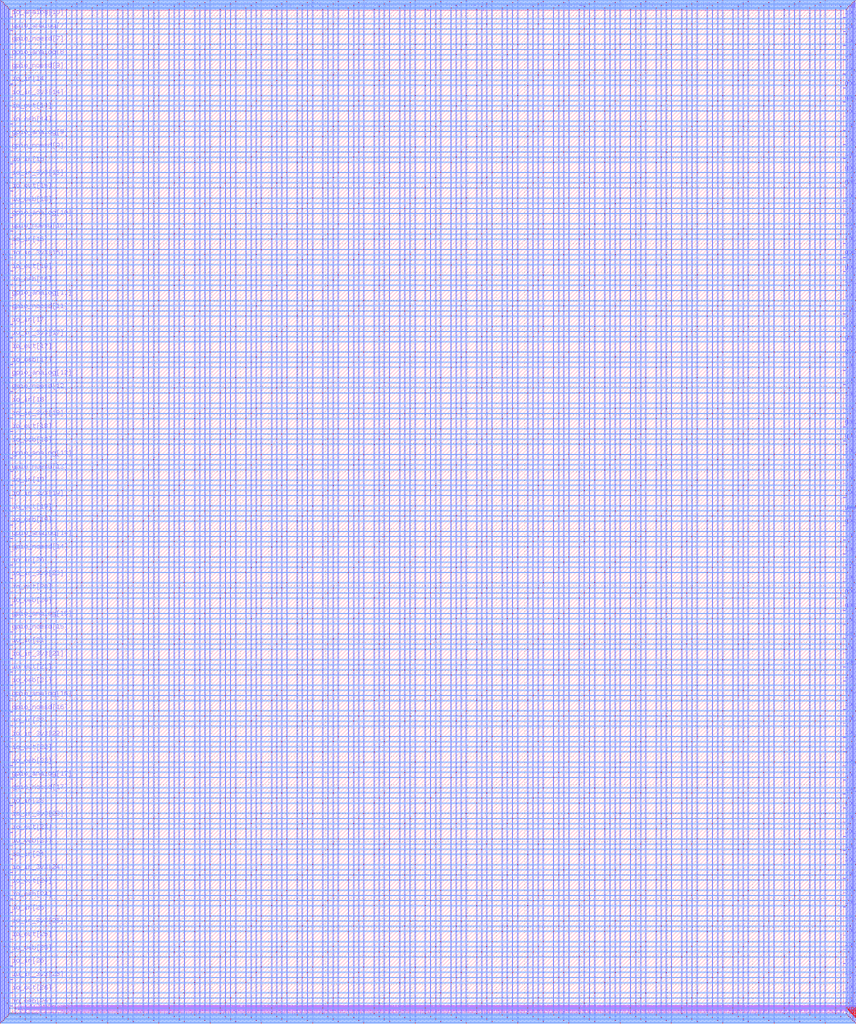
<source format=lef>
VERSION 5.7 ;
  NOWIREEXTENSIONATPIN ON ;
  DIVIDERCHAR "/" ;
  BUSBITCHARS "[]" ;
MACRO user_analog_project_wrapper
  CLASS BLOCK ;
  FOREIGN user_analog_project_wrapper ;
  ORIGIN 0.000 0.000 ;
  SIZE 2920.000 BY 3520.000 ;
  PIN gpio_analog[0]
    DIRECTION INOUT ;
    USE SIGNAL ;
    PORT
      LAYER met3 ;
        RECT 2917.600 1412.100 2924.800 1413.300 ;
    END
  END gpio_analog[0]
  PIN gpio_analog[10]
    DIRECTION INOUT ;
    USE SIGNAL ;
    PORT
      LAYER met3 ;
        RECT -4.800 2791.140 2.400 2792.340 ;
    END
  END gpio_analog[10]
  PIN gpio_analog[11]
    DIRECTION INOUT ;
    USE SIGNAL ;
    PORT
      LAYER met3 ;
        RECT -4.800 2509.620 2.400 2510.820 ;
    END
  END gpio_analog[11]
  PIN gpio_analog[12]
    DIRECTION INOUT ;
    USE SIGNAL ;
    PORT
      LAYER met3 ;
        RECT -4.800 2228.100 2.400 2229.300 ;
    END
  END gpio_analog[12]
  PIN gpio_analog[13]
    DIRECTION INOUT ;
    USE SIGNAL ;
    PORT
      LAYER met3 ;
        RECT -4.800 1946.580 2.400 1947.780 ;
    END
  END gpio_analog[13]
  PIN gpio_analog[14]
    DIRECTION INOUT ;
    USE SIGNAL ;
    PORT
      LAYER met3 ;
        RECT -4.800 1665.060 2.400 1666.260 ;
    END
  END gpio_analog[14]
  PIN gpio_analog[15]
    DIRECTION INOUT ;
    USE SIGNAL ;
    PORT
      LAYER met3 ;
        RECT -4.800 1383.540 2.400 1384.740 ;
    END
  END gpio_analog[15]
  PIN gpio_analog[16]
    DIRECTION INOUT ;
    USE SIGNAL ;
    PORT
      LAYER met3 ;
        RECT -4.800 1102.020 2.400 1103.220 ;
    END
  END gpio_analog[16]
  PIN gpio_analog[17]
    DIRECTION INOUT ;
    USE SIGNAL ;
    PORT
      LAYER met3 ;
        RECT -4.800 820.500 2.400 821.700 ;
    END
  END gpio_analog[17]
  PIN gpio_analog[1]
    DIRECTION INOUT ;
    USE SIGNAL ;
    PORT
      LAYER met3 ;
        RECT 2917.600 1709.260 2924.800 1710.460 ;
    END
  END gpio_analog[1]
  PIN gpio_analog[2]
    DIRECTION INOUT ;
    USE SIGNAL ;
    PORT
      LAYER met3 ;
        RECT 2917.600 2007.100 2924.800 2008.300 ;
    END
  END gpio_analog[2]
  PIN gpio_analog[3]
    DIRECTION INOUT ;
    USE SIGNAL ;
    PORT
      LAYER met3 ;
        RECT 2917.600 2304.260 2924.800 2305.460 ;
    END
  END gpio_analog[3]
  PIN gpio_analog[4]
    DIRECTION INOUT ;
    USE SIGNAL ;
    PORT
      LAYER met3 ;
        RECT 2917.600 2601.420 2924.800 2602.620 ;
    END
  END gpio_analog[4]
  PIN gpio_analog[5]
    DIRECTION INOUT ;
    USE SIGNAL ;
    PORT
      LAYER met3 ;
        RECT 2917.600 2899.260 2924.800 2900.460 ;
    END
  END gpio_analog[5]
  PIN gpio_analog[6]
    DIRECTION INOUT ;
    USE SIGNAL ;
    PORT
      LAYER met3 ;
        RECT 2917.600 3196.420 2924.800 3197.620 ;
    END
  END gpio_analog[6]
  PIN gpio_analog[7]
    DIRECTION INOUT ;
    USE SIGNAL ;
    PORT
      LAYER met3 ;
        RECT -4.800 3448.020 2.400 3449.220 ;
    END
  END gpio_analog[7]
  PIN gpio_analog[8]
    DIRECTION INOUT ;
    USE SIGNAL ;
    PORT
      LAYER met3 ;
        RECT -4.800 3354.180 2.400 3355.380 ;
    END
  END gpio_analog[8]
  PIN gpio_analog[9]
    DIRECTION INOUT ;
    USE SIGNAL ;
    PORT
      LAYER met3 ;
        RECT -4.800 3072.660 2.400 3073.860 ;
    END
  END gpio_analog[9]
  PIN gpio_noesd[0]
    DIRECTION INOUT ;
    USE SIGNAL ;
    PORT
      LAYER met3 ;
        RECT 2917.600 1461.740 2924.800 1462.940 ;
    END
  END gpio_noesd[0]
  PIN gpio_noesd[10]
    DIRECTION INOUT ;
    USE SIGNAL ;
    PORT
      LAYER met3 ;
        RECT -4.800 2744.220 2.400 2745.420 ;
    END
  END gpio_noesd[10]
  PIN gpio_noesd[11]
    DIRECTION INOUT ;
    USE SIGNAL ;
    PORT
      LAYER met3 ;
        RECT -4.800 2462.700 2.400 2463.900 ;
    END
  END gpio_noesd[11]
  PIN gpio_noesd[12]
    DIRECTION INOUT ;
    USE SIGNAL ;
    PORT
      LAYER met3 ;
        RECT -4.800 2181.180 2.400 2182.380 ;
    END
  END gpio_noesd[12]
  PIN gpio_noesd[13]
    DIRECTION INOUT ;
    USE SIGNAL ;
    PORT
      LAYER met3 ;
        RECT -4.800 1899.660 2.400 1900.860 ;
    END
  END gpio_noesd[13]
  PIN gpio_noesd[14]
    DIRECTION INOUT ;
    USE SIGNAL ;
    PORT
      LAYER met3 ;
        RECT -4.800 1618.140 2.400 1619.340 ;
    END
  END gpio_noesd[14]
  PIN gpio_noesd[15]
    DIRECTION INOUT ;
    USE SIGNAL ;
    PORT
      LAYER met3 ;
        RECT -4.800 1336.620 2.400 1337.820 ;
    END
  END gpio_noesd[15]
  PIN gpio_noesd[16]
    DIRECTION INOUT ;
    USE SIGNAL ;
    PORT
      LAYER met3 ;
        RECT -4.800 1055.100 2.400 1056.300 ;
    END
  END gpio_noesd[16]
  PIN gpio_noesd[17]
    DIRECTION INOUT ;
    USE SIGNAL ;
    PORT
      LAYER met3 ;
        RECT -4.800 773.580 2.400 774.780 ;
    END
  END gpio_noesd[17]
  PIN gpio_noesd[1]
    DIRECTION INOUT ;
    USE SIGNAL ;
    PORT
      LAYER met3 ;
        RECT 2917.600 1758.900 2924.800 1760.100 ;
    END
  END gpio_noesd[1]
  PIN gpio_noesd[2]
    DIRECTION INOUT ;
    USE SIGNAL ;
    PORT
      LAYER met3 ;
        RECT 2917.600 2056.060 2924.800 2057.260 ;
    END
  END gpio_noesd[2]
  PIN gpio_noesd[3]
    DIRECTION INOUT ;
    USE SIGNAL ;
    PORT
      LAYER met3 ;
        RECT 2917.600 2353.900 2924.800 2355.100 ;
    END
  END gpio_noesd[3]
  PIN gpio_noesd[4]
    DIRECTION INOUT ;
    USE SIGNAL ;
    PORT
      LAYER met3 ;
        RECT 2917.600 2651.060 2924.800 2652.260 ;
    END
  END gpio_noesd[4]
  PIN gpio_noesd[5]
    DIRECTION INOUT ;
    USE SIGNAL ;
    PORT
      LAYER met3 ;
        RECT 2917.600 2948.900 2924.800 2950.100 ;
    END
  END gpio_noesd[5]
  PIN gpio_noesd[6]
    DIRECTION INOUT ;
    USE SIGNAL ;
    PORT
      LAYER met3 ;
        RECT 2917.600 3246.060 2924.800 3247.260 ;
    END
  END gpio_noesd[6]
  PIN gpio_noesd[7]
    DIRECTION INOUT ;
    USE SIGNAL ;
    PORT
      LAYER met3 ;
        RECT -4.800 3401.100 2.400 3402.300 ;
    END
  END gpio_noesd[7]
  PIN gpio_noesd[8]
    DIRECTION INOUT ;
    USE SIGNAL ;
    PORT
      LAYER met3 ;
        RECT -4.800 3307.260 2.400 3308.460 ;
    END
  END gpio_noesd[8]
  PIN gpio_noesd[9]
    DIRECTION INOUT ;
    USE SIGNAL ;
    PORT
      LAYER met3 ;
        RECT -4.800 3025.740 2.400 3026.940 ;
    END
  END gpio_noesd[9]
  PIN io_analog[0]
    DIRECTION INOUT ;
    USE SIGNAL ;
    PORT
      LAYER met3 ;
        RECT 2917.600 3494.260 2924.800 3495.460 ;
    END
  END io_analog[0]
  PIN io_analog[10]
    DIRECTION INOUT ;
    USE SIGNAL ;
    PORT
      LAYER met3 ;
        RECT -4.800 3494.940 2.400 3496.140 ;
    END
  END io_analog[10]
  PIN io_analog[1]
    DIRECTION INOUT ;
    USE SIGNAL ;
    PORT
      LAYER met2 ;
        RECT 2822.050 3517.600 2822.610 3524.800 ;
    END
  END io_analog[1]
  PIN io_analog[2]
    DIRECTION INOUT ;
    USE SIGNAL ;
    PORT
      LAYER met2 ;
        RECT 2627.470 3517.600 2628.030 3524.800 ;
    END
  END io_analog[2]
  PIN io_analog[3]
    DIRECTION INOUT ;
    USE SIGNAL ;
    PORT
      LAYER met2 ;
        RECT 2432.890 3517.600 2433.450 3524.800 ;
    END
  END io_analog[3]
  PIN io_analog[4]
    DIRECTION INOUT ;
    USE SIGNAL ;
    PORT
      LAYER met2 ;
        RECT 1848.690 3517.600 1849.250 3524.800 ;
    END
  END io_analog[4]
  PIN io_analog[5]
    DIRECTION INOUT ;
    USE SIGNAL ;
    PORT
      LAYER met2 ;
        RECT 1264.950 3517.600 1265.510 3524.800 ;
    END
  END io_analog[5]
  PIN io_analog[6]
    DIRECTION INOUT ;
    USE SIGNAL ;
    PORT
      LAYER met2 ;
        RECT 680.750 3517.600 681.310 3524.800 ;
    END
  END io_analog[6]
  PIN io_analog[7]
    DIRECTION INOUT ;
    USE SIGNAL ;
    PORT
      LAYER met2 ;
        RECT 486.170 3517.600 486.730 3524.800 ;
    END
  END io_analog[7]
  PIN io_analog[8]
    DIRECTION INOUT ;
    USE SIGNAL ;
    PORT
      LAYER met2 ;
        RECT 291.590 3517.600 292.150 3524.800 ;
    END
  END io_analog[8]
  PIN io_analog[9]
    DIRECTION INOUT ;
    USE SIGNAL ;
    PORT
      LAYER met2 ;
        RECT 97.010 3517.600 97.570 3524.800 ;
    END
  END io_analog[9]
  PIN io_clamp_high[0]
    DIRECTION INOUT ;
    USE SIGNAL ;
    PORT
      LAYER met2 ;
        RECT 2238.310 3517.600 2238.870 3524.800 ;
    END
  END io_clamp_high[0]
  PIN io_clamp_high[1]
    DIRECTION INOUT ;
    USE SIGNAL ;
    PORT
      LAYER met2 ;
        RECT 1654.110 3517.600 1654.670 3524.800 ;
    END
  END io_clamp_high[1]
  PIN io_clamp_high[2]
    DIRECTION INOUT ;
    USE SIGNAL ;
    PORT
      LAYER met2 ;
        RECT 1070.370 3517.600 1070.930 3524.800 ;
    END
  END io_clamp_high[2]
  PIN io_clamp_low[0]
    DIRECTION INOUT ;
    USE SIGNAL ;
    PORT
      LAYER met2 ;
        RECT 2043.730 3517.600 2044.290 3524.800 ;
    END
  END io_clamp_low[0]
  PIN io_clamp_low[1]
    DIRECTION INOUT ;
    USE SIGNAL ;
    PORT
      LAYER met2 ;
        RECT 1459.530 3517.600 1460.090 3524.800 ;
    END
  END io_clamp_low[1]
  PIN io_clamp_low[2]
    DIRECTION INOUT ;
    USE SIGNAL ;
    PORT
      LAYER met2 ;
        RECT 875.330 3517.600 875.890 3524.800 ;
    END
  END io_clamp_low[2]
  PIN io_in[0]
    DIRECTION INPUT ;
    USE SIGNAL ;
    PORT
      LAYER met3 ;
        RECT 2917.600 24.220 2924.800 25.420 ;
    END
  END io_in[0]
  PIN io_out[0]
    DIRECTION OUTPUT TRISTATE ;
    USE SIGNAL ;
    PORT
      LAYER met3 ;
        RECT 2917.600 122.820 2924.800 124.020 ;
    END
  END io_out[0]
  PIN io_in[10]
    DIRECTION INPUT ;
    USE SIGNAL ;
    PORT
      LAYER met3 ;
        RECT 2917.600 2403.540 2924.800 2404.740 ;
    END
  END io_in[10]
  PIN io_out[10]
    DIRECTION OUTPUT TRISTATE ;
    USE SIGNAL ;
    PORT
      LAYER met3 ;
        RECT 2917.600 2502.820 2924.800 2504.020 ;
    END
  END io_out[10]
  PIN io_in[11]
    DIRECTION INPUT ;
    USE SIGNAL ;
    PORT
      LAYER met3 ;
        RECT 2917.600 2700.700 2924.800 2701.900 ;
    END
  END io_in[11]
  PIN io_out[11]
    DIRECTION OUTPUT TRISTATE ;
    USE SIGNAL ;
    PORT
      LAYER met3 ;
        RECT 2917.600 2799.980 2924.800 2801.180 ;
    END
  END io_out[11]
  PIN io_in[12]
    DIRECTION INPUT ;
    USE SIGNAL ;
    PORT
      LAYER met3 ;
        RECT 2917.600 2998.540 2924.800 2999.740 ;
    END
  END io_in[12]
  PIN io_out[12]
    DIRECTION OUTPUT TRISTATE ;
    USE SIGNAL ;
    PORT
      LAYER met3 ;
        RECT 2917.600 3097.140 2924.800 3098.340 ;
    END
  END io_out[12]
  PIN io_in[13]
    DIRECTION INPUT ;
    USE SIGNAL ;
    PORT
      LAYER met3 ;
        RECT 2917.600 3295.700 2924.800 3296.900 ;
    END
  END io_in[13]
  PIN io_out[13]
    DIRECTION OUTPUT TRISTATE ;
    USE SIGNAL ;
    PORT
      LAYER met3 ;
        RECT 2917.600 3394.980 2924.800 3396.180 ;
    END
  END io_out[13]
  PIN io_in[14]
    DIRECTION INPUT ;
    USE SIGNAL ;
    PORT
      LAYER met3 ;
        RECT -4.800 3260.340 2.400 3261.540 ;
    END
  END io_in[14]
  PIN io_out[14]
    DIRECTION OUTPUT TRISTATE ;
    USE SIGNAL ;
    PORT
      LAYER met3 ;
        RECT -4.800 3166.500 2.400 3167.700 ;
    END
  END io_out[14]
  PIN io_in[15]
    DIRECTION INPUT ;
    USE SIGNAL ;
    PORT
      LAYER met3 ;
        RECT -4.800 2978.820 2.400 2980.020 ;
    END
  END io_in[15]
  PIN io_out[15]
    DIRECTION OUTPUT TRISTATE ;
    USE SIGNAL ;
    PORT
      LAYER met3 ;
        RECT -4.800 2884.980 2.400 2886.180 ;
    END
  END io_out[15]
  PIN io_in[16]
    DIRECTION INPUT ;
    USE SIGNAL ;
    PORT
      LAYER met3 ;
        RECT -4.800 2697.300 2.400 2698.500 ;
    END
  END io_in[16]
  PIN io_out[16]
    DIRECTION OUTPUT TRISTATE ;
    USE SIGNAL ;
    PORT
      LAYER met3 ;
        RECT -4.800 2603.460 2.400 2604.660 ;
    END
  END io_out[16]
  PIN io_in[17]
    DIRECTION INPUT ;
    USE SIGNAL ;
    PORT
      LAYER met3 ;
        RECT -4.800 2415.780 2.400 2416.980 ;
    END
  END io_in[17]
  PIN io_out[17]
    DIRECTION OUTPUT TRISTATE ;
    USE SIGNAL ;
    PORT
      LAYER met3 ;
        RECT -4.800 2321.940 2.400 2323.140 ;
    END
  END io_out[17]
  PIN io_in[18]
    DIRECTION INPUT ;
    USE SIGNAL ;
    PORT
      LAYER met3 ;
        RECT -4.800 2134.260 2.400 2135.460 ;
    END
  END io_in[18]
  PIN io_out[18]
    DIRECTION OUTPUT TRISTATE ;
    USE SIGNAL ;
    PORT
      LAYER met3 ;
        RECT -4.800 2040.420 2.400 2041.620 ;
    END
  END io_out[18]
  PIN io_in[19]
    DIRECTION INPUT ;
    USE SIGNAL ;
    PORT
      LAYER met3 ;
        RECT -4.800 1852.740 2.400 1853.940 ;
    END
  END io_in[19]
  PIN io_out[19]
    DIRECTION OUTPUT TRISTATE ;
    USE SIGNAL ;
    PORT
      LAYER met3 ;
        RECT -4.800 1758.900 2.400 1760.100 ;
    END
  END io_out[19]
  PIN io_in[1]
    DIRECTION INPUT ;
    USE SIGNAL ;
    PORT
      LAYER met3 ;
        RECT 2917.600 222.100 2924.800 223.300 ;
    END
  END io_in[1]
  PIN io_out[1]
    DIRECTION OUTPUT TRISTATE ;
    USE SIGNAL ;
    PORT
      LAYER met3 ;
        RECT 2917.600 321.380 2924.800 322.580 ;
    END
  END io_out[1]
  PIN io_in[20]
    DIRECTION INPUT ;
    USE SIGNAL ;
    PORT
      LAYER met3 ;
        RECT -4.800 1571.220 2.400 1572.420 ;
    END
  END io_in[20]
  PIN io_out[20]
    DIRECTION OUTPUT TRISTATE ;
    USE SIGNAL ;
    PORT
      LAYER met3 ;
        RECT -4.800 1477.380 2.400 1478.580 ;
    END
  END io_out[20]
  PIN io_in[21]
    DIRECTION INPUT ;
    USE SIGNAL ;
    PORT
      LAYER met3 ;
        RECT -4.800 1289.700 2.400 1290.900 ;
    END
  END io_in[21]
  PIN io_out[21]
    DIRECTION OUTPUT TRISTATE ;
    USE SIGNAL ;
    PORT
      LAYER met3 ;
        RECT -4.800 1195.860 2.400 1197.060 ;
    END
  END io_out[21]
  PIN io_in[22]
    DIRECTION INPUT ;
    USE SIGNAL ;
    PORT
      LAYER met3 ;
        RECT -4.800 1008.180 2.400 1009.380 ;
    END
  END io_in[22]
  PIN io_out[22]
    DIRECTION OUTPUT TRISTATE ;
    USE SIGNAL ;
    PORT
      LAYER met3 ;
        RECT -4.800 914.340 2.400 915.540 ;
    END
  END io_out[22]
  PIN io_in[23]
    DIRECTION INPUT ;
    USE SIGNAL ;
    PORT
      LAYER met3 ;
        RECT -4.800 726.660 2.400 727.860 ;
    END
  END io_in[23]
  PIN io_out[23]
    DIRECTION OUTPUT TRISTATE ;
    USE SIGNAL ;
    PORT
      LAYER met3 ;
        RECT -4.800 632.820 2.400 634.020 ;
    END
  END io_out[23]
  PIN io_in[24]
    DIRECTION INPUT ;
    USE SIGNAL ;
    PORT
      LAYER met3 ;
        RECT -4.800 538.980 2.400 540.180 ;
    END
  END io_in[24]
  PIN io_out[24]
    DIRECTION OUTPUT TRISTATE ;
    USE SIGNAL ;
    PORT
      LAYER met3 ;
        RECT -4.800 445.140 2.400 446.340 ;
    END
  END io_out[24]
  PIN io_in[25]
    DIRECTION INPUT ;
    USE SIGNAL ;
    PORT
      LAYER met3 ;
        RECT -4.800 351.300 2.400 352.500 ;
    END
  END io_in[25]
  PIN io_out[25]
    DIRECTION OUTPUT TRISTATE ;
    USE SIGNAL ;
    PORT
      LAYER met3 ;
        RECT -4.800 257.460 2.400 258.660 ;
    END
  END io_out[25]
  PIN io_in[26]
    DIRECTION INPUT ;
    USE SIGNAL ;
    PORT
      LAYER met3 ;
        RECT -4.800 163.620 2.400 164.820 ;
    END
  END io_in[26]
  PIN io_out[26]
    DIRECTION OUTPUT TRISTATE ;
    USE SIGNAL ;
    PORT
      LAYER met3 ;
        RECT -4.800 69.780 2.400 70.980 ;
    END
  END io_out[26]
  PIN io_in[2]
    DIRECTION INPUT ;
    USE SIGNAL ;
    PORT
      LAYER met3 ;
        RECT 2917.600 420.660 2924.800 421.860 ;
    END
  END io_in[2]
  PIN io_out[2]
    DIRECTION OUTPUT TRISTATE ;
    USE SIGNAL ;
    PORT
      LAYER met3 ;
        RECT 2917.600 519.940 2924.800 521.140 ;
    END
  END io_out[2]
  PIN io_in[3]
    DIRECTION INPUT ;
    USE SIGNAL ;
    PORT
      LAYER met3 ;
        RECT 2917.600 618.540 2924.800 619.740 ;
    END
  END io_in[3]
  PIN io_out[3]
    DIRECTION OUTPUT TRISTATE ;
    USE SIGNAL ;
    PORT
      LAYER met3 ;
        RECT 2917.600 717.820 2924.800 719.020 ;
    END
  END io_out[3]
  PIN io_in[4]
    DIRECTION INPUT ;
    USE SIGNAL ;
    PORT
      LAYER met3 ;
        RECT 2917.600 817.100 2924.800 818.300 ;
    END
  END io_in[4]
  PIN io_out[4]
    DIRECTION OUTPUT TRISTATE ;
    USE SIGNAL ;
    PORT
      LAYER met3 ;
        RECT 2917.600 916.380 2924.800 917.580 ;
    END
  END io_out[4]
  PIN io_in[5]
    DIRECTION INPUT ;
    USE SIGNAL ;
    PORT
      LAYER met3 ;
        RECT 2917.600 1015.660 2924.800 1016.860 ;
    END
  END io_in[5]
  PIN io_out[5]
    DIRECTION OUTPUT TRISTATE ;
    USE SIGNAL ;
    PORT
      LAYER met3 ;
        RECT 2917.600 1114.260 2924.800 1115.460 ;
    END
  END io_out[5]
  PIN io_in[6]
    DIRECTION INPUT ;
    USE SIGNAL ;
    PORT
      LAYER met3 ;
        RECT 2917.600 1213.540 2924.800 1214.740 ;
    END
  END io_in[6]
  PIN io_out[6]
    DIRECTION OUTPUT TRISTATE ;
    USE SIGNAL ;
    PORT
      LAYER met3 ;
        RECT 2917.600 1312.820 2924.800 1314.020 ;
    END
  END io_out[6]
  PIN io_in[7]
    DIRECTION INPUT ;
    USE SIGNAL ;
    PORT
      LAYER met3 ;
        RECT 2917.600 1511.380 2924.800 1512.580 ;
    END
  END io_in[7]
  PIN io_out[7]
    DIRECTION OUTPUT TRISTATE ;
    USE SIGNAL ;
    PORT
      LAYER met3 ;
        RECT 2917.600 1609.980 2924.800 1611.180 ;
    END
  END io_out[7]
  PIN io_in[8]
    DIRECTION INPUT ;
    USE SIGNAL ;
    PORT
      LAYER met3 ;
        RECT 2917.600 1808.540 2924.800 1809.740 ;
    END
  END io_in[8]
  PIN io_out[8]
    DIRECTION OUTPUT TRISTATE ;
    USE SIGNAL ;
    PORT
      LAYER met3 ;
        RECT 2917.600 1907.820 2924.800 1909.020 ;
    END
  END io_out[8]
  PIN io_in[9]
    DIRECTION INPUT ;
    USE SIGNAL ;
    PORT
      LAYER met3 ;
        RECT 2917.600 2105.700 2924.800 2106.900 ;
    END
  END io_in[9]
  PIN io_out[9]
    DIRECTION OUTPUT TRISTATE ;
    USE SIGNAL ;
    PORT
      LAYER met3 ;
        RECT 2917.600 2204.980 2924.800 2206.180 ;
    END
  END io_out[9]
  PIN io_in_3v3[0]
    DIRECTION INPUT ;
    USE SIGNAL ;
    PORT
      LAYER met3 ;
        RECT 2917.600 73.180 2924.800 74.380 ;
    END
  END io_in_3v3[0]
  PIN io_in_3v3[10]
    DIRECTION INPUT ;
    USE SIGNAL ;
    PORT
      LAYER met3 ;
        RECT 2917.600 2453.180 2924.800 2454.380 ;
    END
  END io_in_3v3[10]
  PIN io_in_3v3[11]
    DIRECTION INPUT ;
    USE SIGNAL ;
    PORT
      LAYER met3 ;
        RECT 2917.600 2750.340 2924.800 2751.540 ;
    END
  END io_in_3v3[11]
  PIN io_in_3v3[12]
    DIRECTION INPUT ;
    USE SIGNAL ;
    PORT
      LAYER met3 ;
        RECT 2917.600 3047.500 2924.800 3048.700 ;
    END
  END io_in_3v3[12]
  PIN io_in_3v3[13]
    DIRECTION INPUT ;
    USE SIGNAL ;
    PORT
      LAYER met3 ;
        RECT 2917.600 3345.340 2924.800 3346.540 ;
    END
  END io_in_3v3[13]
  PIN io_in_3v3[14]
    DIRECTION INPUT ;
    USE SIGNAL ;
    PORT
      LAYER met3 ;
        RECT -4.800 3213.420 2.400 3214.620 ;
    END
  END io_in_3v3[14]
  PIN io_in_3v3[15]
    DIRECTION INPUT ;
    USE SIGNAL ;
    PORT
      LAYER met3 ;
        RECT -4.800 2931.900 2.400 2933.100 ;
    END
  END io_in_3v3[15]
  PIN io_in_3v3[16]
    DIRECTION INPUT ;
    USE SIGNAL ;
    PORT
      LAYER met3 ;
        RECT -4.800 2650.380 2.400 2651.580 ;
    END
  END io_in_3v3[16]
  PIN io_in_3v3[17]
    DIRECTION INPUT ;
    USE SIGNAL ;
    PORT
      LAYER met3 ;
        RECT -4.800 2368.860 2.400 2370.060 ;
    END
  END io_in_3v3[17]
  PIN io_in_3v3[18]
    DIRECTION INPUT ;
    USE SIGNAL ;
    PORT
      LAYER met3 ;
        RECT -4.800 2087.340 2.400 2088.540 ;
    END
  END io_in_3v3[18]
  PIN io_in_3v3[19]
    DIRECTION INPUT ;
    USE SIGNAL ;
    PORT
      LAYER met3 ;
        RECT -4.800 1805.820 2.400 1807.020 ;
    END
  END io_in_3v3[19]
  PIN io_in_3v3[1]
    DIRECTION INPUT ;
    USE SIGNAL ;
    PORT
      LAYER met3 ;
        RECT 2917.600 271.740 2924.800 272.940 ;
    END
  END io_in_3v3[1]
  PIN io_in_3v3[20]
    DIRECTION INPUT ;
    USE SIGNAL ;
    PORT
      LAYER met3 ;
        RECT -4.800 1524.300 2.400 1525.500 ;
    END
  END io_in_3v3[20]
  PIN io_in_3v3[21]
    DIRECTION INPUT ;
    USE SIGNAL ;
    PORT
      LAYER met3 ;
        RECT -4.800 1242.780 2.400 1243.980 ;
    END
  END io_in_3v3[21]
  PIN io_in_3v3[22]
    DIRECTION INPUT ;
    USE SIGNAL ;
    PORT
      LAYER met3 ;
        RECT -4.800 961.260 2.400 962.460 ;
    END
  END io_in_3v3[22]
  PIN io_in_3v3[23]
    DIRECTION INPUT ;
    USE SIGNAL ;
    PORT
      LAYER met3 ;
        RECT -4.800 679.740 2.400 680.940 ;
    END
  END io_in_3v3[23]
  PIN io_in_3v3[24]
    DIRECTION INPUT ;
    USE SIGNAL ;
    PORT
      LAYER met3 ;
        RECT -4.800 492.060 2.400 493.260 ;
    END
  END io_in_3v3[24]
  PIN io_in_3v3[25]
    DIRECTION INPUT ;
    USE SIGNAL ;
    PORT
      LAYER met3 ;
        RECT -4.800 304.380 2.400 305.580 ;
    END
  END io_in_3v3[25]
  PIN io_in_3v3[26]
    DIRECTION INPUT ;
    USE SIGNAL ;
    PORT
      LAYER met3 ;
        RECT -4.800 116.700 2.400 117.900 ;
    END
  END io_in_3v3[26]
  PIN io_in_3v3[2]
    DIRECTION INPUT ;
    USE SIGNAL ;
    PORT
      LAYER met3 ;
        RECT 2917.600 470.300 2924.800 471.500 ;
    END
  END io_in_3v3[2]
  PIN io_in_3v3[3]
    DIRECTION INPUT ;
    USE SIGNAL ;
    PORT
      LAYER met3 ;
        RECT 2917.600 668.180 2924.800 669.380 ;
    END
  END io_in_3v3[3]
  PIN io_in_3v3[4]
    DIRECTION INPUT ;
    USE SIGNAL ;
    PORT
      LAYER met3 ;
        RECT 2917.600 866.740 2924.800 867.940 ;
    END
  END io_in_3v3[4]
  PIN io_in_3v3[5]
    DIRECTION INPUT ;
    USE SIGNAL ;
    PORT
      LAYER met3 ;
        RECT 2917.600 1064.620 2924.800 1065.820 ;
    END
  END io_in_3v3[5]
  PIN io_in_3v3[6]
    DIRECTION INPUT ;
    USE SIGNAL ;
    PORT
      LAYER met3 ;
        RECT 2917.600 1263.180 2924.800 1264.380 ;
    END
  END io_in_3v3[6]
  PIN io_in_3v3[7]
    DIRECTION INPUT ;
    USE SIGNAL ;
    PORT
      LAYER met3 ;
        RECT 2917.600 1560.340 2924.800 1561.540 ;
    END
  END io_in_3v3[7]
  PIN io_in_3v3[8]
    DIRECTION INPUT ;
    USE SIGNAL ;
    PORT
      LAYER met3 ;
        RECT 2917.600 1858.180 2924.800 1859.380 ;
    END
  END io_in_3v3[8]
  PIN io_in_3v3[9]
    DIRECTION INPUT ;
    USE SIGNAL ;
    PORT
      LAYER met3 ;
        RECT 2917.600 2155.340 2924.800 2156.540 ;
    END
  END io_in_3v3[9]
  PIN io_oeb[0]
    DIRECTION OUTPUT TRISTATE ;
    USE SIGNAL ;
    PORT
      LAYER met3 ;
        RECT 2917.600 172.460 2924.800 173.660 ;
    END
  END io_oeb[0]
  PIN io_oeb[10]
    DIRECTION OUTPUT TRISTATE ;
    USE SIGNAL ;
    PORT
      LAYER met3 ;
        RECT 2917.600 2551.780 2924.800 2552.980 ;
    END
  END io_oeb[10]
  PIN io_oeb[11]
    DIRECTION OUTPUT TRISTATE ;
    USE SIGNAL ;
    PORT
      LAYER met3 ;
        RECT 2917.600 2849.620 2924.800 2850.820 ;
    END
  END io_oeb[11]
  PIN io_oeb[12]
    DIRECTION OUTPUT TRISTATE ;
    USE SIGNAL ;
    PORT
      LAYER met3 ;
        RECT 2917.600 3146.780 2924.800 3147.980 ;
    END
  END io_oeb[12]
  PIN io_oeb[13]
    DIRECTION OUTPUT TRISTATE ;
    USE SIGNAL ;
    PORT
      LAYER met3 ;
        RECT 2917.600 3444.620 2924.800 3445.820 ;
    END
  END io_oeb[13]
  PIN io_oeb[14]
    DIRECTION OUTPUT TRISTATE ;
    USE SIGNAL ;
    PORT
      LAYER met3 ;
        RECT -4.800 3119.580 2.400 3120.780 ;
    END
  END io_oeb[14]
  PIN io_oeb[15]
    DIRECTION OUTPUT TRISTATE ;
    USE SIGNAL ;
    PORT
      LAYER met3 ;
        RECT -4.800 2838.060 2.400 2839.260 ;
    END
  END io_oeb[15]
  PIN io_oeb[16]
    DIRECTION OUTPUT TRISTATE ;
    USE SIGNAL ;
    PORT
      LAYER met3 ;
        RECT -4.800 2556.540 2.400 2557.740 ;
    END
  END io_oeb[16]
  PIN io_oeb[17]
    DIRECTION OUTPUT TRISTATE ;
    USE SIGNAL ;
    PORT
      LAYER met3 ;
        RECT -4.800 2275.020 2.400 2276.220 ;
    END
  END io_oeb[17]
  PIN io_oeb[18]
    DIRECTION OUTPUT TRISTATE ;
    USE SIGNAL ;
    PORT
      LAYER met3 ;
        RECT -4.800 1993.500 2.400 1994.700 ;
    END
  END io_oeb[18]
  PIN io_oeb[19]
    DIRECTION OUTPUT TRISTATE ;
    USE SIGNAL ;
    PORT
      LAYER met3 ;
        RECT -4.800 1711.980 2.400 1713.180 ;
    END
  END io_oeb[19]
  PIN io_oeb[1]
    DIRECTION OUTPUT TRISTATE ;
    USE SIGNAL ;
    PORT
      LAYER met3 ;
        RECT 2917.600 371.020 2924.800 372.220 ;
    END
  END io_oeb[1]
  PIN io_oeb[20]
    DIRECTION OUTPUT TRISTATE ;
    USE SIGNAL ;
    PORT
      LAYER met3 ;
        RECT -4.800 1430.460 2.400 1431.660 ;
    END
  END io_oeb[20]
  PIN io_oeb[21]
    DIRECTION OUTPUT TRISTATE ;
    USE SIGNAL ;
    PORT
      LAYER met3 ;
        RECT -4.800 1148.940 2.400 1150.140 ;
    END
  END io_oeb[21]
  PIN io_oeb[22]
    DIRECTION OUTPUT TRISTATE ;
    USE SIGNAL ;
    PORT
      LAYER met3 ;
        RECT -4.800 867.420 2.400 868.620 ;
    END
  END io_oeb[22]
  PIN io_oeb[23]
    DIRECTION OUTPUT TRISTATE ;
    USE SIGNAL ;
    PORT
      LAYER met3 ;
        RECT -4.800 585.900 2.400 587.100 ;
    END
  END io_oeb[23]
  PIN io_oeb[24]
    DIRECTION OUTPUT TRISTATE ;
    USE SIGNAL ;
    PORT
      LAYER met3 ;
        RECT -4.800 398.220 2.400 399.420 ;
    END
  END io_oeb[24]
  PIN io_oeb[25]
    DIRECTION OUTPUT TRISTATE ;
    USE SIGNAL ;
    PORT
      LAYER met3 ;
        RECT -4.800 210.540 2.400 211.740 ;
    END
  END io_oeb[25]
  PIN io_oeb[26]
    DIRECTION OUTPUT TRISTATE ;
    USE SIGNAL ;
    PORT
      LAYER met3 ;
        RECT -4.800 22.860 2.400 24.060 ;
    END
  END io_oeb[26]
  PIN io_oeb[2]
    DIRECTION OUTPUT TRISTATE ;
    USE SIGNAL ;
    PORT
      LAYER met3 ;
        RECT 2917.600 568.900 2924.800 570.100 ;
    END
  END io_oeb[2]
  PIN io_oeb[3]
    DIRECTION OUTPUT TRISTATE ;
    USE SIGNAL ;
    PORT
      LAYER met3 ;
        RECT 2917.600 767.460 2924.800 768.660 ;
    END
  END io_oeb[3]
  PIN io_oeb[4]
    DIRECTION OUTPUT TRISTATE ;
    USE SIGNAL ;
    PORT
      LAYER met3 ;
        RECT 2917.600 966.020 2924.800 967.220 ;
    END
  END io_oeb[4]
  PIN io_oeb[5]
    DIRECTION OUTPUT TRISTATE ;
    USE SIGNAL ;
    PORT
      LAYER met3 ;
        RECT 2917.600 1163.900 2924.800 1165.100 ;
    END
  END io_oeb[5]
  PIN io_oeb[6]
    DIRECTION OUTPUT TRISTATE ;
    USE SIGNAL ;
    PORT
      LAYER met3 ;
        RECT 2917.600 1362.460 2924.800 1363.660 ;
    END
  END io_oeb[6]
  PIN io_oeb[7]
    DIRECTION OUTPUT TRISTATE ;
    USE SIGNAL ;
    PORT
      LAYER met3 ;
        RECT 2917.600 1659.620 2924.800 1660.820 ;
    END
  END io_oeb[7]
  PIN io_oeb[8]
    DIRECTION OUTPUT TRISTATE ;
    USE SIGNAL ;
    PORT
      LAYER met3 ;
        RECT 2917.600 1957.460 2924.800 1958.660 ;
    END
  END io_oeb[8]
  PIN io_oeb[9]
    DIRECTION OUTPUT TRISTATE ;
    USE SIGNAL ;
    PORT
      LAYER met3 ;
        RECT 2917.600 2254.620 2924.800 2255.820 ;
    END
  END io_oeb[9]
  PIN la_data_in[0]
    DIRECTION INPUT ;
    USE SIGNAL ;
    PORT
      LAYER met2 ;
        RECT 629.230 -4.800 629.790 2.400 ;
    END
  END la_data_in[0]
  PIN la_data_in[100]
    DIRECTION INPUT ;
    USE SIGNAL ;
    PORT
      LAYER met2 ;
        RECT 2402.530 -4.800 2403.090 2.400 ;
    END
  END la_data_in[100]
  PIN la_data_in[101]
    DIRECTION INPUT ;
    USE SIGNAL ;
    PORT
      LAYER met2 ;
        RECT 2420.010 -4.800 2420.570 2.400 ;
    END
  END la_data_in[101]
  PIN la_data_in[102]
    DIRECTION INPUT ;
    USE SIGNAL ;
    PORT
      LAYER met2 ;
        RECT 2437.950 -4.800 2438.510 2.400 ;
    END
  END la_data_in[102]
  PIN la_data_in[103]
    DIRECTION INPUT ;
    USE SIGNAL ;
    PORT
      LAYER met2 ;
        RECT 2455.430 -4.800 2455.990 2.400 ;
    END
  END la_data_in[103]
  PIN la_data_in[104]
    DIRECTION INPUT ;
    USE SIGNAL ;
    PORT
      LAYER met2 ;
        RECT 2473.370 -4.800 2473.930 2.400 ;
    END
  END la_data_in[104]
  PIN la_data_in[105]
    DIRECTION INPUT ;
    USE SIGNAL ;
    PORT
      LAYER met2 ;
        RECT 2490.850 -4.800 2491.410 2.400 ;
    END
  END la_data_in[105]
  PIN la_data_in[106]
    DIRECTION INPUT ;
    USE SIGNAL ;
    PORT
      LAYER met2 ;
        RECT 2508.790 -4.800 2509.350 2.400 ;
    END
  END la_data_in[106]
  PIN la_data_in[107]
    DIRECTION INPUT ;
    USE SIGNAL ;
    PORT
      LAYER met2 ;
        RECT 2526.730 -4.800 2527.290 2.400 ;
    END
  END la_data_in[107]
  PIN la_data_in[108]
    DIRECTION INPUT ;
    USE SIGNAL ;
    PORT
      LAYER met2 ;
        RECT 2544.210 -4.800 2544.770 2.400 ;
    END
  END la_data_in[108]
  PIN la_data_in[109]
    DIRECTION INPUT ;
    USE SIGNAL ;
    PORT
      LAYER met2 ;
        RECT 2562.150 -4.800 2562.710 2.400 ;
    END
  END la_data_in[109]
  PIN la_data_in[10]
    DIRECTION INPUT ;
    USE SIGNAL ;
    PORT
      LAYER met2 ;
        RECT 806.330 -4.800 806.890 2.400 ;
    END
  END la_data_in[10]
  PIN la_data_in[110]
    DIRECTION INPUT ;
    USE SIGNAL ;
    PORT
      LAYER met2 ;
        RECT 2579.630 -4.800 2580.190 2.400 ;
    END
  END la_data_in[110]
  PIN la_data_in[111]
    DIRECTION INPUT ;
    USE SIGNAL ;
    PORT
      LAYER met2 ;
        RECT 2597.570 -4.800 2598.130 2.400 ;
    END
  END la_data_in[111]
  PIN la_data_in[112]
    DIRECTION INPUT ;
    USE SIGNAL ;
    PORT
      LAYER met2 ;
        RECT 2615.050 -4.800 2615.610 2.400 ;
    END
  END la_data_in[112]
  PIN la_data_in[113]
    DIRECTION INPUT ;
    USE SIGNAL ;
    PORT
      LAYER met2 ;
        RECT 2632.990 -4.800 2633.550 2.400 ;
    END
  END la_data_in[113]
  PIN la_data_in[114]
    DIRECTION INPUT ;
    USE SIGNAL ;
    PORT
      LAYER met2 ;
        RECT 2650.470 -4.800 2651.030 2.400 ;
    END
  END la_data_in[114]
  PIN la_data_in[115]
    DIRECTION INPUT ;
    USE SIGNAL ;
    PORT
      LAYER met2 ;
        RECT 2668.410 -4.800 2668.970 2.400 ;
    END
  END la_data_in[115]
  PIN la_data_in[116]
    DIRECTION INPUT ;
    USE SIGNAL ;
    PORT
      LAYER met2 ;
        RECT 2685.890 -4.800 2686.450 2.400 ;
    END
  END la_data_in[116]
  PIN la_data_in[117]
    DIRECTION INPUT ;
    USE SIGNAL ;
    PORT
      LAYER met2 ;
        RECT 2703.830 -4.800 2704.390 2.400 ;
    END
  END la_data_in[117]
  PIN la_data_in[118]
    DIRECTION INPUT ;
    USE SIGNAL ;
    PORT
      LAYER met2 ;
        RECT 2721.770 -4.800 2722.330 2.400 ;
    END
  END la_data_in[118]
  PIN la_data_in[119]
    DIRECTION INPUT ;
    USE SIGNAL ;
    PORT
      LAYER met2 ;
        RECT 2739.250 -4.800 2739.810 2.400 ;
    END
  END la_data_in[119]
  PIN la_data_in[11]
    DIRECTION INPUT ;
    USE SIGNAL ;
    PORT
      LAYER met2 ;
        RECT 824.270 -4.800 824.830 2.400 ;
    END
  END la_data_in[11]
  PIN la_data_in[120]
    DIRECTION INPUT ;
    USE SIGNAL ;
    PORT
      LAYER met2 ;
        RECT 2757.190 -4.800 2757.750 2.400 ;
    END
  END la_data_in[120]
  PIN la_data_in[121]
    DIRECTION INPUT ;
    USE SIGNAL ;
    PORT
      LAYER met2 ;
        RECT 2774.670 -4.800 2775.230 2.400 ;
    END
  END la_data_in[121]
  PIN la_data_in[122]
    DIRECTION INPUT ;
    USE SIGNAL ;
    PORT
      LAYER met2 ;
        RECT 2792.610 -4.800 2793.170 2.400 ;
    END
  END la_data_in[122]
  PIN la_data_in[123]
    DIRECTION INPUT ;
    USE SIGNAL ;
    PORT
      LAYER met2 ;
        RECT 2810.090 -4.800 2810.650 2.400 ;
    END
  END la_data_in[123]
  PIN la_data_in[124]
    DIRECTION INPUT ;
    USE SIGNAL ;
    PORT
      LAYER met2 ;
        RECT 2828.030 -4.800 2828.590 2.400 ;
    END
  END la_data_in[124]
  PIN la_data_in[125]
    DIRECTION INPUT ;
    USE SIGNAL ;
    PORT
      LAYER met2 ;
        RECT 2845.510 -4.800 2846.070 2.400 ;
    END
  END la_data_in[125]
  PIN la_data_in[126]
    DIRECTION INPUT ;
    USE SIGNAL ;
    PORT
      LAYER met2 ;
        RECT 2863.450 -4.800 2864.010 2.400 ;
    END
  END la_data_in[126]
  PIN la_data_in[127]
    DIRECTION INPUT ;
    USE SIGNAL ;
    PORT
      LAYER met2 ;
        RECT 2881.390 -4.800 2881.950 2.400 ;
    END
  END la_data_in[127]
  PIN la_data_in[12]
    DIRECTION INPUT ;
    USE SIGNAL ;
    PORT
      LAYER met2 ;
        RECT 841.750 -4.800 842.310 2.400 ;
    END
  END la_data_in[12]
  PIN la_data_in[13]
    DIRECTION INPUT ;
    USE SIGNAL ;
    PORT
      LAYER met2 ;
        RECT 859.690 -4.800 860.250 2.400 ;
    END
  END la_data_in[13]
  PIN la_data_in[14]
    DIRECTION INPUT ;
    USE SIGNAL ;
    PORT
      LAYER met2 ;
        RECT 877.170 -4.800 877.730 2.400 ;
    END
  END la_data_in[14]
  PIN la_data_in[15]
    DIRECTION INPUT ;
    USE SIGNAL ;
    PORT
      LAYER met2 ;
        RECT 895.110 -4.800 895.670 2.400 ;
    END
  END la_data_in[15]
  PIN la_data_in[16]
    DIRECTION INPUT ;
    USE SIGNAL ;
    PORT
      LAYER met2 ;
        RECT 912.590 -4.800 913.150 2.400 ;
    END
  END la_data_in[16]
  PIN la_data_in[17]
    DIRECTION INPUT ;
    USE SIGNAL ;
    PORT
      LAYER met2 ;
        RECT 930.530 -4.800 931.090 2.400 ;
    END
  END la_data_in[17]
  PIN la_data_in[18]
    DIRECTION INPUT ;
    USE SIGNAL ;
    PORT
      LAYER met2 ;
        RECT 948.470 -4.800 949.030 2.400 ;
    END
  END la_data_in[18]
  PIN la_data_in[19]
    DIRECTION INPUT ;
    USE SIGNAL ;
    PORT
      LAYER met2 ;
        RECT 965.950 -4.800 966.510 2.400 ;
    END
  END la_data_in[19]
  PIN la_data_in[1]
    DIRECTION INPUT ;
    USE SIGNAL ;
    PORT
      LAYER met2 ;
        RECT 646.710 -4.800 647.270 2.400 ;
    END
  END la_data_in[1]
  PIN la_data_in[20]
    DIRECTION INPUT ;
    USE SIGNAL ;
    PORT
      LAYER met2 ;
        RECT 983.890 -4.800 984.450 2.400 ;
    END
  END la_data_in[20]
  PIN la_data_in[21]
    DIRECTION INPUT ;
    USE SIGNAL ;
    PORT
      LAYER met2 ;
        RECT 1001.370 -4.800 1001.930 2.400 ;
    END
  END la_data_in[21]
  PIN la_data_in[22]
    DIRECTION INPUT ;
    USE SIGNAL ;
    PORT
      LAYER met2 ;
        RECT 1019.310 -4.800 1019.870 2.400 ;
    END
  END la_data_in[22]
  PIN la_data_in[23]
    DIRECTION INPUT ;
    USE SIGNAL ;
    PORT
      LAYER met2 ;
        RECT 1036.790 -4.800 1037.350 2.400 ;
    END
  END la_data_in[23]
  PIN la_data_in[24]
    DIRECTION INPUT ;
    USE SIGNAL ;
    PORT
      LAYER met2 ;
        RECT 1054.730 -4.800 1055.290 2.400 ;
    END
  END la_data_in[24]
  PIN la_data_in[25]
    DIRECTION INPUT ;
    USE SIGNAL ;
    PORT
      LAYER met2 ;
        RECT 1072.210 -4.800 1072.770 2.400 ;
    END
  END la_data_in[25]
  PIN la_data_in[26]
    DIRECTION INPUT ;
    USE SIGNAL ;
    PORT
      LAYER met2 ;
        RECT 1090.150 -4.800 1090.710 2.400 ;
    END
  END la_data_in[26]
  PIN la_data_in[27]
    DIRECTION INPUT ;
    USE SIGNAL ;
    PORT
      LAYER met2 ;
        RECT 1107.630 -4.800 1108.190 2.400 ;
    END
  END la_data_in[27]
  PIN la_data_in[28]
    DIRECTION INPUT ;
    USE SIGNAL ;
    PORT
      LAYER met2 ;
        RECT 1125.570 -4.800 1126.130 2.400 ;
    END
  END la_data_in[28]
  PIN la_data_in[29]
    DIRECTION INPUT ;
    USE SIGNAL ;
    PORT
      LAYER met2 ;
        RECT 1143.510 -4.800 1144.070 2.400 ;
    END
  END la_data_in[29]
  PIN la_data_in[2]
    DIRECTION INPUT ;
    USE SIGNAL ;
    PORT
      LAYER met2 ;
        RECT 664.650 -4.800 665.210 2.400 ;
    END
  END la_data_in[2]
  PIN la_data_in[30]
    DIRECTION INPUT ;
    USE SIGNAL ;
    PORT
      LAYER met2 ;
        RECT 1160.990 -4.800 1161.550 2.400 ;
    END
  END la_data_in[30]
  PIN la_data_in[31]
    DIRECTION INPUT ;
    USE SIGNAL ;
    PORT
      LAYER met2 ;
        RECT 1178.930 -4.800 1179.490 2.400 ;
    END
  END la_data_in[31]
  PIN la_data_in[32]
    DIRECTION INPUT ;
    USE SIGNAL ;
    PORT
      LAYER met2 ;
        RECT 1196.410 -4.800 1196.970 2.400 ;
    END
  END la_data_in[32]
  PIN la_data_in[33]
    DIRECTION INPUT ;
    USE SIGNAL ;
    PORT
      LAYER met2 ;
        RECT 1214.350 -4.800 1214.910 2.400 ;
    END
  END la_data_in[33]
  PIN la_data_in[34]
    DIRECTION INPUT ;
    USE SIGNAL ;
    PORT
      LAYER met2 ;
        RECT 1231.830 -4.800 1232.390 2.400 ;
    END
  END la_data_in[34]
  PIN la_data_in[35]
    DIRECTION INPUT ;
    USE SIGNAL ;
    PORT
      LAYER met2 ;
        RECT 1249.770 -4.800 1250.330 2.400 ;
    END
  END la_data_in[35]
  PIN la_data_in[36]
    DIRECTION INPUT ;
    USE SIGNAL ;
    PORT
      LAYER met2 ;
        RECT 1267.250 -4.800 1267.810 2.400 ;
    END
  END la_data_in[36]
  PIN la_data_in[37]
    DIRECTION INPUT ;
    USE SIGNAL ;
    PORT
      LAYER met2 ;
        RECT 1285.190 -4.800 1285.750 2.400 ;
    END
  END la_data_in[37]
  PIN la_data_in[38]
    DIRECTION INPUT ;
    USE SIGNAL ;
    PORT
      LAYER met2 ;
        RECT 1303.130 -4.800 1303.690 2.400 ;
    END
  END la_data_in[38]
  PIN la_data_in[39]
    DIRECTION INPUT ;
    USE SIGNAL ;
    PORT
      LAYER met2 ;
        RECT 1320.610 -4.800 1321.170 2.400 ;
    END
  END la_data_in[39]
  PIN la_data_in[3]
    DIRECTION INPUT ;
    USE SIGNAL ;
    PORT
      LAYER met2 ;
        RECT 682.130 -4.800 682.690 2.400 ;
    END
  END la_data_in[3]
  PIN la_data_in[40]
    DIRECTION INPUT ;
    USE SIGNAL ;
    PORT
      LAYER met2 ;
        RECT 1338.550 -4.800 1339.110 2.400 ;
    END
  END la_data_in[40]
  PIN la_data_in[41]
    DIRECTION INPUT ;
    USE SIGNAL ;
    PORT
      LAYER met2 ;
        RECT 1356.030 -4.800 1356.590 2.400 ;
    END
  END la_data_in[41]
  PIN la_data_in[42]
    DIRECTION INPUT ;
    USE SIGNAL ;
    PORT
      LAYER met2 ;
        RECT 1373.970 -4.800 1374.530 2.400 ;
    END
  END la_data_in[42]
  PIN la_data_in[43]
    DIRECTION INPUT ;
    USE SIGNAL ;
    PORT
      LAYER met2 ;
        RECT 1391.450 -4.800 1392.010 2.400 ;
    END
  END la_data_in[43]
  PIN la_data_in[44]
    DIRECTION INPUT ;
    USE SIGNAL ;
    PORT
      LAYER met2 ;
        RECT 1409.390 -4.800 1409.950 2.400 ;
    END
  END la_data_in[44]
  PIN la_data_in[45]
    DIRECTION INPUT ;
    USE SIGNAL ;
    PORT
      LAYER met2 ;
        RECT 1426.870 -4.800 1427.430 2.400 ;
    END
  END la_data_in[45]
  PIN la_data_in[46]
    DIRECTION INPUT ;
    USE SIGNAL ;
    PORT
      LAYER met2 ;
        RECT 1444.810 -4.800 1445.370 2.400 ;
    END
  END la_data_in[46]
  PIN la_data_in[47]
    DIRECTION INPUT ;
    USE SIGNAL ;
    PORT
      LAYER met2 ;
        RECT 1462.750 -4.800 1463.310 2.400 ;
    END
  END la_data_in[47]
  PIN la_data_in[48]
    DIRECTION INPUT ;
    USE SIGNAL ;
    PORT
      LAYER met2 ;
        RECT 1480.230 -4.800 1480.790 2.400 ;
    END
  END la_data_in[48]
  PIN la_data_in[49]
    DIRECTION INPUT ;
    USE SIGNAL ;
    PORT
      LAYER met2 ;
        RECT 1498.170 -4.800 1498.730 2.400 ;
    END
  END la_data_in[49]
  PIN la_data_in[4]
    DIRECTION INPUT ;
    USE SIGNAL ;
    PORT
      LAYER met2 ;
        RECT 700.070 -4.800 700.630 2.400 ;
    END
  END la_data_in[4]
  PIN la_data_in[50]
    DIRECTION INPUT ;
    USE SIGNAL ;
    PORT
      LAYER met2 ;
        RECT 1515.650 -4.800 1516.210 2.400 ;
    END
  END la_data_in[50]
  PIN la_data_in[51]
    DIRECTION INPUT ;
    USE SIGNAL ;
    PORT
      LAYER met2 ;
        RECT 1533.590 -4.800 1534.150 2.400 ;
    END
  END la_data_in[51]
  PIN la_data_in[52]
    DIRECTION INPUT ;
    USE SIGNAL ;
    PORT
      LAYER met2 ;
        RECT 1551.070 -4.800 1551.630 2.400 ;
    END
  END la_data_in[52]
  PIN la_data_in[53]
    DIRECTION INPUT ;
    USE SIGNAL ;
    PORT
      LAYER met2 ;
        RECT 1569.010 -4.800 1569.570 2.400 ;
    END
  END la_data_in[53]
  PIN la_data_in[54]
    DIRECTION INPUT ;
    USE SIGNAL ;
    PORT
      LAYER met2 ;
        RECT 1586.490 -4.800 1587.050 2.400 ;
    END
  END la_data_in[54]
  PIN la_data_in[55]
    DIRECTION INPUT ;
    USE SIGNAL ;
    PORT
      LAYER met2 ;
        RECT 1604.430 -4.800 1604.990 2.400 ;
    END
  END la_data_in[55]
  PIN la_data_in[56]
    DIRECTION INPUT ;
    USE SIGNAL ;
    PORT
      LAYER met2 ;
        RECT 1621.910 -4.800 1622.470 2.400 ;
    END
  END la_data_in[56]
  PIN la_data_in[57]
    DIRECTION INPUT ;
    USE SIGNAL ;
    PORT
      LAYER met2 ;
        RECT 1639.850 -4.800 1640.410 2.400 ;
    END
  END la_data_in[57]
  PIN la_data_in[58]
    DIRECTION INPUT ;
    USE SIGNAL ;
    PORT
      LAYER met2 ;
        RECT 1657.790 -4.800 1658.350 2.400 ;
    END
  END la_data_in[58]
  PIN la_data_in[59]
    DIRECTION INPUT ;
    USE SIGNAL ;
    PORT
      LAYER met2 ;
        RECT 1675.270 -4.800 1675.830 2.400 ;
    END
  END la_data_in[59]
  PIN la_data_in[5]
    DIRECTION INPUT ;
    USE SIGNAL ;
    PORT
      LAYER met2 ;
        RECT 717.550 -4.800 718.110 2.400 ;
    END
  END la_data_in[5]
  PIN la_data_in[60]
    DIRECTION INPUT ;
    USE SIGNAL ;
    PORT
      LAYER met2 ;
        RECT 1693.210 -4.800 1693.770 2.400 ;
    END
  END la_data_in[60]
  PIN la_data_in[61]
    DIRECTION INPUT ;
    USE SIGNAL ;
    PORT
      LAYER met2 ;
        RECT 1710.690 -4.800 1711.250 2.400 ;
    END
  END la_data_in[61]
  PIN la_data_in[62]
    DIRECTION INPUT ;
    USE SIGNAL ;
    PORT
      LAYER met2 ;
        RECT 1728.630 -4.800 1729.190 2.400 ;
    END
  END la_data_in[62]
  PIN la_data_in[63]
    DIRECTION INPUT ;
    USE SIGNAL ;
    PORT
      LAYER met2 ;
        RECT 1746.110 -4.800 1746.670 2.400 ;
    END
  END la_data_in[63]
  PIN la_data_in[64]
    DIRECTION INPUT ;
    USE SIGNAL ;
    PORT
      LAYER met2 ;
        RECT 1764.050 -4.800 1764.610 2.400 ;
    END
  END la_data_in[64]
  PIN la_data_in[65]
    DIRECTION INPUT ;
    USE SIGNAL ;
    PORT
      LAYER met2 ;
        RECT 1781.530 -4.800 1782.090 2.400 ;
    END
  END la_data_in[65]
  PIN la_data_in[66]
    DIRECTION INPUT ;
    USE SIGNAL ;
    PORT
      LAYER met2 ;
        RECT 1799.470 -4.800 1800.030 2.400 ;
    END
  END la_data_in[66]
  PIN la_data_in[67]
    DIRECTION INPUT ;
    USE SIGNAL ;
    PORT
      LAYER met2 ;
        RECT 1817.410 -4.800 1817.970 2.400 ;
    END
  END la_data_in[67]
  PIN la_data_in[68]
    DIRECTION INPUT ;
    USE SIGNAL ;
    PORT
      LAYER met2 ;
        RECT 1834.890 -4.800 1835.450 2.400 ;
    END
  END la_data_in[68]
  PIN la_data_in[69]
    DIRECTION INPUT ;
    USE SIGNAL ;
    PORT
      LAYER met2 ;
        RECT 1852.830 -4.800 1853.390 2.400 ;
    END
  END la_data_in[69]
  PIN la_data_in[6]
    DIRECTION INPUT ;
    USE SIGNAL ;
    PORT
      LAYER met2 ;
        RECT 735.490 -4.800 736.050 2.400 ;
    END
  END la_data_in[6]
  PIN la_data_in[70]
    DIRECTION INPUT ;
    USE SIGNAL ;
    PORT
      LAYER met2 ;
        RECT 1870.310 -4.800 1870.870 2.400 ;
    END
  END la_data_in[70]
  PIN la_data_in[71]
    DIRECTION INPUT ;
    USE SIGNAL ;
    PORT
      LAYER met2 ;
        RECT 1888.250 -4.800 1888.810 2.400 ;
    END
  END la_data_in[71]
  PIN la_data_in[72]
    DIRECTION INPUT ;
    USE SIGNAL ;
    PORT
      LAYER met2 ;
        RECT 1905.730 -4.800 1906.290 2.400 ;
    END
  END la_data_in[72]
  PIN la_data_in[73]
    DIRECTION INPUT ;
    USE SIGNAL ;
    PORT
      LAYER met2 ;
        RECT 1923.670 -4.800 1924.230 2.400 ;
    END
  END la_data_in[73]
  PIN la_data_in[74]
    DIRECTION INPUT ;
    USE SIGNAL ;
    PORT
      LAYER met2 ;
        RECT 1941.150 -4.800 1941.710 2.400 ;
    END
  END la_data_in[74]
  PIN la_data_in[75]
    DIRECTION INPUT ;
    USE SIGNAL ;
    PORT
      LAYER met2 ;
        RECT 1959.090 -4.800 1959.650 2.400 ;
    END
  END la_data_in[75]
  PIN la_data_in[76]
    DIRECTION INPUT ;
    USE SIGNAL ;
    PORT
      LAYER met2 ;
        RECT 1976.570 -4.800 1977.130 2.400 ;
    END
  END la_data_in[76]
  PIN la_data_in[77]
    DIRECTION INPUT ;
    USE SIGNAL ;
    PORT
      LAYER met2 ;
        RECT 1994.510 -4.800 1995.070 2.400 ;
    END
  END la_data_in[77]
  PIN la_data_in[78]
    DIRECTION INPUT ;
    USE SIGNAL ;
    PORT
      LAYER met2 ;
        RECT 2012.450 -4.800 2013.010 2.400 ;
    END
  END la_data_in[78]
  PIN la_data_in[79]
    DIRECTION INPUT ;
    USE SIGNAL ;
    PORT
      LAYER met2 ;
        RECT 2029.930 -4.800 2030.490 2.400 ;
    END
  END la_data_in[79]
  PIN la_data_in[7]
    DIRECTION INPUT ;
    USE SIGNAL ;
    PORT
      LAYER met2 ;
        RECT 752.970 -4.800 753.530 2.400 ;
    END
  END la_data_in[7]
  PIN la_data_in[80]
    DIRECTION INPUT ;
    USE SIGNAL ;
    PORT
      LAYER met2 ;
        RECT 2047.870 -4.800 2048.430 2.400 ;
    END
  END la_data_in[80]
  PIN la_data_in[81]
    DIRECTION INPUT ;
    USE SIGNAL ;
    PORT
      LAYER met2 ;
        RECT 2065.350 -4.800 2065.910 2.400 ;
    END
  END la_data_in[81]
  PIN la_data_in[82]
    DIRECTION INPUT ;
    USE SIGNAL ;
    PORT
      LAYER met2 ;
        RECT 2083.290 -4.800 2083.850 2.400 ;
    END
  END la_data_in[82]
  PIN la_data_in[83]
    DIRECTION INPUT ;
    USE SIGNAL ;
    PORT
      LAYER met2 ;
        RECT 2100.770 -4.800 2101.330 2.400 ;
    END
  END la_data_in[83]
  PIN la_data_in[84]
    DIRECTION INPUT ;
    USE SIGNAL ;
    PORT
      LAYER met2 ;
        RECT 2118.710 -4.800 2119.270 2.400 ;
    END
  END la_data_in[84]
  PIN la_data_in[85]
    DIRECTION INPUT ;
    USE SIGNAL ;
    PORT
      LAYER met2 ;
        RECT 2136.190 -4.800 2136.750 2.400 ;
    END
  END la_data_in[85]
  PIN la_data_in[86]
    DIRECTION INPUT ;
    USE SIGNAL ;
    PORT
      LAYER met2 ;
        RECT 2154.130 -4.800 2154.690 2.400 ;
    END
  END la_data_in[86]
  PIN la_data_in[87]
    DIRECTION INPUT ;
    USE SIGNAL ;
    PORT
      LAYER met2 ;
        RECT 2172.070 -4.800 2172.630 2.400 ;
    END
  END la_data_in[87]
  PIN la_data_in[88]
    DIRECTION INPUT ;
    USE SIGNAL ;
    PORT
      LAYER met2 ;
        RECT 2189.550 -4.800 2190.110 2.400 ;
    END
  END la_data_in[88]
  PIN la_data_in[89]
    DIRECTION INPUT ;
    USE SIGNAL ;
    PORT
      LAYER met2 ;
        RECT 2207.490 -4.800 2208.050 2.400 ;
    END
  END la_data_in[89]
  PIN la_data_in[8]
    DIRECTION INPUT ;
    USE SIGNAL ;
    PORT
      LAYER met2 ;
        RECT 770.910 -4.800 771.470 2.400 ;
    END
  END la_data_in[8]
  PIN la_data_in[90]
    DIRECTION INPUT ;
    USE SIGNAL ;
    PORT
      LAYER met2 ;
        RECT 2224.970 -4.800 2225.530 2.400 ;
    END
  END la_data_in[90]
  PIN la_data_in[91]
    DIRECTION INPUT ;
    USE SIGNAL ;
    PORT
      LAYER met2 ;
        RECT 2242.910 -4.800 2243.470 2.400 ;
    END
  END la_data_in[91]
  PIN la_data_in[92]
    DIRECTION INPUT ;
    USE SIGNAL ;
    PORT
      LAYER met2 ;
        RECT 2260.390 -4.800 2260.950 2.400 ;
    END
  END la_data_in[92]
  PIN la_data_in[93]
    DIRECTION INPUT ;
    USE SIGNAL ;
    PORT
      LAYER met2 ;
        RECT 2278.330 -4.800 2278.890 2.400 ;
    END
  END la_data_in[93]
  PIN la_data_in[94]
    DIRECTION INPUT ;
    USE SIGNAL ;
    PORT
      LAYER met2 ;
        RECT 2295.810 -4.800 2296.370 2.400 ;
    END
  END la_data_in[94]
  PIN la_data_in[95]
    DIRECTION INPUT ;
    USE SIGNAL ;
    PORT
      LAYER met2 ;
        RECT 2313.750 -4.800 2314.310 2.400 ;
    END
  END la_data_in[95]
  PIN la_data_in[96]
    DIRECTION INPUT ;
    USE SIGNAL ;
    PORT
      LAYER met2 ;
        RECT 2331.230 -4.800 2331.790 2.400 ;
    END
  END la_data_in[96]
  PIN la_data_in[97]
    DIRECTION INPUT ;
    USE SIGNAL ;
    PORT
      LAYER met2 ;
        RECT 2349.170 -4.800 2349.730 2.400 ;
    END
  END la_data_in[97]
  PIN la_data_in[98]
    DIRECTION INPUT ;
    USE SIGNAL ;
    PORT
      LAYER met2 ;
        RECT 2367.110 -4.800 2367.670 2.400 ;
    END
  END la_data_in[98]
  PIN la_data_in[99]
    DIRECTION INPUT ;
    USE SIGNAL ;
    PORT
      LAYER met2 ;
        RECT 2384.590 -4.800 2385.150 2.400 ;
    END
  END la_data_in[99]
  PIN la_data_in[9]
    DIRECTION INPUT ;
    USE SIGNAL ;
    PORT
      LAYER met2 ;
        RECT 788.850 -4.800 789.410 2.400 ;
    END
  END la_data_in[9]
  PIN la_data_out[0]
    DIRECTION OUTPUT TRISTATE ;
    USE SIGNAL ;
    PORT
      LAYER met2 ;
        RECT 634.750 -4.800 635.310 2.400 ;
    END
  END la_data_out[0]
  PIN la_data_out[100]
    DIRECTION OUTPUT TRISTATE ;
    USE SIGNAL ;
    PORT
      LAYER met2 ;
        RECT 2408.510 -4.800 2409.070 2.400 ;
    END
  END la_data_out[100]
  PIN la_data_out[101]
    DIRECTION OUTPUT TRISTATE ;
    USE SIGNAL ;
    PORT
      LAYER met2 ;
        RECT 2425.990 -4.800 2426.550 2.400 ;
    END
  END la_data_out[101]
  PIN la_data_out[102]
    DIRECTION OUTPUT TRISTATE ;
    USE SIGNAL ;
    PORT
      LAYER met2 ;
        RECT 2443.930 -4.800 2444.490 2.400 ;
    END
  END la_data_out[102]
  PIN la_data_out[103]
    DIRECTION OUTPUT TRISTATE ;
    USE SIGNAL ;
    PORT
      LAYER met2 ;
        RECT 2461.410 -4.800 2461.970 2.400 ;
    END
  END la_data_out[103]
  PIN la_data_out[104]
    DIRECTION OUTPUT TRISTATE ;
    USE SIGNAL ;
    PORT
      LAYER met2 ;
        RECT 2479.350 -4.800 2479.910 2.400 ;
    END
  END la_data_out[104]
  PIN la_data_out[105]
    DIRECTION OUTPUT TRISTATE ;
    USE SIGNAL ;
    PORT
      LAYER met2 ;
        RECT 2496.830 -4.800 2497.390 2.400 ;
    END
  END la_data_out[105]
  PIN la_data_out[106]
    DIRECTION OUTPUT TRISTATE ;
    USE SIGNAL ;
    PORT
      LAYER met2 ;
        RECT 2514.770 -4.800 2515.330 2.400 ;
    END
  END la_data_out[106]
  PIN la_data_out[107]
    DIRECTION OUTPUT TRISTATE ;
    USE SIGNAL ;
    PORT
      LAYER met2 ;
        RECT 2532.250 -4.800 2532.810 2.400 ;
    END
  END la_data_out[107]
  PIN la_data_out[108]
    DIRECTION OUTPUT TRISTATE ;
    USE SIGNAL ;
    PORT
      LAYER met2 ;
        RECT 2550.190 -4.800 2550.750 2.400 ;
    END
  END la_data_out[108]
  PIN la_data_out[109]
    DIRECTION OUTPUT TRISTATE ;
    USE SIGNAL ;
    PORT
      LAYER met2 ;
        RECT 2567.670 -4.800 2568.230 2.400 ;
    END
  END la_data_out[109]
  PIN la_data_out[10]
    DIRECTION OUTPUT TRISTATE ;
    USE SIGNAL ;
    PORT
      LAYER met2 ;
        RECT 812.310 -4.800 812.870 2.400 ;
    END
  END la_data_out[10]
  PIN la_data_out[110]
    DIRECTION OUTPUT TRISTATE ;
    USE SIGNAL ;
    PORT
      LAYER met2 ;
        RECT 2585.610 -4.800 2586.170 2.400 ;
    END
  END la_data_out[110]
  PIN la_data_out[111]
    DIRECTION OUTPUT TRISTATE ;
    USE SIGNAL ;
    PORT
      LAYER met2 ;
        RECT 2603.550 -4.800 2604.110 2.400 ;
    END
  END la_data_out[111]
  PIN la_data_out[112]
    DIRECTION OUTPUT TRISTATE ;
    USE SIGNAL ;
    PORT
      LAYER met2 ;
        RECT 2621.030 -4.800 2621.590 2.400 ;
    END
  END la_data_out[112]
  PIN la_data_out[113]
    DIRECTION OUTPUT TRISTATE ;
    USE SIGNAL ;
    PORT
      LAYER met2 ;
        RECT 2638.970 -4.800 2639.530 2.400 ;
    END
  END la_data_out[113]
  PIN la_data_out[114]
    DIRECTION OUTPUT TRISTATE ;
    USE SIGNAL ;
    PORT
      LAYER met2 ;
        RECT 2656.450 -4.800 2657.010 2.400 ;
    END
  END la_data_out[114]
  PIN la_data_out[115]
    DIRECTION OUTPUT TRISTATE ;
    USE SIGNAL ;
    PORT
      LAYER met2 ;
        RECT 2674.390 -4.800 2674.950 2.400 ;
    END
  END la_data_out[115]
  PIN la_data_out[116]
    DIRECTION OUTPUT TRISTATE ;
    USE SIGNAL ;
    PORT
      LAYER met2 ;
        RECT 2691.870 -4.800 2692.430 2.400 ;
    END
  END la_data_out[116]
  PIN la_data_out[117]
    DIRECTION OUTPUT TRISTATE ;
    USE SIGNAL ;
    PORT
      LAYER met2 ;
        RECT 2709.810 -4.800 2710.370 2.400 ;
    END
  END la_data_out[117]
  PIN la_data_out[118]
    DIRECTION OUTPUT TRISTATE ;
    USE SIGNAL ;
    PORT
      LAYER met2 ;
        RECT 2727.290 -4.800 2727.850 2.400 ;
    END
  END la_data_out[118]
  PIN la_data_out[119]
    DIRECTION OUTPUT TRISTATE ;
    USE SIGNAL ;
    PORT
      LAYER met2 ;
        RECT 2745.230 -4.800 2745.790 2.400 ;
    END
  END la_data_out[119]
  PIN la_data_out[11]
    DIRECTION OUTPUT TRISTATE ;
    USE SIGNAL ;
    PORT
      LAYER met2 ;
        RECT 830.250 -4.800 830.810 2.400 ;
    END
  END la_data_out[11]
  PIN la_data_out[120]
    DIRECTION OUTPUT TRISTATE ;
    USE SIGNAL ;
    PORT
      LAYER met2 ;
        RECT 2763.170 -4.800 2763.730 2.400 ;
    END
  END la_data_out[120]
  PIN la_data_out[121]
    DIRECTION OUTPUT TRISTATE ;
    USE SIGNAL ;
    PORT
      LAYER met2 ;
        RECT 2780.650 -4.800 2781.210 2.400 ;
    END
  END la_data_out[121]
  PIN la_data_out[122]
    DIRECTION OUTPUT TRISTATE ;
    USE SIGNAL ;
    PORT
      LAYER met2 ;
        RECT 2798.590 -4.800 2799.150 2.400 ;
    END
  END la_data_out[122]
  PIN la_data_out[123]
    DIRECTION OUTPUT TRISTATE ;
    USE SIGNAL ;
    PORT
      LAYER met2 ;
        RECT 2816.070 -4.800 2816.630 2.400 ;
    END
  END la_data_out[123]
  PIN la_data_out[124]
    DIRECTION OUTPUT TRISTATE ;
    USE SIGNAL ;
    PORT
      LAYER met2 ;
        RECT 2834.010 -4.800 2834.570 2.400 ;
    END
  END la_data_out[124]
  PIN la_data_out[125]
    DIRECTION OUTPUT TRISTATE ;
    USE SIGNAL ;
    PORT
      LAYER met2 ;
        RECT 2851.490 -4.800 2852.050 2.400 ;
    END
  END la_data_out[125]
  PIN la_data_out[126]
    DIRECTION OUTPUT TRISTATE ;
    USE SIGNAL ;
    PORT
      LAYER met2 ;
        RECT 2869.430 -4.800 2869.990 2.400 ;
    END
  END la_data_out[126]
  PIN la_data_out[127]
    DIRECTION OUTPUT TRISTATE ;
    USE SIGNAL ;
    PORT
      LAYER met2 ;
        RECT 2886.910 -4.800 2887.470 2.400 ;
    END
  END la_data_out[127]
  PIN la_data_out[12]
    DIRECTION OUTPUT TRISTATE ;
    USE SIGNAL ;
    PORT
      LAYER met2 ;
        RECT 847.730 -4.800 848.290 2.400 ;
    END
  END la_data_out[12]
  PIN la_data_out[13]
    DIRECTION OUTPUT TRISTATE ;
    USE SIGNAL ;
    PORT
      LAYER met2 ;
        RECT 865.670 -4.800 866.230 2.400 ;
    END
  END la_data_out[13]
  PIN la_data_out[14]
    DIRECTION OUTPUT TRISTATE ;
    USE SIGNAL ;
    PORT
      LAYER met2 ;
        RECT 883.150 -4.800 883.710 2.400 ;
    END
  END la_data_out[14]
  PIN la_data_out[15]
    DIRECTION OUTPUT TRISTATE ;
    USE SIGNAL ;
    PORT
      LAYER met2 ;
        RECT 901.090 -4.800 901.650 2.400 ;
    END
  END la_data_out[15]
  PIN la_data_out[16]
    DIRECTION OUTPUT TRISTATE ;
    USE SIGNAL ;
    PORT
      LAYER met2 ;
        RECT 918.570 -4.800 919.130 2.400 ;
    END
  END la_data_out[16]
  PIN la_data_out[17]
    DIRECTION OUTPUT TRISTATE ;
    USE SIGNAL ;
    PORT
      LAYER met2 ;
        RECT 936.510 -4.800 937.070 2.400 ;
    END
  END la_data_out[17]
  PIN la_data_out[18]
    DIRECTION OUTPUT TRISTATE ;
    USE SIGNAL ;
    PORT
      LAYER met2 ;
        RECT 953.990 -4.800 954.550 2.400 ;
    END
  END la_data_out[18]
  PIN la_data_out[19]
    DIRECTION OUTPUT TRISTATE ;
    USE SIGNAL ;
    PORT
      LAYER met2 ;
        RECT 971.930 -4.800 972.490 2.400 ;
    END
  END la_data_out[19]
  PIN la_data_out[1]
    DIRECTION OUTPUT TRISTATE ;
    USE SIGNAL ;
    PORT
      LAYER met2 ;
        RECT 652.690 -4.800 653.250 2.400 ;
    END
  END la_data_out[1]
  PIN la_data_out[20]
    DIRECTION OUTPUT TRISTATE ;
    USE SIGNAL ;
    PORT
      LAYER met2 ;
        RECT 989.410 -4.800 989.970 2.400 ;
    END
  END la_data_out[20]
  PIN la_data_out[21]
    DIRECTION OUTPUT TRISTATE ;
    USE SIGNAL ;
    PORT
      LAYER met2 ;
        RECT 1007.350 -4.800 1007.910 2.400 ;
    END
  END la_data_out[21]
  PIN la_data_out[22]
    DIRECTION OUTPUT TRISTATE ;
    USE SIGNAL ;
    PORT
      LAYER met2 ;
        RECT 1025.290 -4.800 1025.850 2.400 ;
    END
  END la_data_out[22]
  PIN la_data_out[23]
    DIRECTION OUTPUT TRISTATE ;
    USE SIGNAL ;
    PORT
      LAYER met2 ;
        RECT 1042.770 -4.800 1043.330 2.400 ;
    END
  END la_data_out[23]
  PIN la_data_out[24]
    DIRECTION OUTPUT TRISTATE ;
    USE SIGNAL ;
    PORT
      LAYER met2 ;
        RECT 1060.710 -4.800 1061.270 2.400 ;
    END
  END la_data_out[24]
  PIN la_data_out[25]
    DIRECTION OUTPUT TRISTATE ;
    USE SIGNAL ;
    PORT
      LAYER met2 ;
        RECT 1078.190 -4.800 1078.750 2.400 ;
    END
  END la_data_out[25]
  PIN la_data_out[26]
    DIRECTION OUTPUT TRISTATE ;
    USE SIGNAL ;
    PORT
      LAYER met2 ;
        RECT 1096.130 -4.800 1096.690 2.400 ;
    END
  END la_data_out[26]
  PIN la_data_out[27]
    DIRECTION OUTPUT TRISTATE ;
    USE SIGNAL ;
    PORT
      LAYER met2 ;
        RECT 1113.610 -4.800 1114.170 2.400 ;
    END
  END la_data_out[27]
  PIN la_data_out[28]
    DIRECTION OUTPUT TRISTATE ;
    USE SIGNAL ;
    PORT
      LAYER met2 ;
        RECT 1131.550 -4.800 1132.110 2.400 ;
    END
  END la_data_out[28]
  PIN la_data_out[29]
    DIRECTION OUTPUT TRISTATE ;
    USE SIGNAL ;
    PORT
      LAYER met2 ;
        RECT 1149.030 -4.800 1149.590 2.400 ;
    END
  END la_data_out[29]
  PIN la_data_out[2]
    DIRECTION OUTPUT TRISTATE ;
    USE SIGNAL ;
    PORT
      LAYER met2 ;
        RECT 670.630 -4.800 671.190 2.400 ;
    END
  END la_data_out[2]
  PIN la_data_out[30]
    DIRECTION OUTPUT TRISTATE ;
    USE SIGNAL ;
    PORT
      LAYER met2 ;
        RECT 1166.970 -4.800 1167.530 2.400 ;
    END
  END la_data_out[30]
  PIN la_data_out[31]
    DIRECTION OUTPUT TRISTATE ;
    USE SIGNAL ;
    PORT
      LAYER met2 ;
        RECT 1184.910 -4.800 1185.470 2.400 ;
    END
  END la_data_out[31]
  PIN la_data_out[32]
    DIRECTION OUTPUT TRISTATE ;
    USE SIGNAL ;
    PORT
      LAYER met2 ;
        RECT 1202.390 -4.800 1202.950 2.400 ;
    END
  END la_data_out[32]
  PIN la_data_out[33]
    DIRECTION OUTPUT TRISTATE ;
    USE SIGNAL ;
    PORT
      LAYER met2 ;
        RECT 1220.330 -4.800 1220.890 2.400 ;
    END
  END la_data_out[33]
  PIN la_data_out[34]
    DIRECTION OUTPUT TRISTATE ;
    USE SIGNAL ;
    PORT
      LAYER met2 ;
        RECT 1237.810 -4.800 1238.370 2.400 ;
    END
  END la_data_out[34]
  PIN la_data_out[35]
    DIRECTION OUTPUT TRISTATE ;
    USE SIGNAL ;
    PORT
      LAYER met2 ;
        RECT 1255.750 -4.800 1256.310 2.400 ;
    END
  END la_data_out[35]
  PIN la_data_out[36]
    DIRECTION OUTPUT TRISTATE ;
    USE SIGNAL ;
    PORT
      LAYER met2 ;
        RECT 1273.230 -4.800 1273.790 2.400 ;
    END
  END la_data_out[36]
  PIN la_data_out[37]
    DIRECTION OUTPUT TRISTATE ;
    USE SIGNAL ;
    PORT
      LAYER met2 ;
        RECT 1291.170 -4.800 1291.730 2.400 ;
    END
  END la_data_out[37]
  PIN la_data_out[38]
    DIRECTION OUTPUT TRISTATE ;
    USE SIGNAL ;
    PORT
      LAYER met2 ;
        RECT 1308.650 -4.800 1309.210 2.400 ;
    END
  END la_data_out[38]
  PIN la_data_out[39]
    DIRECTION OUTPUT TRISTATE ;
    USE SIGNAL ;
    PORT
      LAYER met2 ;
        RECT 1326.590 -4.800 1327.150 2.400 ;
    END
  END la_data_out[39]
  PIN la_data_out[3]
    DIRECTION OUTPUT TRISTATE ;
    USE SIGNAL ;
    PORT
      LAYER met2 ;
        RECT 688.110 -4.800 688.670 2.400 ;
    END
  END la_data_out[3]
  PIN la_data_out[40]
    DIRECTION OUTPUT TRISTATE ;
    USE SIGNAL ;
    PORT
      LAYER met2 ;
        RECT 1344.070 -4.800 1344.630 2.400 ;
    END
  END la_data_out[40]
  PIN la_data_out[41]
    DIRECTION OUTPUT TRISTATE ;
    USE SIGNAL ;
    PORT
      LAYER met2 ;
        RECT 1362.010 -4.800 1362.570 2.400 ;
    END
  END la_data_out[41]
  PIN la_data_out[42]
    DIRECTION OUTPUT TRISTATE ;
    USE SIGNAL ;
    PORT
      LAYER met2 ;
        RECT 1379.950 -4.800 1380.510 2.400 ;
    END
  END la_data_out[42]
  PIN la_data_out[43]
    DIRECTION OUTPUT TRISTATE ;
    USE SIGNAL ;
    PORT
      LAYER met2 ;
        RECT 1397.430 -4.800 1397.990 2.400 ;
    END
  END la_data_out[43]
  PIN la_data_out[44]
    DIRECTION OUTPUT TRISTATE ;
    USE SIGNAL ;
    PORT
      LAYER met2 ;
        RECT 1415.370 -4.800 1415.930 2.400 ;
    END
  END la_data_out[44]
  PIN la_data_out[45]
    DIRECTION OUTPUT TRISTATE ;
    USE SIGNAL ;
    PORT
      LAYER met2 ;
        RECT 1432.850 -4.800 1433.410 2.400 ;
    END
  END la_data_out[45]
  PIN la_data_out[46]
    DIRECTION OUTPUT TRISTATE ;
    USE SIGNAL ;
    PORT
      LAYER met2 ;
        RECT 1450.790 -4.800 1451.350 2.400 ;
    END
  END la_data_out[46]
  PIN la_data_out[47]
    DIRECTION OUTPUT TRISTATE ;
    USE SIGNAL ;
    PORT
      LAYER met2 ;
        RECT 1468.270 -4.800 1468.830 2.400 ;
    END
  END la_data_out[47]
  PIN la_data_out[48]
    DIRECTION OUTPUT TRISTATE ;
    USE SIGNAL ;
    PORT
      LAYER met2 ;
        RECT 1486.210 -4.800 1486.770 2.400 ;
    END
  END la_data_out[48]
  PIN la_data_out[49]
    DIRECTION OUTPUT TRISTATE ;
    USE SIGNAL ;
    PORT
      LAYER met2 ;
        RECT 1503.690 -4.800 1504.250 2.400 ;
    END
  END la_data_out[49]
  PIN la_data_out[4]
    DIRECTION OUTPUT TRISTATE ;
    USE SIGNAL ;
    PORT
      LAYER met2 ;
        RECT 706.050 -4.800 706.610 2.400 ;
    END
  END la_data_out[4]
  PIN la_data_out[50]
    DIRECTION OUTPUT TRISTATE ;
    USE SIGNAL ;
    PORT
      LAYER met2 ;
        RECT 1521.630 -4.800 1522.190 2.400 ;
    END
  END la_data_out[50]
  PIN la_data_out[51]
    DIRECTION OUTPUT TRISTATE ;
    USE SIGNAL ;
    PORT
      LAYER met2 ;
        RECT 1539.570 -4.800 1540.130 2.400 ;
    END
  END la_data_out[51]
  PIN la_data_out[52]
    DIRECTION OUTPUT TRISTATE ;
    USE SIGNAL ;
    PORT
      LAYER met2 ;
        RECT 1557.050 -4.800 1557.610 2.400 ;
    END
  END la_data_out[52]
  PIN la_data_out[53]
    DIRECTION OUTPUT TRISTATE ;
    USE SIGNAL ;
    PORT
      LAYER met2 ;
        RECT 1574.990 -4.800 1575.550 2.400 ;
    END
  END la_data_out[53]
  PIN la_data_out[54]
    DIRECTION OUTPUT TRISTATE ;
    USE SIGNAL ;
    PORT
      LAYER met2 ;
        RECT 1592.470 -4.800 1593.030 2.400 ;
    END
  END la_data_out[54]
  PIN la_data_out[55]
    DIRECTION OUTPUT TRISTATE ;
    USE SIGNAL ;
    PORT
      LAYER met2 ;
        RECT 1610.410 -4.800 1610.970 2.400 ;
    END
  END la_data_out[55]
  PIN la_data_out[56]
    DIRECTION OUTPUT TRISTATE ;
    USE SIGNAL ;
    PORT
      LAYER met2 ;
        RECT 1627.890 -4.800 1628.450 2.400 ;
    END
  END la_data_out[56]
  PIN la_data_out[57]
    DIRECTION OUTPUT TRISTATE ;
    USE SIGNAL ;
    PORT
      LAYER met2 ;
        RECT 1645.830 -4.800 1646.390 2.400 ;
    END
  END la_data_out[57]
  PIN la_data_out[58]
    DIRECTION OUTPUT TRISTATE ;
    USE SIGNAL ;
    PORT
      LAYER met2 ;
        RECT 1663.310 -4.800 1663.870 2.400 ;
    END
  END la_data_out[58]
  PIN la_data_out[59]
    DIRECTION OUTPUT TRISTATE ;
    USE SIGNAL ;
    PORT
      LAYER met2 ;
        RECT 1681.250 -4.800 1681.810 2.400 ;
    END
  END la_data_out[59]
  PIN la_data_out[5]
    DIRECTION OUTPUT TRISTATE ;
    USE SIGNAL ;
    PORT
      LAYER met2 ;
        RECT 723.530 -4.800 724.090 2.400 ;
    END
  END la_data_out[5]
  PIN la_data_out[60]
    DIRECTION OUTPUT TRISTATE ;
    USE SIGNAL ;
    PORT
      LAYER met2 ;
        RECT 1699.190 -4.800 1699.750 2.400 ;
    END
  END la_data_out[60]
  PIN la_data_out[61]
    DIRECTION OUTPUT TRISTATE ;
    USE SIGNAL ;
    PORT
      LAYER met2 ;
        RECT 1716.670 -4.800 1717.230 2.400 ;
    END
  END la_data_out[61]
  PIN la_data_out[62]
    DIRECTION OUTPUT TRISTATE ;
    USE SIGNAL ;
    PORT
      LAYER met2 ;
        RECT 1734.610 -4.800 1735.170 2.400 ;
    END
  END la_data_out[62]
  PIN la_data_out[63]
    DIRECTION OUTPUT TRISTATE ;
    USE SIGNAL ;
    PORT
      LAYER met2 ;
        RECT 1752.090 -4.800 1752.650 2.400 ;
    END
  END la_data_out[63]
  PIN la_data_out[64]
    DIRECTION OUTPUT TRISTATE ;
    USE SIGNAL ;
    PORT
      LAYER met2 ;
        RECT 1770.030 -4.800 1770.590 2.400 ;
    END
  END la_data_out[64]
  PIN la_data_out[65]
    DIRECTION OUTPUT TRISTATE ;
    USE SIGNAL ;
    PORT
      LAYER met2 ;
        RECT 1787.510 -4.800 1788.070 2.400 ;
    END
  END la_data_out[65]
  PIN la_data_out[66]
    DIRECTION OUTPUT TRISTATE ;
    USE SIGNAL ;
    PORT
      LAYER met2 ;
        RECT 1805.450 -4.800 1806.010 2.400 ;
    END
  END la_data_out[66]
  PIN la_data_out[67]
    DIRECTION OUTPUT TRISTATE ;
    USE SIGNAL ;
    PORT
      LAYER met2 ;
        RECT 1822.930 -4.800 1823.490 2.400 ;
    END
  END la_data_out[67]
  PIN la_data_out[68]
    DIRECTION OUTPUT TRISTATE ;
    USE SIGNAL ;
    PORT
      LAYER met2 ;
        RECT 1840.870 -4.800 1841.430 2.400 ;
    END
  END la_data_out[68]
  PIN la_data_out[69]
    DIRECTION OUTPUT TRISTATE ;
    USE SIGNAL ;
    PORT
      LAYER met2 ;
        RECT 1858.350 -4.800 1858.910 2.400 ;
    END
  END la_data_out[69]
  PIN la_data_out[6]
    DIRECTION OUTPUT TRISTATE ;
    USE SIGNAL ;
    PORT
      LAYER met2 ;
        RECT 741.470 -4.800 742.030 2.400 ;
    END
  END la_data_out[6]
  PIN la_data_out[70]
    DIRECTION OUTPUT TRISTATE ;
    USE SIGNAL ;
    PORT
      LAYER met2 ;
        RECT 1876.290 -4.800 1876.850 2.400 ;
    END
  END la_data_out[70]
  PIN la_data_out[71]
    DIRECTION OUTPUT TRISTATE ;
    USE SIGNAL ;
    PORT
      LAYER met2 ;
        RECT 1894.230 -4.800 1894.790 2.400 ;
    END
  END la_data_out[71]
  PIN la_data_out[72]
    DIRECTION OUTPUT TRISTATE ;
    USE SIGNAL ;
    PORT
      LAYER met2 ;
        RECT 1911.710 -4.800 1912.270 2.400 ;
    END
  END la_data_out[72]
  PIN la_data_out[73]
    DIRECTION OUTPUT TRISTATE ;
    USE SIGNAL ;
    PORT
      LAYER met2 ;
        RECT 1929.650 -4.800 1930.210 2.400 ;
    END
  END la_data_out[73]
  PIN la_data_out[74]
    DIRECTION OUTPUT TRISTATE ;
    USE SIGNAL ;
    PORT
      LAYER met2 ;
        RECT 1947.130 -4.800 1947.690 2.400 ;
    END
  END la_data_out[74]
  PIN la_data_out[75]
    DIRECTION OUTPUT TRISTATE ;
    USE SIGNAL ;
    PORT
      LAYER met2 ;
        RECT 1965.070 -4.800 1965.630 2.400 ;
    END
  END la_data_out[75]
  PIN la_data_out[76]
    DIRECTION OUTPUT TRISTATE ;
    USE SIGNAL ;
    PORT
      LAYER met2 ;
        RECT 1982.550 -4.800 1983.110 2.400 ;
    END
  END la_data_out[76]
  PIN la_data_out[77]
    DIRECTION OUTPUT TRISTATE ;
    USE SIGNAL ;
    PORT
      LAYER met2 ;
        RECT 2000.490 -4.800 2001.050 2.400 ;
    END
  END la_data_out[77]
  PIN la_data_out[78]
    DIRECTION OUTPUT TRISTATE ;
    USE SIGNAL ;
    PORT
      LAYER met2 ;
        RECT 2017.970 -4.800 2018.530 2.400 ;
    END
  END la_data_out[78]
  PIN la_data_out[79]
    DIRECTION OUTPUT TRISTATE ;
    USE SIGNAL ;
    PORT
      LAYER met2 ;
        RECT 2035.910 -4.800 2036.470 2.400 ;
    END
  END la_data_out[79]
  PIN la_data_out[7]
    DIRECTION OUTPUT TRISTATE ;
    USE SIGNAL ;
    PORT
      LAYER met2 ;
        RECT 758.950 -4.800 759.510 2.400 ;
    END
  END la_data_out[7]
  PIN la_data_out[80]
    DIRECTION OUTPUT TRISTATE ;
    USE SIGNAL ;
    PORT
      LAYER met2 ;
        RECT 2053.850 -4.800 2054.410 2.400 ;
    END
  END la_data_out[80]
  PIN la_data_out[81]
    DIRECTION OUTPUT TRISTATE ;
    USE SIGNAL ;
    PORT
      LAYER met2 ;
        RECT 2071.330 -4.800 2071.890 2.400 ;
    END
  END la_data_out[81]
  PIN la_data_out[82]
    DIRECTION OUTPUT TRISTATE ;
    USE SIGNAL ;
    PORT
      LAYER met2 ;
        RECT 2089.270 -4.800 2089.830 2.400 ;
    END
  END la_data_out[82]
  PIN la_data_out[83]
    DIRECTION OUTPUT TRISTATE ;
    USE SIGNAL ;
    PORT
      LAYER met2 ;
        RECT 2106.750 -4.800 2107.310 2.400 ;
    END
  END la_data_out[83]
  PIN la_data_out[84]
    DIRECTION OUTPUT TRISTATE ;
    USE SIGNAL ;
    PORT
      LAYER met2 ;
        RECT 2124.690 -4.800 2125.250 2.400 ;
    END
  END la_data_out[84]
  PIN la_data_out[85]
    DIRECTION OUTPUT TRISTATE ;
    USE SIGNAL ;
    PORT
      LAYER met2 ;
        RECT 2142.170 -4.800 2142.730 2.400 ;
    END
  END la_data_out[85]
  PIN la_data_out[86]
    DIRECTION OUTPUT TRISTATE ;
    USE SIGNAL ;
    PORT
      LAYER met2 ;
        RECT 2160.110 -4.800 2160.670 2.400 ;
    END
  END la_data_out[86]
  PIN la_data_out[87]
    DIRECTION OUTPUT TRISTATE ;
    USE SIGNAL ;
    PORT
      LAYER met2 ;
        RECT 2177.590 -4.800 2178.150 2.400 ;
    END
  END la_data_out[87]
  PIN la_data_out[88]
    DIRECTION OUTPUT TRISTATE ;
    USE SIGNAL ;
    PORT
      LAYER met2 ;
        RECT 2195.530 -4.800 2196.090 2.400 ;
    END
  END la_data_out[88]
  PIN la_data_out[89]
    DIRECTION OUTPUT TRISTATE ;
    USE SIGNAL ;
    PORT
      LAYER met2 ;
        RECT 2213.010 -4.800 2213.570 2.400 ;
    END
  END la_data_out[89]
  PIN la_data_out[8]
    DIRECTION OUTPUT TRISTATE ;
    USE SIGNAL ;
    PORT
      LAYER met2 ;
        RECT 776.890 -4.800 777.450 2.400 ;
    END
  END la_data_out[8]
  PIN la_data_out[90]
    DIRECTION OUTPUT TRISTATE ;
    USE SIGNAL ;
    PORT
      LAYER met2 ;
        RECT 2230.950 -4.800 2231.510 2.400 ;
    END
  END la_data_out[90]
  PIN la_data_out[91]
    DIRECTION OUTPUT TRISTATE ;
    USE SIGNAL ;
    PORT
      LAYER met2 ;
        RECT 2248.890 -4.800 2249.450 2.400 ;
    END
  END la_data_out[91]
  PIN la_data_out[92]
    DIRECTION OUTPUT TRISTATE ;
    USE SIGNAL ;
    PORT
      LAYER met2 ;
        RECT 2266.370 -4.800 2266.930 2.400 ;
    END
  END la_data_out[92]
  PIN la_data_out[93]
    DIRECTION OUTPUT TRISTATE ;
    USE SIGNAL ;
    PORT
      LAYER met2 ;
        RECT 2284.310 -4.800 2284.870 2.400 ;
    END
  END la_data_out[93]
  PIN la_data_out[94]
    DIRECTION OUTPUT TRISTATE ;
    USE SIGNAL ;
    PORT
      LAYER met2 ;
        RECT 2301.790 -4.800 2302.350 2.400 ;
    END
  END la_data_out[94]
  PIN la_data_out[95]
    DIRECTION OUTPUT TRISTATE ;
    USE SIGNAL ;
    PORT
      LAYER met2 ;
        RECT 2319.730 -4.800 2320.290 2.400 ;
    END
  END la_data_out[95]
  PIN la_data_out[96]
    DIRECTION OUTPUT TRISTATE ;
    USE SIGNAL ;
    PORT
      LAYER met2 ;
        RECT 2337.210 -4.800 2337.770 2.400 ;
    END
  END la_data_out[96]
  PIN la_data_out[97]
    DIRECTION OUTPUT TRISTATE ;
    USE SIGNAL ;
    PORT
      LAYER met2 ;
        RECT 2355.150 -4.800 2355.710 2.400 ;
    END
  END la_data_out[97]
  PIN la_data_out[98]
    DIRECTION OUTPUT TRISTATE ;
    USE SIGNAL ;
    PORT
      LAYER met2 ;
        RECT 2372.630 -4.800 2373.190 2.400 ;
    END
  END la_data_out[98]
  PIN la_data_out[99]
    DIRECTION OUTPUT TRISTATE ;
    USE SIGNAL ;
    PORT
      LAYER met2 ;
        RECT 2390.570 -4.800 2391.130 2.400 ;
    END
  END la_data_out[99]
  PIN la_data_out[9]
    DIRECTION OUTPUT TRISTATE ;
    USE SIGNAL ;
    PORT
      LAYER met2 ;
        RECT 794.370 -4.800 794.930 2.400 ;
    END
  END la_data_out[9]
  PIN la_oenb[0]
    DIRECTION INPUT ;
    USE SIGNAL ;
    PORT
      LAYER met2 ;
        RECT 640.730 -4.800 641.290 2.400 ;
    END
  END la_oenb[0]
  PIN la_oenb[100]
    DIRECTION INPUT ;
    USE SIGNAL ;
    PORT
      LAYER met2 ;
        RECT 2414.030 -4.800 2414.590 2.400 ;
    END
  END la_oenb[100]
  PIN la_oenb[101]
    DIRECTION INPUT ;
    USE SIGNAL ;
    PORT
      LAYER met2 ;
        RECT 2431.970 -4.800 2432.530 2.400 ;
    END
  END la_oenb[101]
  PIN la_oenb[102]
    DIRECTION INPUT ;
    USE SIGNAL ;
    PORT
      LAYER met2 ;
        RECT 2449.450 -4.800 2450.010 2.400 ;
    END
  END la_oenb[102]
  PIN la_oenb[103]
    DIRECTION INPUT ;
    USE SIGNAL ;
    PORT
      LAYER met2 ;
        RECT 2467.390 -4.800 2467.950 2.400 ;
    END
  END la_oenb[103]
  PIN la_oenb[104]
    DIRECTION INPUT ;
    USE SIGNAL ;
    PORT
      LAYER met2 ;
        RECT 2485.330 -4.800 2485.890 2.400 ;
    END
  END la_oenb[104]
  PIN la_oenb[105]
    DIRECTION INPUT ;
    USE SIGNAL ;
    PORT
      LAYER met2 ;
        RECT 2502.810 -4.800 2503.370 2.400 ;
    END
  END la_oenb[105]
  PIN la_oenb[106]
    DIRECTION INPUT ;
    USE SIGNAL ;
    PORT
      LAYER met2 ;
        RECT 2520.750 -4.800 2521.310 2.400 ;
    END
  END la_oenb[106]
  PIN la_oenb[107]
    DIRECTION INPUT ;
    USE SIGNAL ;
    PORT
      LAYER met2 ;
        RECT 2538.230 -4.800 2538.790 2.400 ;
    END
  END la_oenb[107]
  PIN la_oenb[108]
    DIRECTION INPUT ;
    USE SIGNAL ;
    PORT
      LAYER met2 ;
        RECT 2556.170 -4.800 2556.730 2.400 ;
    END
  END la_oenb[108]
  PIN la_oenb[109]
    DIRECTION INPUT ;
    USE SIGNAL ;
    PORT
      LAYER met2 ;
        RECT 2573.650 -4.800 2574.210 2.400 ;
    END
  END la_oenb[109]
  PIN la_oenb[10]
    DIRECTION INPUT ;
    USE SIGNAL ;
    PORT
      LAYER met2 ;
        RECT 818.290 -4.800 818.850 2.400 ;
    END
  END la_oenb[10]
  PIN la_oenb[110]
    DIRECTION INPUT ;
    USE SIGNAL ;
    PORT
      LAYER met2 ;
        RECT 2591.590 -4.800 2592.150 2.400 ;
    END
  END la_oenb[110]
  PIN la_oenb[111]
    DIRECTION INPUT ;
    USE SIGNAL ;
    PORT
      LAYER met2 ;
        RECT 2609.070 -4.800 2609.630 2.400 ;
    END
  END la_oenb[111]
  PIN la_oenb[112]
    DIRECTION INPUT ;
    USE SIGNAL ;
    PORT
      LAYER met2 ;
        RECT 2627.010 -4.800 2627.570 2.400 ;
    END
  END la_oenb[112]
  PIN la_oenb[113]
    DIRECTION INPUT ;
    USE SIGNAL ;
    PORT
      LAYER met2 ;
        RECT 2644.950 -4.800 2645.510 2.400 ;
    END
  END la_oenb[113]
  PIN la_oenb[114]
    DIRECTION INPUT ;
    USE SIGNAL ;
    PORT
      LAYER met2 ;
        RECT 2662.430 -4.800 2662.990 2.400 ;
    END
  END la_oenb[114]
  PIN la_oenb[115]
    DIRECTION INPUT ;
    USE SIGNAL ;
    PORT
      LAYER met2 ;
        RECT 2680.370 -4.800 2680.930 2.400 ;
    END
  END la_oenb[115]
  PIN la_oenb[116]
    DIRECTION INPUT ;
    USE SIGNAL ;
    PORT
      LAYER met2 ;
        RECT 2697.850 -4.800 2698.410 2.400 ;
    END
  END la_oenb[116]
  PIN la_oenb[117]
    DIRECTION INPUT ;
    USE SIGNAL ;
    PORT
      LAYER met2 ;
        RECT 2715.790 -4.800 2716.350 2.400 ;
    END
  END la_oenb[117]
  PIN la_oenb[118]
    DIRECTION INPUT ;
    USE SIGNAL ;
    PORT
      LAYER met2 ;
        RECT 2733.270 -4.800 2733.830 2.400 ;
    END
  END la_oenb[118]
  PIN la_oenb[119]
    DIRECTION INPUT ;
    USE SIGNAL ;
    PORT
      LAYER met2 ;
        RECT 2751.210 -4.800 2751.770 2.400 ;
    END
  END la_oenb[119]
  PIN la_oenb[11]
    DIRECTION INPUT ;
    USE SIGNAL ;
    PORT
      LAYER met2 ;
        RECT 835.770 -4.800 836.330 2.400 ;
    END
  END la_oenb[11]
  PIN la_oenb[120]
    DIRECTION INPUT ;
    USE SIGNAL ;
    PORT
      LAYER met2 ;
        RECT 2768.690 -4.800 2769.250 2.400 ;
    END
  END la_oenb[120]
  PIN la_oenb[121]
    DIRECTION INPUT ;
    USE SIGNAL ;
    PORT
      LAYER met2 ;
        RECT 2786.630 -4.800 2787.190 2.400 ;
    END
  END la_oenb[121]
  PIN la_oenb[122]
    DIRECTION INPUT ;
    USE SIGNAL ;
    PORT
      LAYER met2 ;
        RECT 2804.110 -4.800 2804.670 2.400 ;
    END
  END la_oenb[122]
  PIN la_oenb[123]
    DIRECTION INPUT ;
    USE SIGNAL ;
    PORT
      LAYER met2 ;
        RECT 2822.050 -4.800 2822.610 2.400 ;
    END
  END la_oenb[123]
  PIN la_oenb[124]
    DIRECTION INPUT ;
    USE SIGNAL ;
    PORT
      LAYER met2 ;
        RECT 2839.990 -4.800 2840.550 2.400 ;
    END
  END la_oenb[124]
  PIN la_oenb[125]
    DIRECTION INPUT ;
    USE SIGNAL ;
    PORT
      LAYER met2 ;
        RECT 2857.470 -4.800 2858.030 2.400 ;
    END
  END la_oenb[125]
  PIN la_oenb[126]
    DIRECTION INPUT ;
    USE SIGNAL ;
    PORT
      LAYER met2 ;
        RECT 2875.410 -4.800 2875.970 2.400 ;
    END
  END la_oenb[126]
  PIN la_oenb[127]
    DIRECTION INPUT ;
    USE SIGNAL ;
    PORT
      LAYER met2 ;
        RECT 2892.890 -4.800 2893.450 2.400 ;
    END
  END la_oenb[127]
  PIN la_oenb[12]
    DIRECTION INPUT ;
    USE SIGNAL ;
    PORT
      LAYER met2 ;
        RECT 853.710 -4.800 854.270 2.400 ;
    END
  END la_oenb[12]
  PIN la_oenb[13]
    DIRECTION INPUT ;
    USE SIGNAL ;
    PORT
      LAYER met2 ;
        RECT 871.190 -4.800 871.750 2.400 ;
    END
  END la_oenb[13]
  PIN la_oenb[14]
    DIRECTION INPUT ;
    USE SIGNAL ;
    PORT
      LAYER met2 ;
        RECT 889.130 -4.800 889.690 2.400 ;
    END
  END la_oenb[14]
  PIN la_oenb[15]
    DIRECTION INPUT ;
    USE SIGNAL ;
    PORT
      LAYER met2 ;
        RECT 907.070 -4.800 907.630 2.400 ;
    END
  END la_oenb[15]
  PIN la_oenb[16]
    DIRECTION INPUT ;
    USE SIGNAL ;
    PORT
      LAYER met2 ;
        RECT 924.550 -4.800 925.110 2.400 ;
    END
  END la_oenb[16]
  PIN la_oenb[17]
    DIRECTION INPUT ;
    USE SIGNAL ;
    PORT
      LAYER met2 ;
        RECT 942.490 -4.800 943.050 2.400 ;
    END
  END la_oenb[17]
  PIN la_oenb[18]
    DIRECTION INPUT ;
    USE SIGNAL ;
    PORT
      LAYER met2 ;
        RECT 959.970 -4.800 960.530 2.400 ;
    END
  END la_oenb[18]
  PIN la_oenb[19]
    DIRECTION INPUT ;
    USE SIGNAL ;
    PORT
      LAYER met2 ;
        RECT 977.910 -4.800 978.470 2.400 ;
    END
  END la_oenb[19]
  PIN la_oenb[1]
    DIRECTION INPUT ;
    USE SIGNAL ;
    PORT
      LAYER met2 ;
        RECT 658.670 -4.800 659.230 2.400 ;
    END
  END la_oenb[1]
  PIN la_oenb[20]
    DIRECTION INPUT ;
    USE SIGNAL ;
    PORT
      LAYER met2 ;
        RECT 995.390 -4.800 995.950 2.400 ;
    END
  END la_oenb[20]
  PIN la_oenb[21]
    DIRECTION INPUT ;
    USE SIGNAL ;
    PORT
      LAYER met2 ;
        RECT 1013.330 -4.800 1013.890 2.400 ;
    END
  END la_oenb[21]
  PIN la_oenb[22]
    DIRECTION INPUT ;
    USE SIGNAL ;
    PORT
      LAYER met2 ;
        RECT 1030.810 -4.800 1031.370 2.400 ;
    END
  END la_oenb[22]
  PIN la_oenb[23]
    DIRECTION INPUT ;
    USE SIGNAL ;
    PORT
      LAYER met2 ;
        RECT 1048.750 -4.800 1049.310 2.400 ;
    END
  END la_oenb[23]
  PIN la_oenb[24]
    DIRECTION INPUT ;
    USE SIGNAL ;
    PORT
      LAYER met2 ;
        RECT 1066.690 -4.800 1067.250 2.400 ;
    END
  END la_oenb[24]
  PIN la_oenb[25]
    DIRECTION INPUT ;
    USE SIGNAL ;
    PORT
      LAYER met2 ;
        RECT 1084.170 -4.800 1084.730 2.400 ;
    END
  END la_oenb[25]
  PIN la_oenb[26]
    DIRECTION INPUT ;
    USE SIGNAL ;
    PORT
      LAYER met2 ;
        RECT 1102.110 -4.800 1102.670 2.400 ;
    END
  END la_oenb[26]
  PIN la_oenb[27]
    DIRECTION INPUT ;
    USE SIGNAL ;
    PORT
      LAYER met2 ;
        RECT 1119.590 -4.800 1120.150 2.400 ;
    END
  END la_oenb[27]
  PIN la_oenb[28]
    DIRECTION INPUT ;
    USE SIGNAL ;
    PORT
      LAYER met2 ;
        RECT 1137.530 -4.800 1138.090 2.400 ;
    END
  END la_oenb[28]
  PIN la_oenb[29]
    DIRECTION INPUT ;
    USE SIGNAL ;
    PORT
      LAYER met2 ;
        RECT 1155.010 -4.800 1155.570 2.400 ;
    END
  END la_oenb[29]
  PIN la_oenb[2]
    DIRECTION INPUT ;
    USE SIGNAL ;
    PORT
      LAYER met2 ;
        RECT 676.150 -4.800 676.710 2.400 ;
    END
  END la_oenb[2]
  PIN la_oenb[30]
    DIRECTION INPUT ;
    USE SIGNAL ;
    PORT
      LAYER met2 ;
        RECT 1172.950 -4.800 1173.510 2.400 ;
    END
  END la_oenb[30]
  PIN la_oenb[31]
    DIRECTION INPUT ;
    USE SIGNAL ;
    PORT
      LAYER met2 ;
        RECT 1190.430 -4.800 1190.990 2.400 ;
    END
  END la_oenb[31]
  PIN la_oenb[32]
    DIRECTION INPUT ;
    USE SIGNAL ;
    PORT
      LAYER met2 ;
        RECT 1208.370 -4.800 1208.930 2.400 ;
    END
  END la_oenb[32]
  PIN la_oenb[33]
    DIRECTION INPUT ;
    USE SIGNAL ;
    PORT
      LAYER met2 ;
        RECT 1225.850 -4.800 1226.410 2.400 ;
    END
  END la_oenb[33]
  PIN la_oenb[34]
    DIRECTION INPUT ;
    USE SIGNAL ;
    PORT
      LAYER met2 ;
        RECT 1243.790 -4.800 1244.350 2.400 ;
    END
  END la_oenb[34]
  PIN la_oenb[35]
    DIRECTION INPUT ;
    USE SIGNAL ;
    PORT
      LAYER met2 ;
        RECT 1261.730 -4.800 1262.290 2.400 ;
    END
  END la_oenb[35]
  PIN la_oenb[36]
    DIRECTION INPUT ;
    USE SIGNAL ;
    PORT
      LAYER met2 ;
        RECT 1279.210 -4.800 1279.770 2.400 ;
    END
  END la_oenb[36]
  PIN la_oenb[37]
    DIRECTION INPUT ;
    USE SIGNAL ;
    PORT
      LAYER met2 ;
        RECT 1297.150 -4.800 1297.710 2.400 ;
    END
  END la_oenb[37]
  PIN la_oenb[38]
    DIRECTION INPUT ;
    USE SIGNAL ;
    PORT
      LAYER met2 ;
        RECT 1314.630 -4.800 1315.190 2.400 ;
    END
  END la_oenb[38]
  PIN la_oenb[39]
    DIRECTION INPUT ;
    USE SIGNAL ;
    PORT
      LAYER met2 ;
        RECT 1332.570 -4.800 1333.130 2.400 ;
    END
  END la_oenb[39]
  PIN la_oenb[3]
    DIRECTION INPUT ;
    USE SIGNAL ;
    PORT
      LAYER met2 ;
        RECT 694.090 -4.800 694.650 2.400 ;
    END
  END la_oenb[3]
  PIN la_oenb[40]
    DIRECTION INPUT ;
    USE SIGNAL ;
    PORT
      LAYER met2 ;
        RECT 1350.050 -4.800 1350.610 2.400 ;
    END
  END la_oenb[40]
  PIN la_oenb[41]
    DIRECTION INPUT ;
    USE SIGNAL ;
    PORT
      LAYER met2 ;
        RECT 1367.990 -4.800 1368.550 2.400 ;
    END
  END la_oenb[41]
  PIN la_oenb[42]
    DIRECTION INPUT ;
    USE SIGNAL ;
    PORT
      LAYER met2 ;
        RECT 1385.470 -4.800 1386.030 2.400 ;
    END
  END la_oenb[42]
  PIN la_oenb[43]
    DIRECTION INPUT ;
    USE SIGNAL ;
    PORT
      LAYER met2 ;
        RECT 1403.410 -4.800 1403.970 2.400 ;
    END
  END la_oenb[43]
  PIN la_oenb[44]
    DIRECTION INPUT ;
    USE SIGNAL ;
    PORT
      LAYER met2 ;
        RECT 1421.350 -4.800 1421.910 2.400 ;
    END
  END la_oenb[44]
  PIN la_oenb[45]
    DIRECTION INPUT ;
    USE SIGNAL ;
    PORT
      LAYER met2 ;
        RECT 1438.830 -4.800 1439.390 2.400 ;
    END
  END la_oenb[45]
  PIN la_oenb[46]
    DIRECTION INPUT ;
    USE SIGNAL ;
    PORT
      LAYER met2 ;
        RECT 1456.770 -4.800 1457.330 2.400 ;
    END
  END la_oenb[46]
  PIN la_oenb[47]
    DIRECTION INPUT ;
    USE SIGNAL ;
    PORT
      LAYER met2 ;
        RECT 1474.250 -4.800 1474.810 2.400 ;
    END
  END la_oenb[47]
  PIN la_oenb[48]
    DIRECTION INPUT ;
    USE SIGNAL ;
    PORT
      LAYER met2 ;
        RECT 1492.190 -4.800 1492.750 2.400 ;
    END
  END la_oenb[48]
  PIN la_oenb[49]
    DIRECTION INPUT ;
    USE SIGNAL ;
    PORT
      LAYER met2 ;
        RECT 1509.670 -4.800 1510.230 2.400 ;
    END
  END la_oenb[49]
  PIN la_oenb[4]
    DIRECTION INPUT ;
    USE SIGNAL ;
    PORT
      LAYER met2 ;
        RECT 712.030 -4.800 712.590 2.400 ;
    END
  END la_oenb[4]
  PIN la_oenb[50]
    DIRECTION INPUT ;
    USE SIGNAL ;
    PORT
      LAYER met2 ;
        RECT 1527.610 -4.800 1528.170 2.400 ;
    END
  END la_oenb[50]
  PIN la_oenb[51]
    DIRECTION INPUT ;
    USE SIGNAL ;
    PORT
      LAYER met2 ;
        RECT 1545.090 -4.800 1545.650 2.400 ;
    END
  END la_oenb[51]
  PIN la_oenb[52]
    DIRECTION INPUT ;
    USE SIGNAL ;
    PORT
      LAYER met2 ;
        RECT 1563.030 -4.800 1563.590 2.400 ;
    END
  END la_oenb[52]
  PIN la_oenb[53]
    DIRECTION INPUT ;
    USE SIGNAL ;
    PORT
      LAYER met2 ;
        RECT 1580.970 -4.800 1581.530 2.400 ;
    END
  END la_oenb[53]
  PIN la_oenb[54]
    DIRECTION INPUT ;
    USE SIGNAL ;
    PORT
      LAYER met2 ;
        RECT 1598.450 -4.800 1599.010 2.400 ;
    END
  END la_oenb[54]
  PIN la_oenb[55]
    DIRECTION INPUT ;
    USE SIGNAL ;
    PORT
      LAYER met2 ;
        RECT 1616.390 -4.800 1616.950 2.400 ;
    END
  END la_oenb[55]
  PIN la_oenb[56]
    DIRECTION INPUT ;
    USE SIGNAL ;
    PORT
      LAYER met2 ;
        RECT 1633.870 -4.800 1634.430 2.400 ;
    END
  END la_oenb[56]
  PIN la_oenb[57]
    DIRECTION INPUT ;
    USE SIGNAL ;
    PORT
      LAYER met2 ;
        RECT 1651.810 -4.800 1652.370 2.400 ;
    END
  END la_oenb[57]
  PIN la_oenb[58]
    DIRECTION INPUT ;
    USE SIGNAL ;
    PORT
      LAYER met2 ;
        RECT 1669.290 -4.800 1669.850 2.400 ;
    END
  END la_oenb[58]
  PIN la_oenb[59]
    DIRECTION INPUT ;
    USE SIGNAL ;
    PORT
      LAYER met2 ;
        RECT 1687.230 -4.800 1687.790 2.400 ;
    END
  END la_oenb[59]
  PIN la_oenb[5]
    DIRECTION INPUT ;
    USE SIGNAL ;
    PORT
      LAYER met2 ;
        RECT 729.510 -4.800 730.070 2.400 ;
    END
  END la_oenb[5]
  PIN la_oenb[60]
    DIRECTION INPUT ;
    USE SIGNAL ;
    PORT
      LAYER met2 ;
        RECT 1704.710 -4.800 1705.270 2.400 ;
    END
  END la_oenb[60]
  PIN la_oenb[61]
    DIRECTION INPUT ;
    USE SIGNAL ;
    PORT
      LAYER met2 ;
        RECT 1722.650 -4.800 1723.210 2.400 ;
    END
  END la_oenb[61]
  PIN la_oenb[62]
    DIRECTION INPUT ;
    USE SIGNAL ;
    PORT
      LAYER met2 ;
        RECT 1740.130 -4.800 1740.690 2.400 ;
    END
  END la_oenb[62]
  PIN la_oenb[63]
    DIRECTION INPUT ;
    USE SIGNAL ;
    PORT
      LAYER met2 ;
        RECT 1758.070 -4.800 1758.630 2.400 ;
    END
  END la_oenb[63]
  PIN la_oenb[64]
    DIRECTION INPUT ;
    USE SIGNAL ;
    PORT
      LAYER met2 ;
        RECT 1776.010 -4.800 1776.570 2.400 ;
    END
  END la_oenb[64]
  PIN la_oenb[65]
    DIRECTION INPUT ;
    USE SIGNAL ;
    PORT
      LAYER met2 ;
        RECT 1793.490 -4.800 1794.050 2.400 ;
    END
  END la_oenb[65]
  PIN la_oenb[66]
    DIRECTION INPUT ;
    USE SIGNAL ;
    PORT
      LAYER met2 ;
        RECT 1811.430 -4.800 1811.990 2.400 ;
    END
  END la_oenb[66]
  PIN la_oenb[67]
    DIRECTION INPUT ;
    USE SIGNAL ;
    PORT
      LAYER met2 ;
        RECT 1828.910 -4.800 1829.470 2.400 ;
    END
  END la_oenb[67]
  PIN la_oenb[68]
    DIRECTION INPUT ;
    USE SIGNAL ;
    PORT
      LAYER met2 ;
        RECT 1846.850 -4.800 1847.410 2.400 ;
    END
  END la_oenb[68]
  PIN la_oenb[69]
    DIRECTION INPUT ;
    USE SIGNAL ;
    PORT
      LAYER met2 ;
        RECT 1864.330 -4.800 1864.890 2.400 ;
    END
  END la_oenb[69]
  PIN la_oenb[6]
    DIRECTION INPUT ;
    USE SIGNAL ;
    PORT
      LAYER met2 ;
        RECT 747.450 -4.800 748.010 2.400 ;
    END
  END la_oenb[6]
  PIN la_oenb[70]
    DIRECTION INPUT ;
    USE SIGNAL ;
    PORT
      LAYER met2 ;
        RECT 1882.270 -4.800 1882.830 2.400 ;
    END
  END la_oenb[70]
  PIN la_oenb[71]
    DIRECTION INPUT ;
    USE SIGNAL ;
    PORT
      LAYER met2 ;
        RECT 1899.750 -4.800 1900.310 2.400 ;
    END
  END la_oenb[71]
  PIN la_oenb[72]
    DIRECTION INPUT ;
    USE SIGNAL ;
    PORT
      LAYER met2 ;
        RECT 1917.690 -4.800 1918.250 2.400 ;
    END
  END la_oenb[72]
  PIN la_oenb[73]
    DIRECTION INPUT ;
    USE SIGNAL ;
    PORT
      LAYER met2 ;
        RECT 1935.630 -4.800 1936.190 2.400 ;
    END
  END la_oenb[73]
  PIN la_oenb[74]
    DIRECTION INPUT ;
    USE SIGNAL ;
    PORT
      LAYER met2 ;
        RECT 1953.110 -4.800 1953.670 2.400 ;
    END
  END la_oenb[74]
  PIN la_oenb[75]
    DIRECTION INPUT ;
    USE SIGNAL ;
    PORT
      LAYER met2 ;
        RECT 1971.050 -4.800 1971.610 2.400 ;
    END
  END la_oenb[75]
  PIN la_oenb[76]
    DIRECTION INPUT ;
    USE SIGNAL ;
    PORT
      LAYER met2 ;
        RECT 1988.530 -4.800 1989.090 2.400 ;
    END
  END la_oenb[76]
  PIN la_oenb[77]
    DIRECTION INPUT ;
    USE SIGNAL ;
    PORT
      LAYER met2 ;
        RECT 2006.470 -4.800 2007.030 2.400 ;
    END
  END la_oenb[77]
  PIN la_oenb[78]
    DIRECTION INPUT ;
    USE SIGNAL ;
    PORT
      LAYER met2 ;
        RECT 2023.950 -4.800 2024.510 2.400 ;
    END
  END la_oenb[78]
  PIN la_oenb[79]
    DIRECTION INPUT ;
    USE SIGNAL ;
    PORT
      LAYER met2 ;
        RECT 2041.890 -4.800 2042.450 2.400 ;
    END
  END la_oenb[79]
  PIN la_oenb[7]
    DIRECTION INPUT ;
    USE SIGNAL ;
    PORT
      LAYER met2 ;
        RECT 764.930 -4.800 765.490 2.400 ;
    END
  END la_oenb[7]
  PIN la_oenb[80]
    DIRECTION INPUT ;
    USE SIGNAL ;
    PORT
      LAYER met2 ;
        RECT 2059.370 -4.800 2059.930 2.400 ;
    END
  END la_oenb[80]
  PIN la_oenb[81]
    DIRECTION INPUT ;
    USE SIGNAL ;
    PORT
      LAYER met2 ;
        RECT 2077.310 -4.800 2077.870 2.400 ;
    END
  END la_oenb[81]
  PIN la_oenb[82]
    DIRECTION INPUT ;
    USE SIGNAL ;
    PORT
      LAYER met2 ;
        RECT 2094.790 -4.800 2095.350 2.400 ;
    END
  END la_oenb[82]
  PIN la_oenb[83]
    DIRECTION INPUT ;
    USE SIGNAL ;
    PORT
      LAYER met2 ;
        RECT 2112.730 -4.800 2113.290 2.400 ;
    END
  END la_oenb[83]
  PIN la_oenb[84]
    DIRECTION INPUT ;
    USE SIGNAL ;
    PORT
      LAYER met2 ;
        RECT 2130.670 -4.800 2131.230 2.400 ;
    END
  END la_oenb[84]
  PIN la_oenb[85]
    DIRECTION INPUT ;
    USE SIGNAL ;
    PORT
      LAYER met2 ;
        RECT 2148.150 -4.800 2148.710 2.400 ;
    END
  END la_oenb[85]
  PIN la_oenb[86]
    DIRECTION INPUT ;
    USE SIGNAL ;
    PORT
      LAYER met2 ;
        RECT 2166.090 -4.800 2166.650 2.400 ;
    END
  END la_oenb[86]
  PIN la_oenb[87]
    DIRECTION INPUT ;
    USE SIGNAL ;
    PORT
      LAYER met2 ;
        RECT 2183.570 -4.800 2184.130 2.400 ;
    END
  END la_oenb[87]
  PIN la_oenb[88]
    DIRECTION INPUT ;
    USE SIGNAL ;
    PORT
      LAYER met2 ;
        RECT 2201.510 -4.800 2202.070 2.400 ;
    END
  END la_oenb[88]
  PIN la_oenb[89]
    DIRECTION INPUT ;
    USE SIGNAL ;
    PORT
      LAYER met2 ;
        RECT 2218.990 -4.800 2219.550 2.400 ;
    END
  END la_oenb[89]
  PIN la_oenb[8]
    DIRECTION INPUT ;
    USE SIGNAL ;
    PORT
      LAYER met2 ;
        RECT 782.870 -4.800 783.430 2.400 ;
    END
  END la_oenb[8]
  PIN la_oenb[90]
    DIRECTION INPUT ;
    USE SIGNAL ;
    PORT
      LAYER met2 ;
        RECT 2236.930 -4.800 2237.490 2.400 ;
    END
  END la_oenb[90]
  PIN la_oenb[91]
    DIRECTION INPUT ;
    USE SIGNAL ;
    PORT
      LAYER met2 ;
        RECT 2254.410 -4.800 2254.970 2.400 ;
    END
  END la_oenb[91]
  PIN la_oenb[92]
    DIRECTION INPUT ;
    USE SIGNAL ;
    PORT
      LAYER met2 ;
        RECT 2272.350 -4.800 2272.910 2.400 ;
    END
  END la_oenb[92]
  PIN la_oenb[93]
    DIRECTION INPUT ;
    USE SIGNAL ;
    PORT
      LAYER met2 ;
        RECT 2290.290 -4.800 2290.850 2.400 ;
    END
  END la_oenb[93]
  PIN la_oenb[94]
    DIRECTION INPUT ;
    USE SIGNAL ;
    PORT
      LAYER met2 ;
        RECT 2307.770 -4.800 2308.330 2.400 ;
    END
  END la_oenb[94]
  PIN la_oenb[95]
    DIRECTION INPUT ;
    USE SIGNAL ;
    PORT
      LAYER met2 ;
        RECT 2325.710 -4.800 2326.270 2.400 ;
    END
  END la_oenb[95]
  PIN la_oenb[96]
    DIRECTION INPUT ;
    USE SIGNAL ;
    PORT
      LAYER met2 ;
        RECT 2343.190 -4.800 2343.750 2.400 ;
    END
  END la_oenb[96]
  PIN la_oenb[97]
    DIRECTION INPUT ;
    USE SIGNAL ;
    PORT
      LAYER met2 ;
        RECT 2361.130 -4.800 2361.690 2.400 ;
    END
  END la_oenb[97]
  PIN la_oenb[98]
    DIRECTION INPUT ;
    USE SIGNAL ;
    PORT
      LAYER met2 ;
        RECT 2378.610 -4.800 2379.170 2.400 ;
    END
  END la_oenb[98]
  PIN la_oenb[99]
    DIRECTION INPUT ;
    USE SIGNAL ;
    PORT
      LAYER met2 ;
        RECT 2396.550 -4.800 2397.110 2.400 ;
    END
  END la_oenb[99]
  PIN la_oenb[9]
    DIRECTION INPUT ;
    USE SIGNAL ;
    PORT
      LAYER met2 ;
        RECT 800.350 -4.800 800.910 2.400 ;
    END
  END la_oenb[9]
  PIN user_clock2
    DIRECTION INPUT ;
    USE SIGNAL ;
    PORT
      LAYER met2 ;
        RECT 2898.870 -4.800 2899.430 2.400 ;
    END
  END user_clock2
  PIN user_irq[0]
    DIRECTION OUTPUT TRISTATE ;
    USE SIGNAL ;
    PORT
      LAYER met2 ;
        RECT 2904.850 -4.800 2905.410 2.400 ;
    END
  END user_irq[0]
  PIN user_irq[1]
    DIRECTION OUTPUT TRISTATE ;
    USE SIGNAL ;
    PORT
      LAYER met2 ;
        RECT 2910.830 -4.800 2911.390 2.400 ;
    END
  END user_irq[1]
  PIN user_irq[2]
    DIRECTION OUTPUT TRISTATE ;
    USE SIGNAL ;
    PORT
      LAYER met2 ;
        RECT 2916.810 -4.800 2917.370 2.400 ;
    END
  END user_irq[2]
  PIN wb_clk_i
    DIRECTION INPUT ;
    USE SIGNAL ;
    PORT
      LAYER met2 ;
        RECT 2.710 -4.800 3.270 2.400 ;
    END
  END wb_clk_i
  PIN wb_rst_i
    DIRECTION INPUT ;
    USE SIGNAL ;
    PORT
      LAYER met2 ;
        RECT 8.230 -4.800 8.790 2.400 ;
    END
  END wb_rst_i
  PIN wbs_ack_o
    DIRECTION OUTPUT TRISTATE ;
    USE SIGNAL ;
    PORT
      LAYER met2 ;
        RECT 14.210 -4.800 14.770 2.400 ;
    END
  END wbs_ack_o
  PIN wbs_adr_i[0]
    DIRECTION INPUT ;
    USE SIGNAL ;
    PORT
      LAYER met2 ;
        RECT 38.130 -4.800 38.690 2.400 ;
    END
  END wbs_adr_i[0]
  PIN wbs_adr_i[10]
    DIRECTION INPUT ;
    USE SIGNAL ;
    PORT
      LAYER met2 ;
        RECT 239.150 -4.800 239.710 2.400 ;
    END
  END wbs_adr_i[10]
  PIN wbs_adr_i[11]
    DIRECTION INPUT ;
    USE SIGNAL ;
    PORT
      LAYER met2 ;
        RECT 256.630 -4.800 257.190 2.400 ;
    END
  END wbs_adr_i[11]
  PIN wbs_adr_i[12]
    DIRECTION INPUT ;
    USE SIGNAL ;
    PORT
      LAYER met2 ;
        RECT 274.570 -4.800 275.130 2.400 ;
    END
  END wbs_adr_i[12]
  PIN wbs_adr_i[13]
    DIRECTION INPUT ;
    USE SIGNAL ;
    PORT
      LAYER met2 ;
        RECT 292.050 -4.800 292.610 2.400 ;
    END
  END wbs_adr_i[13]
  PIN wbs_adr_i[14]
    DIRECTION INPUT ;
    USE SIGNAL ;
    PORT
      LAYER met2 ;
        RECT 309.990 -4.800 310.550 2.400 ;
    END
  END wbs_adr_i[14]
  PIN wbs_adr_i[15]
    DIRECTION INPUT ;
    USE SIGNAL ;
    PORT
      LAYER met2 ;
        RECT 327.470 -4.800 328.030 2.400 ;
    END
  END wbs_adr_i[15]
  PIN wbs_adr_i[16]
    DIRECTION INPUT ;
    USE SIGNAL ;
    PORT
      LAYER met2 ;
        RECT 345.410 -4.800 345.970 2.400 ;
    END
  END wbs_adr_i[16]
  PIN wbs_adr_i[17]
    DIRECTION INPUT ;
    USE SIGNAL ;
    PORT
      LAYER met2 ;
        RECT 362.890 -4.800 363.450 2.400 ;
    END
  END wbs_adr_i[17]
  PIN wbs_adr_i[18]
    DIRECTION INPUT ;
    USE SIGNAL ;
    PORT
      LAYER met2 ;
        RECT 380.830 -4.800 381.390 2.400 ;
    END
  END wbs_adr_i[18]
  PIN wbs_adr_i[19]
    DIRECTION INPUT ;
    USE SIGNAL ;
    PORT
      LAYER met2 ;
        RECT 398.310 -4.800 398.870 2.400 ;
    END
  END wbs_adr_i[19]
  PIN wbs_adr_i[1]
    DIRECTION INPUT ;
    USE SIGNAL ;
    PORT
      LAYER met2 ;
        RECT 61.590 -4.800 62.150 2.400 ;
    END
  END wbs_adr_i[1]
  PIN wbs_adr_i[20]
    DIRECTION INPUT ;
    USE SIGNAL ;
    PORT
      LAYER met2 ;
        RECT 416.250 -4.800 416.810 2.400 ;
    END
  END wbs_adr_i[20]
  PIN wbs_adr_i[21]
    DIRECTION INPUT ;
    USE SIGNAL ;
    PORT
      LAYER met2 ;
        RECT 434.190 -4.800 434.750 2.400 ;
    END
  END wbs_adr_i[21]
  PIN wbs_adr_i[22]
    DIRECTION INPUT ;
    USE SIGNAL ;
    PORT
      LAYER met2 ;
        RECT 451.670 -4.800 452.230 2.400 ;
    END
  END wbs_adr_i[22]
  PIN wbs_adr_i[23]
    DIRECTION INPUT ;
    USE SIGNAL ;
    PORT
      LAYER met2 ;
        RECT 469.610 -4.800 470.170 2.400 ;
    END
  END wbs_adr_i[23]
  PIN wbs_adr_i[24]
    DIRECTION INPUT ;
    USE SIGNAL ;
    PORT
      LAYER met2 ;
        RECT 487.090 -4.800 487.650 2.400 ;
    END
  END wbs_adr_i[24]
  PIN wbs_adr_i[25]
    DIRECTION INPUT ;
    USE SIGNAL ;
    PORT
      LAYER met2 ;
        RECT 505.030 -4.800 505.590 2.400 ;
    END
  END wbs_adr_i[25]
  PIN wbs_adr_i[26]
    DIRECTION INPUT ;
    USE SIGNAL ;
    PORT
      LAYER met2 ;
        RECT 522.510 -4.800 523.070 2.400 ;
    END
  END wbs_adr_i[26]
  PIN wbs_adr_i[27]
    DIRECTION INPUT ;
    USE SIGNAL ;
    PORT
      LAYER met2 ;
        RECT 540.450 -4.800 541.010 2.400 ;
    END
  END wbs_adr_i[27]
  PIN wbs_adr_i[28]
    DIRECTION INPUT ;
    USE SIGNAL ;
    PORT
      LAYER met2 ;
        RECT 557.930 -4.800 558.490 2.400 ;
    END
  END wbs_adr_i[28]
  PIN wbs_adr_i[29]
    DIRECTION INPUT ;
    USE SIGNAL ;
    PORT
      LAYER met2 ;
        RECT 575.870 -4.800 576.430 2.400 ;
    END
  END wbs_adr_i[29]
  PIN wbs_adr_i[2]
    DIRECTION INPUT ;
    USE SIGNAL ;
    PORT
      LAYER met2 ;
        RECT 85.050 -4.800 85.610 2.400 ;
    END
  END wbs_adr_i[2]
  PIN wbs_adr_i[30]
    DIRECTION INPUT ;
    USE SIGNAL ;
    PORT
      LAYER met2 ;
        RECT 593.810 -4.800 594.370 2.400 ;
    END
  END wbs_adr_i[30]
  PIN wbs_adr_i[31]
    DIRECTION INPUT ;
    USE SIGNAL ;
    PORT
      LAYER met2 ;
        RECT 611.290 -4.800 611.850 2.400 ;
    END
  END wbs_adr_i[31]
  PIN wbs_adr_i[3]
    DIRECTION INPUT ;
    USE SIGNAL ;
    PORT
      LAYER met2 ;
        RECT 108.970 -4.800 109.530 2.400 ;
    END
  END wbs_adr_i[3]
  PIN wbs_adr_i[4]
    DIRECTION INPUT ;
    USE SIGNAL ;
    PORT
      LAYER met2 ;
        RECT 132.430 -4.800 132.990 2.400 ;
    END
  END wbs_adr_i[4]
  PIN wbs_adr_i[5]
    DIRECTION INPUT ;
    USE SIGNAL ;
    PORT
      LAYER met2 ;
        RECT 150.370 -4.800 150.930 2.400 ;
    END
  END wbs_adr_i[5]
  PIN wbs_adr_i[6]
    DIRECTION INPUT ;
    USE SIGNAL ;
    PORT
      LAYER met2 ;
        RECT 167.850 -4.800 168.410 2.400 ;
    END
  END wbs_adr_i[6]
  PIN wbs_adr_i[7]
    DIRECTION INPUT ;
    USE SIGNAL ;
    PORT
      LAYER met2 ;
        RECT 185.790 -4.800 186.350 2.400 ;
    END
  END wbs_adr_i[7]
  PIN wbs_adr_i[8]
    DIRECTION INPUT ;
    USE SIGNAL ;
    PORT
      LAYER met2 ;
        RECT 203.270 -4.800 203.830 2.400 ;
    END
  END wbs_adr_i[8]
  PIN wbs_adr_i[9]
    DIRECTION INPUT ;
    USE SIGNAL ;
    PORT
      LAYER met2 ;
        RECT 221.210 -4.800 221.770 2.400 ;
    END
  END wbs_adr_i[9]
  PIN wbs_cyc_i
    DIRECTION INPUT ;
    USE SIGNAL ;
    PORT
      LAYER met2 ;
        RECT 20.190 -4.800 20.750 2.400 ;
    END
  END wbs_cyc_i
  PIN wbs_dat_i[0]
    DIRECTION INPUT ;
    USE SIGNAL ;
    PORT
      LAYER met2 ;
        RECT 43.650 -4.800 44.210 2.400 ;
    END
  END wbs_dat_i[0]
  PIN wbs_dat_i[10]
    DIRECTION INPUT ;
    USE SIGNAL ;
    PORT
      LAYER met2 ;
        RECT 244.670 -4.800 245.230 2.400 ;
    END
  END wbs_dat_i[10]
  PIN wbs_dat_i[11]
    DIRECTION INPUT ;
    USE SIGNAL ;
    PORT
      LAYER met2 ;
        RECT 262.610 -4.800 263.170 2.400 ;
    END
  END wbs_dat_i[11]
  PIN wbs_dat_i[12]
    DIRECTION INPUT ;
    USE SIGNAL ;
    PORT
      LAYER met2 ;
        RECT 280.090 -4.800 280.650 2.400 ;
    END
  END wbs_dat_i[12]
  PIN wbs_dat_i[13]
    DIRECTION INPUT ;
    USE SIGNAL ;
    PORT
      LAYER met2 ;
        RECT 298.030 -4.800 298.590 2.400 ;
    END
  END wbs_dat_i[13]
  PIN wbs_dat_i[14]
    DIRECTION INPUT ;
    USE SIGNAL ;
    PORT
      LAYER met2 ;
        RECT 315.970 -4.800 316.530 2.400 ;
    END
  END wbs_dat_i[14]
  PIN wbs_dat_i[15]
    DIRECTION INPUT ;
    USE SIGNAL ;
    PORT
      LAYER met2 ;
        RECT 333.450 -4.800 334.010 2.400 ;
    END
  END wbs_dat_i[15]
  PIN wbs_dat_i[16]
    DIRECTION INPUT ;
    USE SIGNAL ;
    PORT
      LAYER met2 ;
        RECT 351.390 -4.800 351.950 2.400 ;
    END
  END wbs_dat_i[16]
  PIN wbs_dat_i[17]
    DIRECTION INPUT ;
    USE SIGNAL ;
    PORT
      LAYER met2 ;
        RECT 368.870 -4.800 369.430 2.400 ;
    END
  END wbs_dat_i[17]
  PIN wbs_dat_i[18]
    DIRECTION INPUT ;
    USE SIGNAL ;
    PORT
      LAYER met2 ;
        RECT 386.810 -4.800 387.370 2.400 ;
    END
  END wbs_dat_i[18]
  PIN wbs_dat_i[19]
    DIRECTION INPUT ;
    USE SIGNAL ;
    PORT
      LAYER met2 ;
        RECT 404.290 -4.800 404.850 2.400 ;
    END
  END wbs_dat_i[19]
  PIN wbs_dat_i[1]
    DIRECTION INPUT ;
    USE SIGNAL ;
    PORT
      LAYER met2 ;
        RECT 67.570 -4.800 68.130 2.400 ;
    END
  END wbs_dat_i[1]
  PIN wbs_dat_i[20]
    DIRECTION INPUT ;
    USE SIGNAL ;
    PORT
      LAYER met2 ;
        RECT 422.230 -4.800 422.790 2.400 ;
    END
  END wbs_dat_i[20]
  PIN wbs_dat_i[21]
    DIRECTION INPUT ;
    USE SIGNAL ;
    PORT
      LAYER met2 ;
        RECT 439.710 -4.800 440.270 2.400 ;
    END
  END wbs_dat_i[21]
  PIN wbs_dat_i[22]
    DIRECTION INPUT ;
    USE SIGNAL ;
    PORT
      LAYER met2 ;
        RECT 457.650 -4.800 458.210 2.400 ;
    END
  END wbs_dat_i[22]
  PIN wbs_dat_i[23]
    DIRECTION INPUT ;
    USE SIGNAL ;
    PORT
      LAYER met2 ;
        RECT 475.590 -4.800 476.150 2.400 ;
    END
  END wbs_dat_i[23]
  PIN wbs_dat_i[24]
    DIRECTION INPUT ;
    USE SIGNAL ;
    PORT
      LAYER met2 ;
        RECT 493.070 -4.800 493.630 2.400 ;
    END
  END wbs_dat_i[24]
  PIN wbs_dat_i[25]
    DIRECTION INPUT ;
    USE SIGNAL ;
    PORT
      LAYER met2 ;
        RECT 511.010 -4.800 511.570 2.400 ;
    END
  END wbs_dat_i[25]
  PIN wbs_dat_i[26]
    DIRECTION INPUT ;
    USE SIGNAL ;
    PORT
      LAYER met2 ;
        RECT 528.490 -4.800 529.050 2.400 ;
    END
  END wbs_dat_i[26]
  PIN wbs_dat_i[27]
    DIRECTION INPUT ;
    USE SIGNAL ;
    PORT
      LAYER met2 ;
        RECT 546.430 -4.800 546.990 2.400 ;
    END
  END wbs_dat_i[27]
  PIN wbs_dat_i[28]
    DIRECTION INPUT ;
    USE SIGNAL ;
    PORT
      LAYER met2 ;
        RECT 563.910 -4.800 564.470 2.400 ;
    END
  END wbs_dat_i[28]
  PIN wbs_dat_i[29]
    DIRECTION INPUT ;
    USE SIGNAL ;
    PORT
      LAYER met2 ;
        RECT 581.850 -4.800 582.410 2.400 ;
    END
  END wbs_dat_i[29]
  PIN wbs_dat_i[2]
    DIRECTION INPUT ;
    USE SIGNAL ;
    PORT
      LAYER met2 ;
        RECT 91.030 -4.800 91.590 2.400 ;
    END
  END wbs_dat_i[2]
  PIN wbs_dat_i[30]
    DIRECTION INPUT ;
    USE SIGNAL ;
    PORT
      LAYER met2 ;
        RECT 599.330 -4.800 599.890 2.400 ;
    END
  END wbs_dat_i[30]
  PIN wbs_dat_i[31]
    DIRECTION INPUT ;
    USE SIGNAL ;
    PORT
      LAYER met2 ;
        RECT 617.270 -4.800 617.830 2.400 ;
    END
  END wbs_dat_i[31]
  PIN wbs_dat_i[3]
    DIRECTION INPUT ;
    USE SIGNAL ;
    PORT
      LAYER met2 ;
        RECT 114.950 -4.800 115.510 2.400 ;
    END
  END wbs_dat_i[3]
  PIN wbs_dat_i[4]
    DIRECTION INPUT ;
    USE SIGNAL ;
    PORT
      LAYER met2 ;
        RECT 138.410 -4.800 138.970 2.400 ;
    END
  END wbs_dat_i[4]
  PIN wbs_dat_i[5]
    DIRECTION INPUT ;
    USE SIGNAL ;
    PORT
      LAYER met2 ;
        RECT 156.350 -4.800 156.910 2.400 ;
    END
  END wbs_dat_i[5]
  PIN wbs_dat_i[6]
    DIRECTION INPUT ;
    USE SIGNAL ;
    PORT
      LAYER met2 ;
        RECT 173.830 -4.800 174.390 2.400 ;
    END
  END wbs_dat_i[6]
  PIN wbs_dat_i[7]
    DIRECTION INPUT ;
    USE SIGNAL ;
    PORT
      LAYER met2 ;
        RECT 191.770 -4.800 192.330 2.400 ;
    END
  END wbs_dat_i[7]
  PIN wbs_dat_i[8]
    DIRECTION INPUT ;
    USE SIGNAL ;
    PORT
      LAYER met2 ;
        RECT 209.250 -4.800 209.810 2.400 ;
    END
  END wbs_dat_i[8]
  PIN wbs_dat_i[9]
    DIRECTION INPUT ;
    USE SIGNAL ;
    PORT
      LAYER met2 ;
        RECT 227.190 -4.800 227.750 2.400 ;
    END
  END wbs_dat_i[9]
  PIN wbs_dat_o[0]
    DIRECTION OUTPUT TRISTATE ;
    USE SIGNAL ;
    PORT
      LAYER met2 ;
        RECT 49.630 -4.800 50.190 2.400 ;
    END
  END wbs_dat_o[0]
  PIN wbs_dat_o[10]
    DIRECTION OUTPUT TRISTATE ;
    USE SIGNAL ;
    PORT
      LAYER met2 ;
        RECT 250.650 -4.800 251.210 2.400 ;
    END
  END wbs_dat_o[10]
  PIN wbs_dat_o[11]
    DIRECTION OUTPUT TRISTATE ;
    USE SIGNAL ;
    PORT
      LAYER met2 ;
        RECT 268.590 -4.800 269.150 2.400 ;
    END
  END wbs_dat_o[11]
  PIN wbs_dat_o[12]
    DIRECTION OUTPUT TRISTATE ;
    USE SIGNAL ;
    PORT
      LAYER met2 ;
        RECT 286.070 -4.800 286.630 2.400 ;
    END
  END wbs_dat_o[12]
  PIN wbs_dat_o[13]
    DIRECTION OUTPUT TRISTATE ;
    USE SIGNAL ;
    PORT
      LAYER met2 ;
        RECT 304.010 -4.800 304.570 2.400 ;
    END
  END wbs_dat_o[13]
  PIN wbs_dat_o[14]
    DIRECTION OUTPUT TRISTATE ;
    USE SIGNAL ;
    PORT
      LAYER met2 ;
        RECT 321.490 -4.800 322.050 2.400 ;
    END
  END wbs_dat_o[14]
  PIN wbs_dat_o[15]
    DIRECTION OUTPUT TRISTATE ;
    USE SIGNAL ;
    PORT
      LAYER met2 ;
        RECT 339.430 -4.800 339.990 2.400 ;
    END
  END wbs_dat_o[15]
  PIN wbs_dat_o[16]
    DIRECTION OUTPUT TRISTATE ;
    USE SIGNAL ;
    PORT
      LAYER met2 ;
        RECT 357.370 -4.800 357.930 2.400 ;
    END
  END wbs_dat_o[16]
  PIN wbs_dat_o[17]
    DIRECTION OUTPUT TRISTATE ;
    USE SIGNAL ;
    PORT
      LAYER met2 ;
        RECT 374.850 -4.800 375.410 2.400 ;
    END
  END wbs_dat_o[17]
  PIN wbs_dat_o[18]
    DIRECTION OUTPUT TRISTATE ;
    USE SIGNAL ;
    PORT
      LAYER met2 ;
        RECT 392.790 -4.800 393.350 2.400 ;
    END
  END wbs_dat_o[18]
  PIN wbs_dat_o[19]
    DIRECTION OUTPUT TRISTATE ;
    USE SIGNAL ;
    PORT
      LAYER met2 ;
        RECT 410.270 -4.800 410.830 2.400 ;
    END
  END wbs_dat_o[19]
  PIN wbs_dat_o[1]
    DIRECTION OUTPUT TRISTATE ;
    USE SIGNAL ;
    PORT
      LAYER met2 ;
        RECT 73.550 -4.800 74.110 2.400 ;
    END
  END wbs_dat_o[1]
  PIN wbs_dat_o[20]
    DIRECTION OUTPUT TRISTATE ;
    USE SIGNAL ;
    PORT
      LAYER met2 ;
        RECT 428.210 -4.800 428.770 2.400 ;
    END
  END wbs_dat_o[20]
  PIN wbs_dat_o[21]
    DIRECTION OUTPUT TRISTATE ;
    USE SIGNAL ;
    PORT
      LAYER met2 ;
        RECT 445.690 -4.800 446.250 2.400 ;
    END
  END wbs_dat_o[21]
  PIN wbs_dat_o[22]
    DIRECTION OUTPUT TRISTATE ;
    USE SIGNAL ;
    PORT
      LAYER met2 ;
        RECT 463.630 -4.800 464.190 2.400 ;
    END
  END wbs_dat_o[22]
  PIN wbs_dat_o[23]
    DIRECTION OUTPUT TRISTATE ;
    USE SIGNAL ;
    PORT
      LAYER met2 ;
        RECT 481.110 -4.800 481.670 2.400 ;
    END
  END wbs_dat_o[23]
  PIN wbs_dat_o[24]
    DIRECTION OUTPUT TRISTATE ;
    USE SIGNAL ;
    PORT
      LAYER met2 ;
        RECT 499.050 -4.800 499.610 2.400 ;
    END
  END wbs_dat_o[24]
  PIN wbs_dat_o[25]
    DIRECTION OUTPUT TRISTATE ;
    USE SIGNAL ;
    PORT
      LAYER met2 ;
        RECT 516.530 -4.800 517.090 2.400 ;
    END
  END wbs_dat_o[25]
  PIN wbs_dat_o[26]
    DIRECTION OUTPUT TRISTATE ;
    USE SIGNAL ;
    PORT
      LAYER met2 ;
        RECT 534.470 -4.800 535.030 2.400 ;
    END
  END wbs_dat_o[26]
  PIN wbs_dat_o[27]
    DIRECTION OUTPUT TRISTATE ;
    USE SIGNAL ;
    PORT
      LAYER met2 ;
        RECT 552.410 -4.800 552.970 2.400 ;
    END
  END wbs_dat_o[27]
  PIN wbs_dat_o[28]
    DIRECTION OUTPUT TRISTATE ;
    USE SIGNAL ;
    PORT
      LAYER met2 ;
        RECT 569.890 -4.800 570.450 2.400 ;
    END
  END wbs_dat_o[28]
  PIN wbs_dat_o[29]
    DIRECTION OUTPUT TRISTATE ;
    USE SIGNAL ;
    PORT
      LAYER met2 ;
        RECT 587.830 -4.800 588.390 2.400 ;
    END
  END wbs_dat_o[29]
  PIN wbs_dat_o[2]
    DIRECTION OUTPUT TRISTATE ;
    USE SIGNAL ;
    PORT
      LAYER met2 ;
        RECT 97.010 -4.800 97.570 2.400 ;
    END
  END wbs_dat_o[2]
  PIN wbs_dat_o[30]
    DIRECTION OUTPUT TRISTATE ;
    USE SIGNAL ;
    PORT
      LAYER met2 ;
        RECT 605.310 -4.800 605.870 2.400 ;
    END
  END wbs_dat_o[30]
  PIN wbs_dat_o[31]
    DIRECTION OUTPUT TRISTATE ;
    USE SIGNAL ;
    PORT
      LAYER met2 ;
        RECT 623.250 -4.800 623.810 2.400 ;
    END
  END wbs_dat_o[31]
  PIN wbs_dat_o[3]
    DIRECTION OUTPUT TRISTATE ;
    USE SIGNAL ;
    PORT
      LAYER met2 ;
        RECT 120.930 -4.800 121.490 2.400 ;
    END
  END wbs_dat_o[3]
  PIN wbs_dat_o[4]
    DIRECTION OUTPUT TRISTATE ;
    USE SIGNAL ;
    PORT
      LAYER met2 ;
        RECT 144.390 -4.800 144.950 2.400 ;
    END
  END wbs_dat_o[4]
  PIN wbs_dat_o[5]
    DIRECTION OUTPUT TRISTATE ;
    USE SIGNAL ;
    PORT
      LAYER met2 ;
        RECT 161.870 -4.800 162.430 2.400 ;
    END
  END wbs_dat_o[5]
  PIN wbs_dat_o[6]
    DIRECTION OUTPUT TRISTATE ;
    USE SIGNAL ;
    PORT
      LAYER met2 ;
        RECT 179.810 -4.800 180.370 2.400 ;
    END
  END wbs_dat_o[6]
  PIN wbs_dat_o[7]
    DIRECTION OUTPUT TRISTATE ;
    USE SIGNAL ;
    PORT
      LAYER met2 ;
        RECT 197.750 -4.800 198.310 2.400 ;
    END
  END wbs_dat_o[7]
  PIN wbs_dat_o[8]
    DIRECTION OUTPUT TRISTATE ;
    USE SIGNAL ;
    PORT
      LAYER met2 ;
        RECT 215.230 -4.800 215.790 2.400 ;
    END
  END wbs_dat_o[8]
  PIN wbs_dat_o[9]
    DIRECTION OUTPUT TRISTATE ;
    USE SIGNAL ;
    PORT
      LAYER met2 ;
        RECT 233.170 -4.800 233.730 2.400 ;
    END
  END wbs_dat_o[9]
  PIN wbs_sel_i[0]
    DIRECTION INPUT ;
    USE SIGNAL ;
    PORT
      LAYER met2 ;
        RECT 55.610 -4.800 56.170 2.400 ;
    END
  END wbs_sel_i[0]
  PIN wbs_sel_i[1]
    DIRECTION INPUT ;
    USE SIGNAL ;
    PORT
      LAYER met2 ;
        RECT 79.530 -4.800 80.090 2.400 ;
    END
  END wbs_sel_i[1]
  PIN wbs_sel_i[2]
    DIRECTION INPUT ;
    USE SIGNAL ;
    PORT
      LAYER met2 ;
        RECT 102.990 -4.800 103.550 2.400 ;
    END
  END wbs_sel_i[2]
  PIN wbs_sel_i[3]
    DIRECTION INPUT ;
    USE SIGNAL ;
    PORT
      LAYER met2 ;
        RECT 126.450 -4.800 127.010 2.400 ;
    END
  END wbs_sel_i[3]
  PIN wbs_stb_i
    DIRECTION INPUT ;
    USE SIGNAL ;
    PORT
      LAYER met2 ;
        RECT 26.170 -4.800 26.730 2.400 ;
    END
  END wbs_stb_i
  PIN wbs_we_i
    DIRECTION INPUT ;
    USE SIGNAL ;
    PORT
      LAYER met2 ;
        RECT 32.150 -4.800 32.710 2.400 ;
    END
  END wbs_we_i
  PIN vccd1
    DIRECTION INOUT ;
    USE POWER ;
    PORT
      LAYER met4 ;
        RECT -9.980 -4.620 -6.980 3524.300 ;
        RECT 9.020 -9.320 12.020 3529.000 ;
        RECT 189.020 -9.320 192.020 3529.000 ;
        RECT 369.020 -9.320 372.020 3529.000 ;
        RECT 549.020 -9.320 552.020 3529.000 ;
        RECT 729.020 -9.320 732.020 3529.000 ;
        RECT 909.020 -9.320 912.020 3529.000 ;
        RECT 1089.020 -9.320 1092.020 3529.000 ;
        RECT 1269.020 -9.320 1272.020 3529.000 ;
        RECT 1449.020 -9.320 1452.020 3529.000 ;
        RECT 1629.020 -9.320 1632.020 3529.000 ;
        RECT 1809.020 -9.320 1812.020 3529.000 ;
        RECT 1989.020 -9.320 1992.020 3529.000 ;
        RECT 2169.020 -9.320 2172.020 3529.000 ;
        RECT 2349.020 -9.320 2352.020 3529.000 ;
        RECT 2529.020 -9.320 2532.020 3529.000 ;
        RECT 2709.020 -9.320 2712.020 3529.000 ;
        RECT 2889.020 -9.320 2892.020 3529.000 ;
        RECT 2926.600 -4.620 2929.600 3524.300 ;
      LAYER via4 ;
        RECT -9.070 3523.010 -7.890 3524.190 ;
        RECT -9.070 3521.410 -7.890 3522.590 ;
        RECT -9.070 3436.090 -7.890 3437.270 ;
        RECT -9.070 3434.490 -7.890 3435.670 ;
        RECT -9.070 3256.090 -7.890 3257.270 ;
        RECT -9.070 3254.490 -7.890 3255.670 ;
        RECT -9.070 3076.090 -7.890 3077.270 ;
        RECT -9.070 3074.490 -7.890 3075.670 ;
        RECT -9.070 2896.090 -7.890 2897.270 ;
        RECT -9.070 2894.490 -7.890 2895.670 ;
        RECT -9.070 2716.090 -7.890 2717.270 ;
        RECT -9.070 2714.490 -7.890 2715.670 ;
        RECT -9.070 2536.090 -7.890 2537.270 ;
        RECT -9.070 2534.490 -7.890 2535.670 ;
        RECT -9.070 2356.090 -7.890 2357.270 ;
        RECT -9.070 2354.490 -7.890 2355.670 ;
        RECT -9.070 2176.090 -7.890 2177.270 ;
        RECT -9.070 2174.490 -7.890 2175.670 ;
        RECT -9.070 1996.090 -7.890 1997.270 ;
        RECT -9.070 1994.490 -7.890 1995.670 ;
        RECT -9.070 1816.090 -7.890 1817.270 ;
        RECT -9.070 1814.490 -7.890 1815.670 ;
        RECT -9.070 1636.090 -7.890 1637.270 ;
        RECT -9.070 1634.490 -7.890 1635.670 ;
        RECT -9.070 1456.090 -7.890 1457.270 ;
        RECT -9.070 1454.490 -7.890 1455.670 ;
        RECT -9.070 1276.090 -7.890 1277.270 ;
        RECT -9.070 1274.490 -7.890 1275.670 ;
        RECT -9.070 1096.090 -7.890 1097.270 ;
        RECT -9.070 1094.490 -7.890 1095.670 ;
        RECT -9.070 916.090 -7.890 917.270 ;
        RECT -9.070 914.490 -7.890 915.670 ;
        RECT -9.070 736.090 -7.890 737.270 ;
        RECT -9.070 734.490 -7.890 735.670 ;
        RECT -9.070 556.090 -7.890 557.270 ;
        RECT -9.070 554.490 -7.890 555.670 ;
        RECT -9.070 376.090 -7.890 377.270 ;
        RECT -9.070 374.490 -7.890 375.670 ;
        RECT -9.070 196.090 -7.890 197.270 ;
        RECT -9.070 194.490 -7.890 195.670 ;
        RECT -9.070 16.090 -7.890 17.270 ;
        RECT -9.070 14.490 -7.890 15.670 ;
        RECT -9.070 -2.910 -7.890 -1.730 ;
        RECT -9.070 -4.510 -7.890 -3.330 ;
        RECT 9.930 3523.010 11.110 3524.190 ;
        RECT 9.930 3521.410 11.110 3522.590 ;
        RECT 9.930 3436.090 11.110 3437.270 ;
        RECT 9.930 3434.490 11.110 3435.670 ;
        RECT 9.930 3256.090 11.110 3257.270 ;
        RECT 9.930 3254.490 11.110 3255.670 ;
        RECT 9.930 3076.090 11.110 3077.270 ;
        RECT 9.930 3074.490 11.110 3075.670 ;
        RECT 9.930 2896.090 11.110 2897.270 ;
        RECT 9.930 2894.490 11.110 2895.670 ;
        RECT 9.930 2716.090 11.110 2717.270 ;
        RECT 9.930 2714.490 11.110 2715.670 ;
        RECT 9.930 2536.090 11.110 2537.270 ;
        RECT 9.930 2534.490 11.110 2535.670 ;
        RECT 9.930 2356.090 11.110 2357.270 ;
        RECT 9.930 2354.490 11.110 2355.670 ;
        RECT 9.930 2176.090 11.110 2177.270 ;
        RECT 9.930 2174.490 11.110 2175.670 ;
        RECT 9.930 1996.090 11.110 1997.270 ;
        RECT 9.930 1994.490 11.110 1995.670 ;
        RECT 9.930 1816.090 11.110 1817.270 ;
        RECT 9.930 1814.490 11.110 1815.670 ;
        RECT 9.930 1636.090 11.110 1637.270 ;
        RECT 9.930 1634.490 11.110 1635.670 ;
        RECT 9.930 1456.090 11.110 1457.270 ;
        RECT 9.930 1454.490 11.110 1455.670 ;
        RECT 9.930 1276.090 11.110 1277.270 ;
        RECT 9.930 1274.490 11.110 1275.670 ;
        RECT 9.930 1096.090 11.110 1097.270 ;
        RECT 9.930 1094.490 11.110 1095.670 ;
        RECT 9.930 916.090 11.110 917.270 ;
        RECT 9.930 914.490 11.110 915.670 ;
        RECT 9.930 736.090 11.110 737.270 ;
        RECT 9.930 734.490 11.110 735.670 ;
        RECT 9.930 556.090 11.110 557.270 ;
        RECT 9.930 554.490 11.110 555.670 ;
        RECT 9.930 376.090 11.110 377.270 ;
        RECT 9.930 374.490 11.110 375.670 ;
        RECT 9.930 196.090 11.110 197.270 ;
        RECT 9.930 194.490 11.110 195.670 ;
        RECT 9.930 16.090 11.110 17.270 ;
        RECT 9.930 14.490 11.110 15.670 ;
        RECT 9.930 -2.910 11.110 -1.730 ;
        RECT 9.930 -4.510 11.110 -3.330 ;
        RECT 189.930 3523.010 191.110 3524.190 ;
        RECT 189.930 3521.410 191.110 3522.590 ;
        RECT 189.930 3436.090 191.110 3437.270 ;
        RECT 189.930 3434.490 191.110 3435.670 ;
        RECT 189.930 3256.090 191.110 3257.270 ;
        RECT 189.930 3254.490 191.110 3255.670 ;
        RECT 189.930 3076.090 191.110 3077.270 ;
        RECT 189.930 3074.490 191.110 3075.670 ;
        RECT 189.930 2896.090 191.110 2897.270 ;
        RECT 189.930 2894.490 191.110 2895.670 ;
        RECT 189.930 2716.090 191.110 2717.270 ;
        RECT 189.930 2714.490 191.110 2715.670 ;
        RECT 189.930 2536.090 191.110 2537.270 ;
        RECT 189.930 2534.490 191.110 2535.670 ;
        RECT 189.930 2356.090 191.110 2357.270 ;
        RECT 189.930 2354.490 191.110 2355.670 ;
        RECT 189.930 2176.090 191.110 2177.270 ;
        RECT 189.930 2174.490 191.110 2175.670 ;
        RECT 189.930 1996.090 191.110 1997.270 ;
        RECT 189.930 1994.490 191.110 1995.670 ;
        RECT 189.930 1816.090 191.110 1817.270 ;
        RECT 189.930 1814.490 191.110 1815.670 ;
        RECT 189.930 1636.090 191.110 1637.270 ;
        RECT 189.930 1634.490 191.110 1635.670 ;
        RECT 189.930 1456.090 191.110 1457.270 ;
        RECT 189.930 1454.490 191.110 1455.670 ;
        RECT 189.930 1276.090 191.110 1277.270 ;
        RECT 189.930 1274.490 191.110 1275.670 ;
        RECT 189.930 1096.090 191.110 1097.270 ;
        RECT 189.930 1094.490 191.110 1095.670 ;
        RECT 189.930 916.090 191.110 917.270 ;
        RECT 189.930 914.490 191.110 915.670 ;
        RECT 189.930 736.090 191.110 737.270 ;
        RECT 189.930 734.490 191.110 735.670 ;
        RECT 189.930 556.090 191.110 557.270 ;
        RECT 189.930 554.490 191.110 555.670 ;
        RECT 189.930 376.090 191.110 377.270 ;
        RECT 189.930 374.490 191.110 375.670 ;
        RECT 189.930 196.090 191.110 197.270 ;
        RECT 189.930 194.490 191.110 195.670 ;
        RECT 189.930 16.090 191.110 17.270 ;
        RECT 189.930 14.490 191.110 15.670 ;
        RECT 189.930 -2.910 191.110 -1.730 ;
        RECT 189.930 -4.510 191.110 -3.330 ;
        RECT 369.930 3523.010 371.110 3524.190 ;
        RECT 369.930 3521.410 371.110 3522.590 ;
        RECT 369.930 3436.090 371.110 3437.270 ;
        RECT 369.930 3434.490 371.110 3435.670 ;
        RECT 369.930 3256.090 371.110 3257.270 ;
        RECT 369.930 3254.490 371.110 3255.670 ;
        RECT 369.930 3076.090 371.110 3077.270 ;
        RECT 369.930 3074.490 371.110 3075.670 ;
        RECT 369.930 2896.090 371.110 2897.270 ;
        RECT 369.930 2894.490 371.110 2895.670 ;
        RECT 369.930 2716.090 371.110 2717.270 ;
        RECT 369.930 2714.490 371.110 2715.670 ;
        RECT 369.930 2536.090 371.110 2537.270 ;
        RECT 369.930 2534.490 371.110 2535.670 ;
        RECT 369.930 2356.090 371.110 2357.270 ;
        RECT 369.930 2354.490 371.110 2355.670 ;
        RECT 369.930 2176.090 371.110 2177.270 ;
        RECT 369.930 2174.490 371.110 2175.670 ;
        RECT 369.930 1996.090 371.110 1997.270 ;
        RECT 369.930 1994.490 371.110 1995.670 ;
        RECT 369.930 1816.090 371.110 1817.270 ;
        RECT 369.930 1814.490 371.110 1815.670 ;
        RECT 369.930 1636.090 371.110 1637.270 ;
        RECT 369.930 1634.490 371.110 1635.670 ;
        RECT 369.930 1456.090 371.110 1457.270 ;
        RECT 369.930 1454.490 371.110 1455.670 ;
        RECT 369.930 1276.090 371.110 1277.270 ;
        RECT 369.930 1274.490 371.110 1275.670 ;
        RECT 369.930 1096.090 371.110 1097.270 ;
        RECT 369.930 1094.490 371.110 1095.670 ;
        RECT 369.930 916.090 371.110 917.270 ;
        RECT 369.930 914.490 371.110 915.670 ;
        RECT 369.930 736.090 371.110 737.270 ;
        RECT 369.930 734.490 371.110 735.670 ;
        RECT 369.930 556.090 371.110 557.270 ;
        RECT 369.930 554.490 371.110 555.670 ;
        RECT 369.930 376.090 371.110 377.270 ;
        RECT 369.930 374.490 371.110 375.670 ;
        RECT 369.930 196.090 371.110 197.270 ;
        RECT 369.930 194.490 371.110 195.670 ;
        RECT 369.930 16.090 371.110 17.270 ;
        RECT 369.930 14.490 371.110 15.670 ;
        RECT 369.930 -2.910 371.110 -1.730 ;
        RECT 369.930 -4.510 371.110 -3.330 ;
        RECT 549.930 3523.010 551.110 3524.190 ;
        RECT 549.930 3521.410 551.110 3522.590 ;
        RECT 549.930 3436.090 551.110 3437.270 ;
        RECT 549.930 3434.490 551.110 3435.670 ;
        RECT 549.930 3256.090 551.110 3257.270 ;
        RECT 549.930 3254.490 551.110 3255.670 ;
        RECT 549.930 3076.090 551.110 3077.270 ;
        RECT 549.930 3074.490 551.110 3075.670 ;
        RECT 549.930 2896.090 551.110 2897.270 ;
        RECT 549.930 2894.490 551.110 2895.670 ;
        RECT 549.930 2716.090 551.110 2717.270 ;
        RECT 549.930 2714.490 551.110 2715.670 ;
        RECT 549.930 2536.090 551.110 2537.270 ;
        RECT 549.930 2534.490 551.110 2535.670 ;
        RECT 549.930 2356.090 551.110 2357.270 ;
        RECT 549.930 2354.490 551.110 2355.670 ;
        RECT 549.930 2176.090 551.110 2177.270 ;
        RECT 549.930 2174.490 551.110 2175.670 ;
        RECT 549.930 1996.090 551.110 1997.270 ;
        RECT 549.930 1994.490 551.110 1995.670 ;
        RECT 549.930 1816.090 551.110 1817.270 ;
        RECT 549.930 1814.490 551.110 1815.670 ;
        RECT 549.930 1636.090 551.110 1637.270 ;
        RECT 549.930 1634.490 551.110 1635.670 ;
        RECT 549.930 1456.090 551.110 1457.270 ;
        RECT 549.930 1454.490 551.110 1455.670 ;
        RECT 549.930 1276.090 551.110 1277.270 ;
        RECT 549.930 1274.490 551.110 1275.670 ;
        RECT 549.930 1096.090 551.110 1097.270 ;
        RECT 549.930 1094.490 551.110 1095.670 ;
        RECT 549.930 916.090 551.110 917.270 ;
        RECT 549.930 914.490 551.110 915.670 ;
        RECT 549.930 736.090 551.110 737.270 ;
        RECT 549.930 734.490 551.110 735.670 ;
        RECT 549.930 556.090 551.110 557.270 ;
        RECT 549.930 554.490 551.110 555.670 ;
        RECT 549.930 376.090 551.110 377.270 ;
        RECT 549.930 374.490 551.110 375.670 ;
        RECT 549.930 196.090 551.110 197.270 ;
        RECT 549.930 194.490 551.110 195.670 ;
        RECT 549.930 16.090 551.110 17.270 ;
        RECT 549.930 14.490 551.110 15.670 ;
        RECT 549.930 -2.910 551.110 -1.730 ;
        RECT 549.930 -4.510 551.110 -3.330 ;
        RECT 729.930 3523.010 731.110 3524.190 ;
        RECT 729.930 3521.410 731.110 3522.590 ;
        RECT 729.930 3436.090 731.110 3437.270 ;
        RECT 729.930 3434.490 731.110 3435.670 ;
        RECT 729.930 3256.090 731.110 3257.270 ;
        RECT 729.930 3254.490 731.110 3255.670 ;
        RECT 729.930 3076.090 731.110 3077.270 ;
        RECT 729.930 3074.490 731.110 3075.670 ;
        RECT 729.930 2896.090 731.110 2897.270 ;
        RECT 729.930 2894.490 731.110 2895.670 ;
        RECT 729.930 2716.090 731.110 2717.270 ;
        RECT 729.930 2714.490 731.110 2715.670 ;
        RECT 729.930 2536.090 731.110 2537.270 ;
        RECT 729.930 2534.490 731.110 2535.670 ;
        RECT 729.930 2356.090 731.110 2357.270 ;
        RECT 729.930 2354.490 731.110 2355.670 ;
        RECT 729.930 2176.090 731.110 2177.270 ;
        RECT 729.930 2174.490 731.110 2175.670 ;
        RECT 729.930 1996.090 731.110 1997.270 ;
        RECT 729.930 1994.490 731.110 1995.670 ;
        RECT 729.930 1816.090 731.110 1817.270 ;
        RECT 729.930 1814.490 731.110 1815.670 ;
        RECT 729.930 1636.090 731.110 1637.270 ;
        RECT 729.930 1634.490 731.110 1635.670 ;
        RECT 729.930 1456.090 731.110 1457.270 ;
        RECT 729.930 1454.490 731.110 1455.670 ;
        RECT 729.930 1276.090 731.110 1277.270 ;
        RECT 729.930 1274.490 731.110 1275.670 ;
        RECT 729.930 1096.090 731.110 1097.270 ;
        RECT 729.930 1094.490 731.110 1095.670 ;
        RECT 729.930 916.090 731.110 917.270 ;
        RECT 729.930 914.490 731.110 915.670 ;
        RECT 729.930 736.090 731.110 737.270 ;
        RECT 729.930 734.490 731.110 735.670 ;
        RECT 729.930 556.090 731.110 557.270 ;
        RECT 729.930 554.490 731.110 555.670 ;
        RECT 729.930 376.090 731.110 377.270 ;
        RECT 729.930 374.490 731.110 375.670 ;
        RECT 729.930 196.090 731.110 197.270 ;
        RECT 729.930 194.490 731.110 195.670 ;
        RECT 729.930 16.090 731.110 17.270 ;
        RECT 729.930 14.490 731.110 15.670 ;
        RECT 729.930 -2.910 731.110 -1.730 ;
        RECT 729.930 -4.510 731.110 -3.330 ;
        RECT 909.930 3523.010 911.110 3524.190 ;
        RECT 909.930 3521.410 911.110 3522.590 ;
        RECT 909.930 3436.090 911.110 3437.270 ;
        RECT 909.930 3434.490 911.110 3435.670 ;
        RECT 909.930 3256.090 911.110 3257.270 ;
        RECT 909.930 3254.490 911.110 3255.670 ;
        RECT 909.930 3076.090 911.110 3077.270 ;
        RECT 909.930 3074.490 911.110 3075.670 ;
        RECT 909.930 2896.090 911.110 2897.270 ;
        RECT 909.930 2894.490 911.110 2895.670 ;
        RECT 909.930 2716.090 911.110 2717.270 ;
        RECT 909.930 2714.490 911.110 2715.670 ;
        RECT 909.930 2536.090 911.110 2537.270 ;
        RECT 909.930 2534.490 911.110 2535.670 ;
        RECT 909.930 2356.090 911.110 2357.270 ;
        RECT 909.930 2354.490 911.110 2355.670 ;
        RECT 909.930 2176.090 911.110 2177.270 ;
        RECT 909.930 2174.490 911.110 2175.670 ;
        RECT 909.930 1996.090 911.110 1997.270 ;
        RECT 909.930 1994.490 911.110 1995.670 ;
        RECT 909.930 1816.090 911.110 1817.270 ;
        RECT 909.930 1814.490 911.110 1815.670 ;
        RECT 909.930 1636.090 911.110 1637.270 ;
        RECT 909.930 1634.490 911.110 1635.670 ;
        RECT 909.930 1456.090 911.110 1457.270 ;
        RECT 909.930 1454.490 911.110 1455.670 ;
        RECT 909.930 1276.090 911.110 1277.270 ;
        RECT 909.930 1274.490 911.110 1275.670 ;
        RECT 909.930 1096.090 911.110 1097.270 ;
        RECT 909.930 1094.490 911.110 1095.670 ;
        RECT 909.930 916.090 911.110 917.270 ;
        RECT 909.930 914.490 911.110 915.670 ;
        RECT 909.930 736.090 911.110 737.270 ;
        RECT 909.930 734.490 911.110 735.670 ;
        RECT 909.930 556.090 911.110 557.270 ;
        RECT 909.930 554.490 911.110 555.670 ;
        RECT 909.930 376.090 911.110 377.270 ;
        RECT 909.930 374.490 911.110 375.670 ;
        RECT 909.930 196.090 911.110 197.270 ;
        RECT 909.930 194.490 911.110 195.670 ;
        RECT 909.930 16.090 911.110 17.270 ;
        RECT 909.930 14.490 911.110 15.670 ;
        RECT 909.930 -2.910 911.110 -1.730 ;
        RECT 909.930 -4.510 911.110 -3.330 ;
        RECT 1089.930 3523.010 1091.110 3524.190 ;
        RECT 1089.930 3521.410 1091.110 3522.590 ;
        RECT 1089.930 3436.090 1091.110 3437.270 ;
        RECT 1089.930 3434.490 1091.110 3435.670 ;
        RECT 1089.930 3256.090 1091.110 3257.270 ;
        RECT 1089.930 3254.490 1091.110 3255.670 ;
        RECT 1089.930 3076.090 1091.110 3077.270 ;
        RECT 1089.930 3074.490 1091.110 3075.670 ;
        RECT 1089.930 2896.090 1091.110 2897.270 ;
        RECT 1089.930 2894.490 1091.110 2895.670 ;
        RECT 1089.930 2716.090 1091.110 2717.270 ;
        RECT 1089.930 2714.490 1091.110 2715.670 ;
        RECT 1089.930 2536.090 1091.110 2537.270 ;
        RECT 1089.930 2534.490 1091.110 2535.670 ;
        RECT 1089.930 2356.090 1091.110 2357.270 ;
        RECT 1089.930 2354.490 1091.110 2355.670 ;
        RECT 1089.930 2176.090 1091.110 2177.270 ;
        RECT 1089.930 2174.490 1091.110 2175.670 ;
        RECT 1089.930 1996.090 1091.110 1997.270 ;
        RECT 1089.930 1994.490 1091.110 1995.670 ;
        RECT 1089.930 1816.090 1091.110 1817.270 ;
        RECT 1089.930 1814.490 1091.110 1815.670 ;
        RECT 1089.930 1636.090 1091.110 1637.270 ;
        RECT 1089.930 1634.490 1091.110 1635.670 ;
        RECT 1089.930 1456.090 1091.110 1457.270 ;
        RECT 1089.930 1454.490 1091.110 1455.670 ;
        RECT 1089.930 1276.090 1091.110 1277.270 ;
        RECT 1089.930 1274.490 1091.110 1275.670 ;
        RECT 1089.930 1096.090 1091.110 1097.270 ;
        RECT 1089.930 1094.490 1091.110 1095.670 ;
        RECT 1089.930 916.090 1091.110 917.270 ;
        RECT 1089.930 914.490 1091.110 915.670 ;
        RECT 1089.930 736.090 1091.110 737.270 ;
        RECT 1089.930 734.490 1091.110 735.670 ;
        RECT 1089.930 556.090 1091.110 557.270 ;
        RECT 1089.930 554.490 1091.110 555.670 ;
        RECT 1089.930 376.090 1091.110 377.270 ;
        RECT 1089.930 374.490 1091.110 375.670 ;
        RECT 1089.930 196.090 1091.110 197.270 ;
        RECT 1089.930 194.490 1091.110 195.670 ;
        RECT 1089.930 16.090 1091.110 17.270 ;
        RECT 1089.930 14.490 1091.110 15.670 ;
        RECT 1089.930 -2.910 1091.110 -1.730 ;
        RECT 1089.930 -4.510 1091.110 -3.330 ;
        RECT 1269.930 3523.010 1271.110 3524.190 ;
        RECT 1269.930 3521.410 1271.110 3522.590 ;
        RECT 1269.930 3436.090 1271.110 3437.270 ;
        RECT 1269.930 3434.490 1271.110 3435.670 ;
        RECT 1269.930 3256.090 1271.110 3257.270 ;
        RECT 1269.930 3254.490 1271.110 3255.670 ;
        RECT 1269.930 3076.090 1271.110 3077.270 ;
        RECT 1269.930 3074.490 1271.110 3075.670 ;
        RECT 1269.930 2896.090 1271.110 2897.270 ;
        RECT 1269.930 2894.490 1271.110 2895.670 ;
        RECT 1269.930 2716.090 1271.110 2717.270 ;
        RECT 1269.930 2714.490 1271.110 2715.670 ;
        RECT 1269.930 2536.090 1271.110 2537.270 ;
        RECT 1269.930 2534.490 1271.110 2535.670 ;
        RECT 1269.930 2356.090 1271.110 2357.270 ;
        RECT 1269.930 2354.490 1271.110 2355.670 ;
        RECT 1269.930 2176.090 1271.110 2177.270 ;
        RECT 1269.930 2174.490 1271.110 2175.670 ;
        RECT 1269.930 1996.090 1271.110 1997.270 ;
        RECT 1269.930 1994.490 1271.110 1995.670 ;
        RECT 1269.930 1816.090 1271.110 1817.270 ;
        RECT 1269.930 1814.490 1271.110 1815.670 ;
        RECT 1269.930 1636.090 1271.110 1637.270 ;
        RECT 1269.930 1634.490 1271.110 1635.670 ;
        RECT 1269.930 1456.090 1271.110 1457.270 ;
        RECT 1269.930 1454.490 1271.110 1455.670 ;
        RECT 1269.930 1276.090 1271.110 1277.270 ;
        RECT 1269.930 1274.490 1271.110 1275.670 ;
        RECT 1269.930 1096.090 1271.110 1097.270 ;
        RECT 1269.930 1094.490 1271.110 1095.670 ;
        RECT 1269.930 916.090 1271.110 917.270 ;
        RECT 1269.930 914.490 1271.110 915.670 ;
        RECT 1269.930 736.090 1271.110 737.270 ;
        RECT 1269.930 734.490 1271.110 735.670 ;
        RECT 1269.930 556.090 1271.110 557.270 ;
        RECT 1269.930 554.490 1271.110 555.670 ;
        RECT 1269.930 376.090 1271.110 377.270 ;
        RECT 1269.930 374.490 1271.110 375.670 ;
        RECT 1269.930 196.090 1271.110 197.270 ;
        RECT 1269.930 194.490 1271.110 195.670 ;
        RECT 1269.930 16.090 1271.110 17.270 ;
        RECT 1269.930 14.490 1271.110 15.670 ;
        RECT 1269.930 -2.910 1271.110 -1.730 ;
        RECT 1269.930 -4.510 1271.110 -3.330 ;
        RECT 1449.930 3523.010 1451.110 3524.190 ;
        RECT 1449.930 3521.410 1451.110 3522.590 ;
        RECT 1449.930 3436.090 1451.110 3437.270 ;
        RECT 1449.930 3434.490 1451.110 3435.670 ;
        RECT 1449.930 3256.090 1451.110 3257.270 ;
        RECT 1449.930 3254.490 1451.110 3255.670 ;
        RECT 1449.930 3076.090 1451.110 3077.270 ;
        RECT 1449.930 3074.490 1451.110 3075.670 ;
        RECT 1449.930 2896.090 1451.110 2897.270 ;
        RECT 1449.930 2894.490 1451.110 2895.670 ;
        RECT 1449.930 2716.090 1451.110 2717.270 ;
        RECT 1449.930 2714.490 1451.110 2715.670 ;
        RECT 1449.930 2536.090 1451.110 2537.270 ;
        RECT 1449.930 2534.490 1451.110 2535.670 ;
        RECT 1449.930 2356.090 1451.110 2357.270 ;
        RECT 1449.930 2354.490 1451.110 2355.670 ;
        RECT 1449.930 2176.090 1451.110 2177.270 ;
        RECT 1449.930 2174.490 1451.110 2175.670 ;
        RECT 1449.930 1996.090 1451.110 1997.270 ;
        RECT 1449.930 1994.490 1451.110 1995.670 ;
        RECT 1449.930 1816.090 1451.110 1817.270 ;
        RECT 1449.930 1814.490 1451.110 1815.670 ;
        RECT 1449.930 1636.090 1451.110 1637.270 ;
        RECT 1449.930 1634.490 1451.110 1635.670 ;
        RECT 1449.930 1456.090 1451.110 1457.270 ;
        RECT 1449.930 1454.490 1451.110 1455.670 ;
        RECT 1449.930 1276.090 1451.110 1277.270 ;
        RECT 1449.930 1274.490 1451.110 1275.670 ;
        RECT 1449.930 1096.090 1451.110 1097.270 ;
        RECT 1449.930 1094.490 1451.110 1095.670 ;
        RECT 1449.930 916.090 1451.110 917.270 ;
        RECT 1449.930 914.490 1451.110 915.670 ;
        RECT 1449.930 736.090 1451.110 737.270 ;
        RECT 1449.930 734.490 1451.110 735.670 ;
        RECT 1449.930 556.090 1451.110 557.270 ;
        RECT 1449.930 554.490 1451.110 555.670 ;
        RECT 1449.930 376.090 1451.110 377.270 ;
        RECT 1449.930 374.490 1451.110 375.670 ;
        RECT 1449.930 196.090 1451.110 197.270 ;
        RECT 1449.930 194.490 1451.110 195.670 ;
        RECT 1449.930 16.090 1451.110 17.270 ;
        RECT 1449.930 14.490 1451.110 15.670 ;
        RECT 1449.930 -2.910 1451.110 -1.730 ;
        RECT 1449.930 -4.510 1451.110 -3.330 ;
        RECT 1629.930 3523.010 1631.110 3524.190 ;
        RECT 1629.930 3521.410 1631.110 3522.590 ;
        RECT 1629.930 3436.090 1631.110 3437.270 ;
        RECT 1629.930 3434.490 1631.110 3435.670 ;
        RECT 1629.930 3256.090 1631.110 3257.270 ;
        RECT 1629.930 3254.490 1631.110 3255.670 ;
        RECT 1629.930 3076.090 1631.110 3077.270 ;
        RECT 1629.930 3074.490 1631.110 3075.670 ;
        RECT 1629.930 2896.090 1631.110 2897.270 ;
        RECT 1629.930 2894.490 1631.110 2895.670 ;
        RECT 1629.930 2716.090 1631.110 2717.270 ;
        RECT 1629.930 2714.490 1631.110 2715.670 ;
        RECT 1629.930 2536.090 1631.110 2537.270 ;
        RECT 1629.930 2534.490 1631.110 2535.670 ;
        RECT 1629.930 2356.090 1631.110 2357.270 ;
        RECT 1629.930 2354.490 1631.110 2355.670 ;
        RECT 1629.930 2176.090 1631.110 2177.270 ;
        RECT 1629.930 2174.490 1631.110 2175.670 ;
        RECT 1629.930 1996.090 1631.110 1997.270 ;
        RECT 1629.930 1994.490 1631.110 1995.670 ;
        RECT 1629.930 1816.090 1631.110 1817.270 ;
        RECT 1629.930 1814.490 1631.110 1815.670 ;
        RECT 1629.930 1636.090 1631.110 1637.270 ;
        RECT 1629.930 1634.490 1631.110 1635.670 ;
        RECT 1629.930 1456.090 1631.110 1457.270 ;
        RECT 1629.930 1454.490 1631.110 1455.670 ;
        RECT 1629.930 1276.090 1631.110 1277.270 ;
        RECT 1629.930 1274.490 1631.110 1275.670 ;
        RECT 1629.930 1096.090 1631.110 1097.270 ;
        RECT 1629.930 1094.490 1631.110 1095.670 ;
        RECT 1629.930 916.090 1631.110 917.270 ;
        RECT 1629.930 914.490 1631.110 915.670 ;
        RECT 1629.930 736.090 1631.110 737.270 ;
        RECT 1629.930 734.490 1631.110 735.670 ;
        RECT 1629.930 556.090 1631.110 557.270 ;
        RECT 1629.930 554.490 1631.110 555.670 ;
        RECT 1629.930 376.090 1631.110 377.270 ;
        RECT 1629.930 374.490 1631.110 375.670 ;
        RECT 1629.930 196.090 1631.110 197.270 ;
        RECT 1629.930 194.490 1631.110 195.670 ;
        RECT 1629.930 16.090 1631.110 17.270 ;
        RECT 1629.930 14.490 1631.110 15.670 ;
        RECT 1629.930 -2.910 1631.110 -1.730 ;
        RECT 1629.930 -4.510 1631.110 -3.330 ;
        RECT 1809.930 3523.010 1811.110 3524.190 ;
        RECT 1809.930 3521.410 1811.110 3522.590 ;
        RECT 1809.930 3436.090 1811.110 3437.270 ;
        RECT 1809.930 3434.490 1811.110 3435.670 ;
        RECT 1809.930 3256.090 1811.110 3257.270 ;
        RECT 1809.930 3254.490 1811.110 3255.670 ;
        RECT 1809.930 3076.090 1811.110 3077.270 ;
        RECT 1809.930 3074.490 1811.110 3075.670 ;
        RECT 1809.930 2896.090 1811.110 2897.270 ;
        RECT 1809.930 2894.490 1811.110 2895.670 ;
        RECT 1809.930 2716.090 1811.110 2717.270 ;
        RECT 1809.930 2714.490 1811.110 2715.670 ;
        RECT 1809.930 2536.090 1811.110 2537.270 ;
        RECT 1809.930 2534.490 1811.110 2535.670 ;
        RECT 1809.930 2356.090 1811.110 2357.270 ;
        RECT 1809.930 2354.490 1811.110 2355.670 ;
        RECT 1809.930 2176.090 1811.110 2177.270 ;
        RECT 1809.930 2174.490 1811.110 2175.670 ;
        RECT 1809.930 1996.090 1811.110 1997.270 ;
        RECT 1809.930 1994.490 1811.110 1995.670 ;
        RECT 1809.930 1816.090 1811.110 1817.270 ;
        RECT 1809.930 1814.490 1811.110 1815.670 ;
        RECT 1809.930 1636.090 1811.110 1637.270 ;
        RECT 1809.930 1634.490 1811.110 1635.670 ;
        RECT 1809.930 1456.090 1811.110 1457.270 ;
        RECT 1809.930 1454.490 1811.110 1455.670 ;
        RECT 1809.930 1276.090 1811.110 1277.270 ;
        RECT 1809.930 1274.490 1811.110 1275.670 ;
        RECT 1809.930 1096.090 1811.110 1097.270 ;
        RECT 1809.930 1094.490 1811.110 1095.670 ;
        RECT 1809.930 916.090 1811.110 917.270 ;
        RECT 1809.930 914.490 1811.110 915.670 ;
        RECT 1809.930 736.090 1811.110 737.270 ;
        RECT 1809.930 734.490 1811.110 735.670 ;
        RECT 1809.930 556.090 1811.110 557.270 ;
        RECT 1809.930 554.490 1811.110 555.670 ;
        RECT 1809.930 376.090 1811.110 377.270 ;
        RECT 1809.930 374.490 1811.110 375.670 ;
        RECT 1809.930 196.090 1811.110 197.270 ;
        RECT 1809.930 194.490 1811.110 195.670 ;
        RECT 1809.930 16.090 1811.110 17.270 ;
        RECT 1809.930 14.490 1811.110 15.670 ;
        RECT 1809.930 -2.910 1811.110 -1.730 ;
        RECT 1809.930 -4.510 1811.110 -3.330 ;
        RECT 1989.930 3523.010 1991.110 3524.190 ;
        RECT 1989.930 3521.410 1991.110 3522.590 ;
        RECT 1989.930 3436.090 1991.110 3437.270 ;
        RECT 1989.930 3434.490 1991.110 3435.670 ;
        RECT 1989.930 3256.090 1991.110 3257.270 ;
        RECT 1989.930 3254.490 1991.110 3255.670 ;
        RECT 1989.930 3076.090 1991.110 3077.270 ;
        RECT 1989.930 3074.490 1991.110 3075.670 ;
        RECT 1989.930 2896.090 1991.110 2897.270 ;
        RECT 1989.930 2894.490 1991.110 2895.670 ;
        RECT 1989.930 2716.090 1991.110 2717.270 ;
        RECT 1989.930 2714.490 1991.110 2715.670 ;
        RECT 1989.930 2536.090 1991.110 2537.270 ;
        RECT 1989.930 2534.490 1991.110 2535.670 ;
        RECT 1989.930 2356.090 1991.110 2357.270 ;
        RECT 1989.930 2354.490 1991.110 2355.670 ;
        RECT 1989.930 2176.090 1991.110 2177.270 ;
        RECT 1989.930 2174.490 1991.110 2175.670 ;
        RECT 1989.930 1996.090 1991.110 1997.270 ;
        RECT 1989.930 1994.490 1991.110 1995.670 ;
        RECT 1989.930 1816.090 1991.110 1817.270 ;
        RECT 1989.930 1814.490 1991.110 1815.670 ;
        RECT 1989.930 1636.090 1991.110 1637.270 ;
        RECT 1989.930 1634.490 1991.110 1635.670 ;
        RECT 1989.930 1456.090 1991.110 1457.270 ;
        RECT 1989.930 1454.490 1991.110 1455.670 ;
        RECT 1989.930 1276.090 1991.110 1277.270 ;
        RECT 1989.930 1274.490 1991.110 1275.670 ;
        RECT 1989.930 1096.090 1991.110 1097.270 ;
        RECT 1989.930 1094.490 1991.110 1095.670 ;
        RECT 1989.930 916.090 1991.110 917.270 ;
        RECT 1989.930 914.490 1991.110 915.670 ;
        RECT 1989.930 736.090 1991.110 737.270 ;
        RECT 1989.930 734.490 1991.110 735.670 ;
        RECT 1989.930 556.090 1991.110 557.270 ;
        RECT 1989.930 554.490 1991.110 555.670 ;
        RECT 1989.930 376.090 1991.110 377.270 ;
        RECT 1989.930 374.490 1991.110 375.670 ;
        RECT 1989.930 196.090 1991.110 197.270 ;
        RECT 1989.930 194.490 1991.110 195.670 ;
        RECT 1989.930 16.090 1991.110 17.270 ;
        RECT 1989.930 14.490 1991.110 15.670 ;
        RECT 1989.930 -2.910 1991.110 -1.730 ;
        RECT 1989.930 -4.510 1991.110 -3.330 ;
        RECT 2169.930 3523.010 2171.110 3524.190 ;
        RECT 2169.930 3521.410 2171.110 3522.590 ;
        RECT 2169.930 3436.090 2171.110 3437.270 ;
        RECT 2169.930 3434.490 2171.110 3435.670 ;
        RECT 2169.930 3256.090 2171.110 3257.270 ;
        RECT 2169.930 3254.490 2171.110 3255.670 ;
        RECT 2169.930 3076.090 2171.110 3077.270 ;
        RECT 2169.930 3074.490 2171.110 3075.670 ;
        RECT 2169.930 2896.090 2171.110 2897.270 ;
        RECT 2169.930 2894.490 2171.110 2895.670 ;
        RECT 2169.930 2716.090 2171.110 2717.270 ;
        RECT 2169.930 2714.490 2171.110 2715.670 ;
        RECT 2169.930 2536.090 2171.110 2537.270 ;
        RECT 2169.930 2534.490 2171.110 2535.670 ;
        RECT 2169.930 2356.090 2171.110 2357.270 ;
        RECT 2169.930 2354.490 2171.110 2355.670 ;
        RECT 2169.930 2176.090 2171.110 2177.270 ;
        RECT 2169.930 2174.490 2171.110 2175.670 ;
        RECT 2169.930 1996.090 2171.110 1997.270 ;
        RECT 2169.930 1994.490 2171.110 1995.670 ;
        RECT 2169.930 1816.090 2171.110 1817.270 ;
        RECT 2169.930 1814.490 2171.110 1815.670 ;
        RECT 2169.930 1636.090 2171.110 1637.270 ;
        RECT 2169.930 1634.490 2171.110 1635.670 ;
        RECT 2169.930 1456.090 2171.110 1457.270 ;
        RECT 2169.930 1454.490 2171.110 1455.670 ;
        RECT 2169.930 1276.090 2171.110 1277.270 ;
        RECT 2169.930 1274.490 2171.110 1275.670 ;
        RECT 2169.930 1096.090 2171.110 1097.270 ;
        RECT 2169.930 1094.490 2171.110 1095.670 ;
        RECT 2169.930 916.090 2171.110 917.270 ;
        RECT 2169.930 914.490 2171.110 915.670 ;
        RECT 2169.930 736.090 2171.110 737.270 ;
        RECT 2169.930 734.490 2171.110 735.670 ;
        RECT 2169.930 556.090 2171.110 557.270 ;
        RECT 2169.930 554.490 2171.110 555.670 ;
        RECT 2169.930 376.090 2171.110 377.270 ;
        RECT 2169.930 374.490 2171.110 375.670 ;
        RECT 2169.930 196.090 2171.110 197.270 ;
        RECT 2169.930 194.490 2171.110 195.670 ;
        RECT 2169.930 16.090 2171.110 17.270 ;
        RECT 2169.930 14.490 2171.110 15.670 ;
        RECT 2169.930 -2.910 2171.110 -1.730 ;
        RECT 2169.930 -4.510 2171.110 -3.330 ;
        RECT 2349.930 3523.010 2351.110 3524.190 ;
        RECT 2349.930 3521.410 2351.110 3522.590 ;
        RECT 2349.930 3436.090 2351.110 3437.270 ;
        RECT 2349.930 3434.490 2351.110 3435.670 ;
        RECT 2349.930 3256.090 2351.110 3257.270 ;
        RECT 2349.930 3254.490 2351.110 3255.670 ;
        RECT 2349.930 3076.090 2351.110 3077.270 ;
        RECT 2349.930 3074.490 2351.110 3075.670 ;
        RECT 2349.930 2896.090 2351.110 2897.270 ;
        RECT 2349.930 2894.490 2351.110 2895.670 ;
        RECT 2349.930 2716.090 2351.110 2717.270 ;
        RECT 2349.930 2714.490 2351.110 2715.670 ;
        RECT 2349.930 2536.090 2351.110 2537.270 ;
        RECT 2349.930 2534.490 2351.110 2535.670 ;
        RECT 2349.930 2356.090 2351.110 2357.270 ;
        RECT 2349.930 2354.490 2351.110 2355.670 ;
        RECT 2349.930 2176.090 2351.110 2177.270 ;
        RECT 2349.930 2174.490 2351.110 2175.670 ;
        RECT 2349.930 1996.090 2351.110 1997.270 ;
        RECT 2349.930 1994.490 2351.110 1995.670 ;
        RECT 2349.930 1816.090 2351.110 1817.270 ;
        RECT 2349.930 1814.490 2351.110 1815.670 ;
        RECT 2349.930 1636.090 2351.110 1637.270 ;
        RECT 2349.930 1634.490 2351.110 1635.670 ;
        RECT 2349.930 1456.090 2351.110 1457.270 ;
        RECT 2349.930 1454.490 2351.110 1455.670 ;
        RECT 2349.930 1276.090 2351.110 1277.270 ;
        RECT 2349.930 1274.490 2351.110 1275.670 ;
        RECT 2349.930 1096.090 2351.110 1097.270 ;
        RECT 2349.930 1094.490 2351.110 1095.670 ;
        RECT 2349.930 916.090 2351.110 917.270 ;
        RECT 2349.930 914.490 2351.110 915.670 ;
        RECT 2349.930 736.090 2351.110 737.270 ;
        RECT 2349.930 734.490 2351.110 735.670 ;
        RECT 2349.930 556.090 2351.110 557.270 ;
        RECT 2349.930 554.490 2351.110 555.670 ;
        RECT 2349.930 376.090 2351.110 377.270 ;
        RECT 2349.930 374.490 2351.110 375.670 ;
        RECT 2349.930 196.090 2351.110 197.270 ;
        RECT 2349.930 194.490 2351.110 195.670 ;
        RECT 2349.930 16.090 2351.110 17.270 ;
        RECT 2349.930 14.490 2351.110 15.670 ;
        RECT 2349.930 -2.910 2351.110 -1.730 ;
        RECT 2349.930 -4.510 2351.110 -3.330 ;
        RECT 2529.930 3523.010 2531.110 3524.190 ;
        RECT 2529.930 3521.410 2531.110 3522.590 ;
        RECT 2529.930 3436.090 2531.110 3437.270 ;
        RECT 2529.930 3434.490 2531.110 3435.670 ;
        RECT 2529.930 3256.090 2531.110 3257.270 ;
        RECT 2529.930 3254.490 2531.110 3255.670 ;
        RECT 2529.930 3076.090 2531.110 3077.270 ;
        RECT 2529.930 3074.490 2531.110 3075.670 ;
        RECT 2529.930 2896.090 2531.110 2897.270 ;
        RECT 2529.930 2894.490 2531.110 2895.670 ;
        RECT 2529.930 2716.090 2531.110 2717.270 ;
        RECT 2529.930 2714.490 2531.110 2715.670 ;
        RECT 2529.930 2536.090 2531.110 2537.270 ;
        RECT 2529.930 2534.490 2531.110 2535.670 ;
        RECT 2529.930 2356.090 2531.110 2357.270 ;
        RECT 2529.930 2354.490 2531.110 2355.670 ;
        RECT 2529.930 2176.090 2531.110 2177.270 ;
        RECT 2529.930 2174.490 2531.110 2175.670 ;
        RECT 2529.930 1996.090 2531.110 1997.270 ;
        RECT 2529.930 1994.490 2531.110 1995.670 ;
        RECT 2529.930 1816.090 2531.110 1817.270 ;
        RECT 2529.930 1814.490 2531.110 1815.670 ;
        RECT 2529.930 1636.090 2531.110 1637.270 ;
        RECT 2529.930 1634.490 2531.110 1635.670 ;
        RECT 2529.930 1456.090 2531.110 1457.270 ;
        RECT 2529.930 1454.490 2531.110 1455.670 ;
        RECT 2529.930 1276.090 2531.110 1277.270 ;
        RECT 2529.930 1274.490 2531.110 1275.670 ;
        RECT 2529.930 1096.090 2531.110 1097.270 ;
        RECT 2529.930 1094.490 2531.110 1095.670 ;
        RECT 2529.930 916.090 2531.110 917.270 ;
        RECT 2529.930 914.490 2531.110 915.670 ;
        RECT 2529.930 736.090 2531.110 737.270 ;
        RECT 2529.930 734.490 2531.110 735.670 ;
        RECT 2529.930 556.090 2531.110 557.270 ;
        RECT 2529.930 554.490 2531.110 555.670 ;
        RECT 2529.930 376.090 2531.110 377.270 ;
        RECT 2529.930 374.490 2531.110 375.670 ;
        RECT 2529.930 196.090 2531.110 197.270 ;
        RECT 2529.930 194.490 2531.110 195.670 ;
        RECT 2529.930 16.090 2531.110 17.270 ;
        RECT 2529.930 14.490 2531.110 15.670 ;
        RECT 2529.930 -2.910 2531.110 -1.730 ;
        RECT 2529.930 -4.510 2531.110 -3.330 ;
        RECT 2709.930 3523.010 2711.110 3524.190 ;
        RECT 2709.930 3521.410 2711.110 3522.590 ;
        RECT 2709.930 3436.090 2711.110 3437.270 ;
        RECT 2709.930 3434.490 2711.110 3435.670 ;
        RECT 2709.930 3256.090 2711.110 3257.270 ;
        RECT 2709.930 3254.490 2711.110 3255.670 ;
        RECT 2709.930 3076.090 2711.110 3077.270 ;
        RECT 2709.930 3074.490 2711.110 3075.670 ;
        RECT 2709.930 2896.090 2711.110 2897.270 ;
        RECT 2709.930 2894.490 2711.110 2895.670 ;
        RECT 2709.930 2716.090 2711.110 2717.270 ;
        RECT 2709.930 2714.490 2711.110 2715.670 ;
        RECT 2709.930 2536.090 2711.110 2537.270 ;
        RECT 2709.930 2534.490 2711.110 2535.670 ;
        RECT 2709.930 2356.090 2711.110 2357.270 ;
        RECT 2709.930 2354.490 2711.110 2355.670 ;
        RECT 2709.930 2176.090 2711.110 2177.270 ;
        RECT 2709.930 2174.490 2711.110 2175.670 ;
        RECT 2709.930 1996.090 2711.110 1997.270 ;
        RECT 2709.930 1994.490 2711.110 1995.670 ;
        RECT 2709.930 1816.090 2711.110 1817.270 ;
        RECT 2709.930 1814.490 2711.110 1815.670 ;
        RECT 2709.930 1636.090 2711.110 1637.270 ;
        RECT 2709.930 1634.490 2711.110 1635.670 ;
        RECT 2709.930 1456.090 2711.110 1457.270 ;
        RECT 2709.930 1454.490 2711.110 1455.670 ;
        RECT 2709.930 1276.090 2711.110 1277.270 ;
        RECT 2709.930 1274.490 2711.110 1275.670 ;
        RECT 2709.930 1096.090 2711.110 1097.270 ;
        RECT 2709.930 1094.490 2711.110 1095.670 ;
        RECT 2709.930 916.090 2711.110 917.270 ;
        RECT 2709.930 914.490 2711.110 915.670 ;
        RECT 2709.930 736.090 2711.110 737.270 ;
        RECT 2709.930 734.490 2711.110 735.670 ;
        RECT 2709.930 556.090 2711.110 557.270 ;
        RECT 2709.930 554.490 2711.110 555.670 ;
        RECT 2709.930 376.090 2711.110 377.270 ;
        RECT 2709.930 374.490 2711.110 375.670 ;
        RECT 2709.930 196.090 2711.110 197.270 ;
        RECT 2709.930 194.490 2711.110 195.670 ;
        RECT 2709.930 16.090 2711.110 17.270 ;
        RECT 2709.930 14.490 2711.110 15.670 ;
        RECT 2709.930 -2.910 2711.110 -1.730 ;
        RECT 2709.930 -4.510 2711.110 -3.330 ;
        RECT 2889.930 3523.010 2891.110 3524.190 ;
        RECT 2889.930 3521.410 2891.110 3522.590 ;
        RECT 2889.930 3436.090 2891.110 3437.270 ;
        RECT 2889.930 3434.490 2891.110 3435.670 ;
        RECT 2889.930 3256.090 2891.110 3257.270 ;
        RECT 2889.930 3254.490 2891.110 3255.670 ;
        RECT 2889.930 3076.090 2891.110 3077.270 ;
        RECT 2889.930 3074.490 2891.110 3075.670 ;
        RECT 2889.930 2896.090 2891.110 2897.270 ;
        RECT 2889.930 2894.490 2891.110 2895.670 ;
        RECT 2889.930 2716.090 2891.110 2717.270 ;
        RECT 2889.930 2714.490 2891.110 2715.670 ;
        RECT 2889.930 2536.090 2891.110 2537.270 ;
        RECT 2889.930 2534.490 2891.110 2535.670 ;
        RECT 2889.930 2356.090 2891.110 2357.270 ;
        RECT 2889.930 2354.490 2891.110 2355.670 ;
        RECT 2889.930 2176.090 2891.110 2177.270 ;
        RECT 2889.930 2174.490 2891.110 2175.670 ;
        RECT 2889.930 1996.090 2891.110 1997.270 ;
        RECT 2889.930 1994.490 2891.110 1995.670 ;
        RECT 2889.930 1816.090 2891.110 1817.270 ;
        RECT 2889.930 1814.490 2891.110 1815.670 ;
        RECT 2889.930 1636.090 2891.110 1637.270 ;
        RECT 2889.930 1634.490 2891.110 1635.670 ;
        RECT 2889.930 1456.090 2891.110 1457.270 ;
        RECT 2889.930 1454.490 2891.110 1455.670 ;
        RECT 2889.930 1276.090 2891.110 1277.270 ;
        RECT 2889.930 1274.490 2891.110 1275.670 ;
        RECT 2889.930 1096.090 2891.110 1097.270 ;
        RECT 2889.930 1094.490 2891.110 1095.670 ;
        RECT 2889.930 916.090 2891.110 917.270 ;
        RECT 2889.930 914.490 2891.110 915.670 ;
        RECT 2889.930 736.090 2891.110 737.270 ;
        RECT 2889.930 734.490 2891.110 735.670 ;
        RECT 2889.930 556.090 2891.110 557.270 ;
        RECT 2889.930 554.490 2891.110 555.670 ;
        RECT 2889.930 376.090 2891.110 377.270 ;
        RECT 2889.930 374.490 2891.110 375.670 ;
        RECT 2889.930 196.090 2891.110 197.270 ;
        RECT 2889.930 194.490 2891.110 195.670 ;
        RECT 2889.930 16.090 2891.110 17.270 ;
        RECT 2889.930 14.490 2891.110 15.670 ;
        RECT 2889.930 -2.910 2891.110 -1.730 ;
        RECT 2889.930 -4.510 2891.110 -3.330 ;
        RECT 2927.510 3523.010 2928.690 3524.190 ;
        RECT 2927.510 3521.410 2928.690 3522.590 ;
        RECT 2927.510 3436.090 2928.690 3437.270 ;
        RECT 2927.510 3434.490 2928.690 3435.670 ;
        RECT 2927.510 3256.090 2928.690 3257.270 ;
        RECT 2927.510 3254.490 2928.690 3255.670 ;
        RECT 2927.510 3076.090 2928.690 3077.270 ;
        RECT 2927.510 3074.490 2928.690 3075.670 ;
        RECT 2927.510 2896.090 2928.690 2897.270 ;
        RECT 2927.510 2894.490 2928.690 2895.670 ;
        RECT 2927.510 2716.090 2928.690 2717.270 ;
        RECT 2927.510 2714.490 2928.690 2715.670 ;
        RECT 2927.510 2536.090 2928.690 2537.270 ;
        RECT 2927.510 2534.490 2928.690 2535.670 ;
        RECT 2927.510 2356.090 2928.690 2357.270 ;
        RECT 2927.510 2354.490 2928.690 2355.670 ;
        RECT 2927.510 2176.090 2928.690 2177.270 ;
        RECT 2927.510 2174.490 2928.690 2175.670 ;
        RECT 2927.510 1996.090 2928.690 1997.270 ;
        RECT 2927.510 1994.490 2928.690 1995.670 ;
        RECT 2927.510 1816.090 2928.690 1817.270 ;
        RECT 2927.510 1814.490 2928.690 1815.670 ;
        RECT 2927.510 1636.090 2928.690 1637.270 ;
        RECT 2927.510 1634.490 2928.690 1635.670 ;
        RECT 2927.510 1456.090 2928.690 1457.270 ;
        RECT 2927.510 1454.490 2928.690 1455.670 ;
        RECT 2927.510 1276.090 2928.690 1277.270 ;
        RECT 2927.510 1274.490 2928.690 1275.670 ;
        RECT 2927.510 1096.090 2928.690 1097.270 ;
        RECT 2927.510 1094.490 2928.690 1095.670 ;
        RECT 2927.510 916.090 2928.690 917.270 ;
        RECT 2927.510 914.490 2928.690 915.670 ;
        RECT 2927.510 736.090 2928.690 737.270 ;
        RECT 2927.510 734.490 2928.690 735.670 ;
        RECT 2927.510 556.090 2928.690 557.270 ;
        RECT 2927.510 554.490 2928.690 555.670 ;
        RECT 2927.510 376.090 2928.690 377.270 ;
        RECT 2927.510 374.490 2928.690 375.670 ;
        RECT 2927.510 196.090 2928.690 197.270 ;
        RECT 2927.510 194.490 2928.690 195.670 ;
        RECT 2927.510 16.090 2928.690 17.270 ;
        RECT 2927.510 14.490 2928.690 15.670 ;
        RECT 2927.510 -2.910 2928.690 -1.730 ;
        RECT 2927.510 -4.510 2928.690 -3.330 ;
      LAYER met5 ;
        RECT -9.980 3524.300 -6.980 3524.310 ;
        RECT 9.020 3524.300 12.020 3524.310 ;
        RECT 189.020 3524.300 192.020 3524.310 ;
        RECT 369.020 3524.300 372.020 3524.310 ;
        RECT 549.020 3524.300 552.020 3524.310 ;
        RECT 729.020 3524.300 732.020 3524.310 ;
        RECT 909.020 3524.300 912.020 3524.310 ;
        RECT 1089.020 3524.300 1092.020 3524.310 ;
        RECT 1269.020 3524.300 1272.020 3524.310 ;
        RECT 1449.020 3524.300 1452.020 3524.310 ;
        RECT 1629.020 3524.300 1632.020 3524.310 ;
        RECT 1809.020 3524.300 1812.020 3524.310 ;
        RECT 1989.020 3524.300 1992.020 3524.310 ;
        RECT 2169.020 3524.300 2172.020 3524.310 ;
        RECT 2349.020 3524.300 2352.020 3524.310 ;
        RECT 2529.020 3524.300 2532.020 3524.310 ;
        RECT 2709.020 3524.300 2712.020 3524.310 ;
        RECT 2889.020 3524.300 2892.020 3524.310 ;
        RECT 2926.600 3524.300 2929.600 3524.310 ;
        RECT -9.980 3521.300 2929.600 3524.300 ;
        RECT -9.980 3521.290 -6.980 3521.300 ;
        RECT 9.020 3521.290 12.020 3521.300 ;
        RECT 189.020 3521.290 192.020 3521.300 ;
        RECT 369.020 3521.290 372.020 3521.300 ;
        RECT 549.020 3521.290 552.020 3521.300 ;
        RECT 729.020 3521.290 732.020 3521.300 ;
        RECT 909.020 3521.290 912.020 3521.300 ;
        RECT 1089.020 3521.290 1092.020 3521.300 ;
        RECT 1269.020 3521.290 1272.020 3521.300 ;
        RECT 1449.020 3521.290 1452.020 3521.300 ;
        RECT 1629.020 3521.290 1632.020 3521.300 ;
        RECT 1809.020 3521.290 1812.020 3521.300 ;
        RECT 1989.020 3521.290 1992.020 3521.300 ;
        RECT 2169.020 3521.290 2172.020 3521.300 ;
        RECT 2349.020 3521.290 2352.020 3521.300 ;
        RECT 2529.020 3521.290 2532.020 3521.300 ;
        RECT 2709.020 3521.290 2712.020 3521.300 ;
        RECT 2889.020 3521.290 2892.020 3521.300 ;
        RECT 2926.600 3521.290 2929.600 3521.300 ;
        RECT -9.980 3437.380 -6.980 3437.390 ;
        RECT 9.020 3437.380 12.020 3437.390 ;
        RECT 189.020 3437.380 192.020 3437.390 ;
        RECT 369.020 3437.380 372.020 3437.390 ;
        RECT 549.020 3437.380 552.020 3437.390 ;
        RECT 729.020 3437.380 732.020 3437.390 ;
        RECT 909.020 3437.380 912.020 3437.390 ;
        RECT 1089.020 3437.380 1092.020 3437.390 ;
        RECT 1269.020 3437.380 1272.020 3437.390 ;
        RECT 1449.020 3437.380 1452.020 3437.390 ;
        RECT 1629.020 3437.380 1632.020 3437.390 ;
        RECT 1809.020 3437.380 1812.020 3437.390 ;
        RECT 1989.020 3437.380 1992.020 3437.390 ;
        RECT 2169.020 3437.380 2172.020 3437.390 ;
        RECT 2349.020 3437.380 2352.020 3437.390 ;
        RECT 2529.020 3437.380 2532.020 3437.390 ;
        RECT 2709.020 3437.380 2712.020 3437.390 ;
        RECT 2889.020 3437.380 2892.020 3437.390 ;
        RECT 2926.600 3437.380 2929.600 3437.390 ;
        RECT -14.680 3434.380 2934.300 3437.380 ;
        RECT -9.980 3434.370 -6.980 3434.380 ;
        RECT 9.020 3434.370 12.020 3434.380 ;
        RECT 189.020 3434.370 192.020 3434.380 ;
        RECT 369.020 3434.370 372.020 3434.380 ;
        RECT 549.020 3434.370 552.020 3434.380 ;
        RECT 729.020 3434.370 732.020 3434.380 ;
        RECT 909.020 3434.370 912.020 3434.380 ;
        RECT 1089.020 3434.370 1092.020 3434.380 ;
        RECT 1269.020 3434.370 1272.020 3434.380 ;
        RECT 1449.020 3434.370 1452.020 3434.380 ;
        RECT 1629.020 3434.370 1632.020 3434.380 ;
        RECT 1809.020 3434.370 1812.020 3434.380 ;
        RECT 1989.020 3434.370 1992.020 3434.380 ;
        RECT 2169.020 3434.370 2172.020 3434.380 ;
        RECT 2349.020 3434.370 2352.020 3434.380 ;
        RECT 2529.020 3434.370 2532.020 3434.380 ;
        RECT 2709.020 3434.370 2712.020 3434.380 ;
        RECT 2889.020 3434.370 2892.020 3434.380 ;
        RECT 2926.600 3434.370 2929.600 3434.380 ;
        RECT -9.980 3257.380 -6.980 3257.390 ;
        RECT 9.020 3257.380 12.020 3257.390 ;
        RECT 189.020 3257.380 192.020 3257.390 ;
        RECT 369.020 3257.380 372.020 3257.390 ;
        RECT 549.020 3257.380 552.020 3257.390 ;
        RECT 729.020 3257.380 732.020 3257.390 ;
        RECT 909.020 3257.380 912.020 3257.390 ;
        RECT 1089.020 3257.380 1092.020 3257.390 ;
        RECT 1269.020 3257.380 1272.020 3257.390 ;
        RECT 1449.020 3257.380 1452.020 3257.390 ;
        RECT 1629.020 3257.380 1632.020 3257.390 ;
        RECT 1809.020 3257.380 1812.020 3257.390 ;
        RECT 1989.020 3257.380 1992.020 3257.390 ;
        RECT 2169.020 3257.380 2172.020 3257.390 ;
        RECT 2349.020 3257.380 2352.020 3257.390 ;
        RECT 2529.020 3257.380 2532.020 3257.390 ;
        RECT 2709.020 3257.380 2712.020 3257.390 ;
        RECT 2889.020 3257.380 2892.020 3257.390 ;
        RECT 2926.600 3257.380 2929.600 3257.390 ;
        RECT -14.680 3254.380 2934.300 3257.380 ;
        RECT -9.980 3254.370 -6.980 3254.380 ;
        RECT 9.020 3254.370 12.020 3254.380 ;
        RECT 189.020 3254.370 192.020 3254.380 ;
        RECT 369.020 3254.370 372.020 3254.380 ;
        RECT 549.020 3254.370 552.020 3254.380 ;
        RECT 729.020 3254.370 732.020 3254.380 ;
        RECT 909.020 3254.370 912.020 3254.380 ;
        RECT 1089.020 3254.370 1092.020 3254.380 ;
        RECT 1269.020 3254.370 1272.020 3254.380 ;
        RECT 1449.020 3254.370 1452.020 3254.380 ;
        RECT 1629.020 3254.370 1632.020 3254.380 ;
        RECT 1809.020 3254.370 1812.020 3254.380 ;
        RECT 1989.020 3254.370 1992.020 3254.380 ;
        RECT 2169.020 3254.370 2172.020 3254.380 ;
        RECT 2349.020 3254.370 2352.020 3254.380 ;
        RECT 2529.020 3254.370 2532.020 3254.380 ;
        RECT 2709.020 3254.370 2712.020 3254.380 ;
        RECT 2889.020 3254.370 2892.020 3254.380 ;
        RECT 2926.600 3254.370 2929.600 3254.380 ;
        RECT -9.980 3077.380 -6.980 3077.390 ;
        RECT 9.020 3077.380 12.020 3077.390 ;
        RECT 189.020 3077.380 192.020 3077.390 ;
        RECT 369.020 3077.380 372.020 3077.390 ;
        RECT 549.020 3077.380 552.020 3077.390 ;
        RECT 729.020 3077.380 732.020 3077.390 ;
        RECT 909.020 3077.380 912.020 3077.390 ;
        RECT 1089.020 3077.380 1092.020 3077.390 ;
        RECT 1269.020 3077.380 1272.020 3077.390 ;
        RECT 1449.020 3077.380 1452.020 3077.390 ;
        RECT 1629.020 3077.380 1632.020 3077.390 ;
        RECT 1809.020 3077.380 1812.020 3077.390 ;
        RECT 1989.020 3077.380 1992.020 3077.390 ;
        RECT 2169.020 3077.380 2172.020 3077.390 ;
        RECT 2349.020 3077.380 2352.020 3077.390 ;
        RECT 2529.020 3077.380 2532.020 3077.390 ;
        RECT 2709.020 3077.380 2712.020 3077.390 ;
        RECT 2889.020 3077.380 2892.020 3077.390 ;
        RECT 2926.600 3077.380 2929.600 3077.390 ;
        RECT -14.680 3074.380 2934.300 3077.380 ;
        RECT -9.980 3074.370 -6.980 3074.380 ;
        RECT 9.020 3074.370 12.020 3074.380 ;
        RECT 189.020 3074.370 192.020 3074.380 ;
        RECT 369.020 3074.370 372.020 3074.380 ;
        RECT 549.020 3074.370 552.020 3074.380 ;
        RECT 729.020 3074.370 732.020 3074.380 ;
        RECT 909.020 3074.370 912.020 3074.380 ;
        RECT 1089.020 3074.370 1092.020 3074.380 ;
        RECT 1269.020 3074.370 1272.020 3074.380 ;
        RECT 1449.020 3074.370 1452.020 3074.380 ;
        RECT 1629.020 3074.370 1632.020 3074.380 ;
        RECT 1809.020 3074.370 1812.020 3074.380 ;
        RECT 1989.020 3074.370 1992.020 3074.380 ;
        RECT 2169.020 3074.370 2172.020 3074.380 ;
        RECT 2349.020 3074.370 2352.020 3074.380 ;
        RECT 2529.020 3074.370 2532.020 3074.380 ;
        RECT 2709.020 3074.370 2712.020 3074.380 ;
        RECT 2889.020 3074.370 2892.020 3074.380 ;
        RECT 2926.600 3074.370 2929.600 3074.380 ;
        RECT -9.980 2897.380 -6.980 2897.390 ;
        RECT 9.020 2897.380 12.020 2897.390 ;
        RECT 189.020 2897.380 192.020 2897.390 ;
        RECT 369.020 2897.380 372.020 2897.390 ;
        RECT 549.020 2897.380 552.020 2897.390 ;
        RECT 729.020 2897.380 732.020 2897.390 ;
        RECT 909.020 2897.380 912.020 2897.390 ;
        RECT 1089.020 2897.380 1092.020 2897.390 ;
        RECT 1269.020 2897.380 1272.020 2897.390 ;
        RECT 1449.020 2897.380 1452.020 2897.390 ;
        RECT 1629.020 2897.380 1632.020 2897.390 ;
        RECT 1809.020 2897.380 1812.020 2897.390 ;
        RECT 1989.020 2897.380 1992.020 2897.390 ;
        RECT 2169.020 2897.380 2172.020 2897.390 ;
        RECT 2349.020 2897.380 2352.020 2897.390 ;
        RECT 2529.020 2897.380 2532.020 2897.390 ;
        RECT 2709.020 2897.380 2712.020 2897.390 ;
        RECT 2889.020 2897.380 2892.020 2897.390 ;
        RECT 2926.600 2897.380 2929.600 2897.390 ;
        RECT -14.680 2894.380 2934.300 2897.380 ;
        RECT -9.980 2894.370 -6.980 2894.380 ;
        RECT 9.020 2894.370 12.020 2894.380 ;
        RECT 189.020 2894.370 192.020 2894.380 ;
        RECT 369.020 2894.370 372.020 2894.380 ;
        RECT 549.020 2894.370 552.020 2894.380 ;
        RECT 729.020 2894.370 732.020 2894.380 ;
        RECT 909.020 2894.370 912.020 2894.380 ;
        RECT 1089.020 2894.370 1092.020 2894.380 ;
        RECT 1269.020 2894.370 1272.020 2894.380 ;
        RECT 1449.020 2894.370 1452.020 2894.380 ;
        RECT 1629.020 2894.370 1632.020 2894.380 ;
        RECT 1809.020 2894.370 1812.020 2894.380 ;
        RECT 1989.020 2894.370 1992.020 2894.380 ;
        RECT 2169.020 2894.370 2172.020 2894.380 ;
        RECT 2349.020 2894.370 2352.020 2894.380 ;
        RECT 2529.020 2894.370 2532.020 2894.380 ;
        RECT 2709.020 2894.370 2712.020 2894.380 ;
        RECT 2889.020 2894.370 2892.020 2894.380 ;
        RECT 2926.600 2894.370 2929.600 2894.380 ;
        RECT -9.980 2717.380 -6.980 2717.390 ;
        RECT 9.020 2717.380 12.020 2717.390 ;
        RECT 189.020 2717.380 192.020 2717.390 ;
        RECT 369.020 2717.380 372.020 2717.390 ;
        RECT 549.020 2717.380 552.020 2717.390 ;
        RECT 729.020 2717.380 732.020 2717.390 ;
        RECT 909.020 2717.380 912.020 2717.390 ;
        RECT 1089.020 2717.380 1092.020 2717.390 ;
        RECT 1269.020 2717.380 1272.020 2717.390 ;
        RECT 1449.020 2717.380 1452.020 2717.390 ;
        RECT 1629.020 2717.380 1632.020 2717.390 ;
        RECT 1809.020 2717.380 1812.020 2717.390 ;
        RECT 1989.020 2717.380 1992.020 2717.390 ;
        RECT 2169.020 2717.380 2172.020 2717.390 ;
        RECT 2349.020 2717.380 2352.020 2717.390 ;
        RECT 2529.020 2717.380 2532.020 2717.390 ;
        RECT 2709.020 2717.380 2712.020 2717.390 ;
        RECT 2889.020 2717.380 2892.020 2717.390 ;
        RECT 2926.600 2717.380 2929.600 2717.390 ;
        RECT -14.680 2714.380 2934.300 2717.380 ;
        RECT -9.980 2714.370 -6.980 2714.380 ;
        RECT 9.020 2714.370 12.020 2714.380 ;
        RECT 189.020 2714.370 192.020 2714.380 ;
        RECT 369.020 2714.370 372.020 2714.380 ;
        RECT 549.020 2714.370 552.020 2714.380 ;
        RECT 729.020 2714.370 732.020 2714.380 ;
        RECT 909.020 2714.370 912.020 2714.380 ;
        RECT 1089.020 2714.370 1092.020 2714.380 ;
        RECT 1269.020 2714.370 1272.020 2714.380 ;
        RECT 1449.020 2714.370 1452.020 2714.380 ;
        RECT 1629.020 2714.370 1632.020 2714.380 ;
        RECT 1809.020 2714.370 1812.020 2714.380 ;
        RECT 1989.020 2714.370 1992.020 2714.380 ;
        RECT 2169.020 2714.370 2172.020 2714.380 ;
        RECT 2349.020 2714.370 2352.020 2714.380 ;
        RECT 2529.020 2714.370 2532.020 2714.380 ;
        RECT 2709.020 2714.370 2712.020 2714.380 ;
        RECT 2889.020 2714.370 2892.020 2714.380 ;
        RECT 2926.600 2714.370 2929.600 2714.380 ;
        RECT -9.980 2537.380 -6.980 2537.390 ;
        RECT 9.020 2537.380 12.020 2537.390 ;
        RECT 189.020 2537.380 192.020 2537.390 ;
        RECT 369.020 2537.380 372.020 2537.390 ;
        RECT 549.020 2537.380 552.020 2537.390 ;
        RECT 729.020 2537.380 732.020 2537.390 ;
        RECT 909.020 2537.380 912.020 2537.390 ;
        RECT 1089.020 2537.380 1092.020 2537.390 ;
        RECT 1269.020 2537.380 1272.020 2537.390 ;
        RECT 1449.020 2537.380 1452.020 2537.390 ;
        RECT 1629.020 2537.380 1632.020 2537.390 ;
        RECT 1809.020 2537.380 1812.020 2537.390 ;
        RECT 1989.020 2537.380 1992.020 2537.390 ;
        RECT 2169.020 2537.380 2172.020 2537.390 ;
        RECT 2349.020 2537.380 2352.020 2537.390 ;
        RECT 2529.020 2537.380 2532.020 2537.390 ;
        RECT 2709.020 2537.380 2712.020 2537.390 ;
        RECT 2889.020 2537.380 2892.020 2537.390 ;
        RECT 2926.600 2537.380 2929.600 2537.390 ;
        RECT -14.680 2534.380 2934.300 2537.380 ;
        RECT -9.980 2534.370 -6.980 2534.380 ;
        RECT 9.020 2534.370 12.020 2534.380 ;
        RECT 189.020 2534.370 192.020 2534.380 ;
        RECT 369.020 2534.370 372.020 2534.380 ;
        RECT 549.020 2534.370 552.020 2534.380 ;
        RECT 729.020 2534.370 732.020 2534.380 ;
        RECT 909.020 2534.370 912.020 2534.380 ;
        RECT 1089.020 2534.370 1092.020 2534.380 ;
        RECT 1269.020 2534.370 1272.020 2534.380 ;
        RECT 1449.020 2534.370 1452.020 2534.380 ;
        RECT 1629.020 2534.370 1632.020 2534.380 ;
        RECT 1809.020 2534.370 1812.020 2534.380 ;
        RECT 1989.020 2534.370 1992.020 2534.380 ;
        RECT 2169.020 2534.370 2172.020 2534.380 ;
        RECT 2349.020 2534.370 2352.020 2534.380 ;
        RECT 2529.020 2534.370 2532.020 2534.380 ;
        RECT 2709.020 2534.370 2712.020 2534.380 ;
        RECT 2889.020 2534.370 2892.020 2534.380 ;
        RECT 2926.600 2534.370 2929.600 2534.380 ;
        RECT -9.980 2357.380 -6.980 2357.390 ;
        RECT 9.020 2357.380 12.020 2357.390 ;
        RECT 189.020 2357.380 192.020 2357.390 ;
        RECT 369.020 2357.380 372.020 2357.390 ;
        RECT 549.020 2357.380 552.020 2357.390 ;
        RECT 729.020 2357.380 732.020 2357.390 ;
        RECT 909.020 2357.380 912.020 2357.390 ;
        RECT 1089.020 2357.380 1092.020 2357.390 ;
        RECT 1269.020 2357.380 1272.020 2357.390 ;
        RECT 1449.020 2357.380 1452.020 2357.390 ;
        RECT 1629.020 2357.380 1632.020 2357.390 ;
        RECT 1809.020 2357.380 1812.020 2357.390 ;
        RECT 1989.020 2357.380 1992.020 2357.390 ;
        RECT 2169.020 2357.380 2172.020 2357.390 ;
        RECT 2349.020 2357.380 2352.020 2357.390 ;
        RECT 2529.020 2357.380 2532.020 2357.390 ;
        RECT 2709.020 2357.380 2712.020 2357.390 ;
        RECT 2889.020 2357.380 2892.020 2357.390 ;
        RECT 2926.600 2357.380 2929.600 2357.390 ;
        RECT -14.680 2354.380 2934.300 2357.380 ;
        RECT -9.980 2354.370 -6.980 2354.380 ;
        RECT 9.020 2354.370 12.020 2354.380 ;
        RECT 189.020 2354.370 192.020 2354.380 ;
        RECT 369.020 2354.370 372.020 2354.380 ;
        RECT 549.020 2354.370 552.020 2354.380 ;
        RECT 729.020 2354.370 732.020 2354.380 ;
        RECT 909.020 2354.370 912.020 2354.380 ;
        RECT 1089.020 2354.370 1092.020 2354.380 ;
        RECT 1269.020 2354.370 1272.020 2354.380 ;
        RECT 1449.020 2354.370 1452.020 2354.380 ;
        RECT 1629.020 2354.370 1632.020 2354.380 ;
        RECT 1809.020 2354.370 1812.020 2354.380 ;
        RECT 1989.020 2354.370 1992.020 2354.380 ;
        RECT 2169.020 2354.370 2172.020 2354.380 ;
        RECT 2349.020 2354.370 2352.020 2354.380 ;
        RECT 2529.020 2354.370 2532.020 2354.380 ;
        RECT 2709.020 2354.370 2712.020 2354.380 ;
        RECT 2889.020 2354.370 2892.020 2354.380 ;
        RECT 2926.600 2354.370 2929.600 2354.380 ;
        RECT -9.980 2177.380 -6.980 2177.390 ;
        RECT 9.020 2177.380 12.020 2177.390 ;
        RECT 189.020 2177.380 192.020 2177.390 ;
        RECT 369.020 2177.380 372.020 2177.390 ;
        RECT 549.020 2177.380 552.020 2177.390 ;
        RECT 729.020 2177.380 732.020 2177.390 ;
        RECT 909.020 2177.380 912.020 2177.390 ;
        RECT 1089.020 2177.380 1092.020 2177.390 ;
        RECT 1269.020 2177.380 1272.020 2177.390 ;
        RECT 1449.020 2177.380 1452.020 2177.390 ;
        RECT 1629.020 2177.380 1632.020 2177.390 ;
        RECT 1809.020 2177.380 1812.020 2177.390 ;
        RECT 1989.020 2177.380 1992.020 2177.390 ;
        RECT 2169.020 2177.380 2172.020 2177.390 ;
        RECT 2349.020 2177.380 2352.020 2177.390 ;
        RECT 2529.020 2177.380 2532.020 2177.390 ;
        RECT 2709.020 2177.380 2712.020 2177.390 ;
        RECT 2889.020 2177.380 2892.020 2177.390 ;
        RECT 2926.600 2177.380 2929.600 2177.390 ;
        RECT -14.680 2174.380 2934.300 2177.380 ;
        RECT -9.980 2174.370 -6.980 2174.380 ;
        RECT 9.020 2174.370 12.020 2174.380 ;
        RECT 189.020 2174.370 192.020 2174.380 ;
        RECT 369.020 2174.370 372.020 2174.380 ;
        RECT 549.020 2174.370 552.020 2174.380 ;
        RECT 729.020 2174.370 732.020 2174.380 ;
        RECT 909.020 2174.370 912.020 2174.380 ;
        RECT 1089.020 2174.370 1092.020 2174.380 ;
        RECT 1269.020 2174.370 1272.020 2174.380 ;
        RECT 1449.020 2174.370 1452.020 2174.380 ;
        RECT 1629.020 2174.370 1632.020 2174.380 ;
        RECT 1809.020 2174.370 1812.020 2174.380 ;
        RECT 1989.020 2174.370 1992.020 2174.380 ;
        RECT 2169.020 2174.370 2172.020 2174.380 ;
        RECT 2349.020 2174.370 2352.020 2174.380 ;
        RECT 2529.020 2174.370 2532.020 2174.380 ;
        RECT 2709.020 2174.370 2712.020 2174.380 ;
        RECT 2889.020 2174.370 2892.020 2174.380 ;
        RECT 2926.600 2174.370 2929.600 2174.380 ;
        RECT -9.980 1997.380 -6.980 1997.390 ;
        RECT 9.020 1997.380 12.020 1997.390 ;
        RECT 189.020 1997.380 192.020 1997.390 ;
        RECT 369.020 1997.380 372.020 1997.390 ;
        RECT 549.020 1997.380 552.020 1997.390 ;
        RECT 729.020 1997.380 732.020 1997.390 ;
        RECT 909.020 1997.380 912.020 1997.390 ;
        RECT 1089.020 1997.380 1092.020 1997.390 ;
        RECT 1269.020 1997.380 1272.020 1997.390 ;
        RECT 1449.020 1997.380 1452.020 1997.390 ;
        RECT 1629.020 1997.380 1632.020 1997.390 ;
        RECT 1809.020 1997.380 1812.020 1997.390 ;
        RECT 1989.020 1997.380 1992.020 1997.390 ;
        RECT 2169.020 1997.380 2172.020 1997.390 ;
        RECT 2349.020 1997.380 2352.020 1997.390 ;
        RECT 2529.020 1997.380 2532.020 1997.390 ;
        RECT 2709.020 1997.380 2712.020 1997.390 ;
        RECT 2889.020 1997.380 2892.020 1997.390 ;
        RECT 2926.600 1997.380 2929.600 1997.390 ;
        RECT -14.680 1994.380 2934.300 1997.380 ;
        RECT -9.980 1994.370 -6.980 1994.380 ;
        RECT 9.020 1994.370 12.020 1994.380 ;
        RECT 189.020 1994.370 192.020 1994.380 ;
        RECT 369.020 1994.370 372.020 1994.380 ;
        RECT 549.020 1994.370 552.020 1994.380 ;
        RECT 729.020 1994.370 732.020 1994.380 ;
        RECT 909.020 1994.370 912.020 1994.380 ;
        RECT 1089.020 1994.370 1092.020 1994.380 ;
        RECT 1269.020 1994.370 1272.020 1994.380 ;
        RECT 1449.020 1994.370 1452.020 1994.380 ;
        RECT 1629.020 1994.370 1632.020 1994.380 ;
        RECT 1809.020 1994.370 1812.020 1994.380 ;
        RECT 1989.020 1994.370 1992.020 1994.380 ;
        RECT 2169.020 1994.370 2172.020 1994.380 ;
        RECT 2349.020 1994.370 2352.020 1994.380 ;
        RECT 2529.020 1994.370 2532.020 1994.380 ;
        RECT 2709.020 1994.370 2712.020 1994.380 ;
        RECT 2889.020 1994.370 2892.020 1994.380 ;
        RECT 2926.600 1994.370 2929.600 1994.380 ;
        RECT -9.980 1817.380 -6.980 1817.390 ;
        RECT 9.020 1817.380 12.020 1817.390 ;
        RECT 189.020 1817.380 192.020 1817.390 ;
        RECT 369.020 1817.380 372.020 1817.390 ;
        RECT 549.020 1817.380 552.020 1817.390 ;
        RECT 729.020 1817.380 732.020 1817.390 ;
        RECT 909.020 1817.380 912.020 1817.390 ;
        RECT 1089.020 1817.380 1092.020 1817.390 ;
        RECT 1269.020 1817.380 1272.020 1817.390 ;
        RECT 1449.020 1817.380 1452.020 1817.390 ;
        RECT 1629.020 1817.380 1632.020 1817.390 ;
        RECT 1809.020 1817.380 1812.020 1817.390 ;
        RECT 1989.020 1817.380 1992.020 1817.390 ;
        RECT 2169.020 1817.380 2172.020 1817.390 ;
        RECT 2349.020 1817.380 2352.020 1817.390 ;
        RECT 2529.020 1817.380 2532.020 1817.390 ;
        RECT 2709.020 1817.380 2712.020 1817.390 ;
        RECT 2889.020 1817.380 2892.020 1817.390 ;
        RECT 2926.600 1817.380 2929.600 1817.390 ;
        RECT -14.680 1814.380 2934.300 1817.380 ;
        RECT -9.980 1814.370 -6.980 1814.380 ;
        RECT 9.020 1814.370 12.020 1814.380 ;
        RECT 189.020 1814.370 192.020 1814.380 ;
        RECT 369.020 1814.370 372.020 1814.380 ;
        RECT 549.020 1814.370 552.020 1814.380 ;
        RECT 729.020 1814.370 732.020 1814.380 ;
        RECT 909.020 1814.370 912.020 1814.380 ;
        RECT 1089.020 1814.370 1092.020 1814.380 ;
        RECT 1269.020 1814.370 1272.020 1814.380 ;
        RECT 1449.020 1814.370 1452.020 1814.380 ;
        RECT 1629.020 1814.370 1632.020 1814.380 ;
        RECT 1809.020 1814.370 1812.020 1814.380 ;
        RECT 1989.020 1814.370 1992.020 1814.380 ;
        RECT 2169.020 1814.370 2172.020 1814.380 ;
        RECT 2349.020 1814.370 2352.020 1814.380 ;
        RECT 2529.020 1814.370 2532.020 1814.380 ;
        RECT 2709.020 1814.370 2712.020 1814.380 ;
        RECT 2889.020 1814.370 2892.020 1814.380 ;
        RECT 2926.600 1814.370 2929.600 1814.380 ;
        RECT -9.980 1637.380 -6.980 1637.390 ;
        RECT 9.020 1637.380 12.020 1637.390 ;
        RECT 189.020 1637.380 192.020 1637.390 ;
        RECT 369.020 1637.380 372.020 1637.390 ;
        RECT 549.020 1637.380 552.020 1637.390 ;
        RECT 729.020 1637.380 732.020 1637.390 ;
        RECT 909.020 1637.380 912.020 1637.390 ;
        RECT 1089.020 1637.380 1092.020 1637.390 ;
        RECT 1269.020 1637.380 1272.020 1637.390 ;
        RECT 1449.020 1637.380 1452.020 1637.390 ;
        RECT 1629.020 1637.380 1632.020 1637.390 ;
        RECT 1809.020 1637.380 1812.020 1637.390 ;
        RECT 1989.020 1637.380 1992.020 1637.390 ;
        RECT 2169.020 1637.380 2172.020 1637.390 ;
        RECT 2349.020 1637.380 2352.020 1637.390 ;
        RECT 2529.020 1637.380 2532.020 1637.390 ;
        RECT 2709.020 1637.380 2712.020 1637.390 ;
        RECT 2889.020 1637.380 2892.020 1637.390 ;
        RECT 2926.600 1637.380 2929.600 1637.390 ;
        RECT -14.680 1634.380 2934.300 1637.380 ;
        RECT -9.980 1634.370 -6.980 1634.380 ;
        RECT 9.020 1634.370 12.020 1634.380 ;
        RECT 189.020 1634.370 192.020 1634.380 ;
        RECT 369.020 1634.370 372.020 1634.380 ;
        RECT 549.020 1634.370 552.020 1634.380 ;
        RECT 729.020 1634.370 732.020 1634.380 ;
        RECT 909.020 1634.370 912.020 1634.380 ;
        RECT 1089.020 1634.370 1092.020 1634.380 ;
        RECT 1269.020 1634.370 1272.020 1634.380 ;
        RECT 1449.020 1634.370 1452.020 1634.380 ;
        RECT 1629.020 1634.370 1632.020 1634.380 ;
        RECT 1809.020 1634.370 1812.020 1634.380 ;
        RECT 1989.020 1634.370 1992.020 1634.380 ;
        RECT 2169.020 1634.370 2172.020 1634.380 ;
        RECT 2349.020 1634.370 2352.020 1634.380 ;
        RECT 2529.020 1634.370 2532.020 1634.380 ;
        RECT 2709.020 1634.370 2712.020 1634.380 ;
        RECT 2889.020 1634.370 2892.020 1634.380 ;
        RECT 2926.600 1634.370 2929.600 1634.380 ;
        RECT -9.980 1457.380 -6.980 1457.390 ;
        RECT 9.020 1457.380 12.020 1457.390 ;
        RECT 189.020 1457.380 192.020 1457.390 ;
        RECT 369.020 1457.380 372.020 1457.390 ;
        RECT 549.020 1457.380 552.020 1457.390 ;
        RECT 729.020 1457.380 732.020 1457.390 ;
        RECT 909.020 1457.380 912.020 1457.390 ;
        RECT 1089.020 1457.380 1092.020 1457.390 ;
        RECT 1269.020 1457.380 1272.020 1457.390 ;
        RECT 1449.020 1457.380 1452.020 1457.390 ;
        RECT 1629.020 1457.380 1632.020 1457.390 ;
        RECT 1809.020 1457.380 1812.020 1457.390 ;
        RECT 1989.020 1457.380 1992.020 1457.390 ;
        RECT 2169.020 1457.380 2172.020 1457.390 ;
        RECT 2349.020 1457.380 2352.020 1457.390 ;
        RECT 2529.020 1457.380 2532.020 1457.390 ;
        RECT 2709.020 1457.380 2712.020 1457.390 ;
        RECT 2889.020 1457.380 2892.020 1457.390 ;
        RECT 2926.600 1457.380 2929.600 1457.390 ;
        RECT -14.680 1454.380 2934.300 1457.380 ;
        RECT -9.980 1454.370 -6.980 1454.380 ;
        RECT 9.020 1454.370 12.020 1454.380 ;
        RECT 189.020 1454.370 192.020 1454.380 ;
        RECT 369.020 1454.370 372.020 1454.380 ;
        RECT 549.020 1454.370 552.020 1454.380 ;
        RECT 729.020 1454.370 732.020 1454.380 ;
        RECT 909.020 1454.370 912.020 1454.380 ;
        RECT 1089.020 1454.370 1092.020 1454.380 ;
        RECT 1269.020 1454.370 1272.020 1454.380 ;
        RECT 1449.020 1454.370 1452.020 1454.380 ;
        RECT 1629.020 1454.370 1632.020 1454.380 ;
        RECT 1809.020 1454.370 1812.020 1454.380 ;
        RECT 1989.020 1454.370 1992.020 1454.380 ;
        RECT 2169.020 1454.370 2172.020 1454.380 ;
        RECT 2349.020 1454.370 2352.020 1454.380 ;
        RECT 2529.020 1454.370 2532.020 1454.380 ;
        RECT 2709.020 1454.370 2712.020 1454.380 ;
        RECT 2889.020 1454.370 2892.020 1454.380 ;
        RECT 2926.600 1454.370 2929.600 1454.380 ;
        RECT -9.980 1277.380 -6.980 1277.390 ;
        RECT 9.020 1277.380 12.020 1277.390 ;
        RECT 189.020 1277.380 192.020 1277.390 ;
        RECT 369.020 1277.380 372.020 1277.390 ;
        RECT 549.020 1277.380 552.020 1277.390 ;
        RECT 729.020 1277.380 732.020 1277.390 ;
        RECT 909.020 1277.380 912.020 1277.390 ;
        RECT 1089.020 1277.380 1092.020 1277.390 ;
        RECT 1269.020 1277.380 1272.020 1277.390 ;
        RECT 1449.020 1277.380 1452.020 1277.390 ;
        RECT 1629.020 1277.380 1632.020 1277.390 ;
        RECT 1809.020 1277.380 1812.020 1277.390 ;
        RECT 1989.020 1277.380 1992.020 1277.390 ;
        RECT 2169.020 1277.380 2172.020 1277.390 ;
        RECT 2349.020 1277.380 2352.020 1277.390 ;
        RECT 2529.020 1277.380 2532.020 1277.390 ;
        RECT 2709.020 1277.380 2712.020 1277.390 ;
        RECT 2889.020 1277.380 2892.020 1277.390 ;
        RECT 2926.600 1277.380 2929.600 1277.390 ;
        RECT -14.680 1274.380 2934.300 1277.380 ;
        RECT -9.980 1274.370 -6.980 1274.380 ;
        RECT 9.020 1274.370 12.020 1274.380 ;
        RECT 189.020 1274.370 192.020 1274.380 ;
        RECT 369.020 1274.370 372.020 1274.380 ;
        RECT 549.020 1274.370 552.020 1274.380 ;
        RECT 729.020 1274.370 732.020 1274.380 ;
        RECT 909.020 1274.370 912.020 1274.380 ;
        RECT 1089.020 1274.370 1092.020 1274.380 ;
        RECT 1269.020 1274.370 1272.020 1274.380 ;
        RECT 1449.020 1274.370 1452.020 1274.380 ;
        RECT 1629.020 1274.370 1632.020 1274.380 ;
        RECT 1809.020 1274.370 1812.020 1274.380 ;
        RECT 1989.020 1274.370 1992.020 1274.380 ;
        RECT 2169.020 1274.370 2172.020 1274.380 ;
        RECT 2349.020 1274.370 2352.020 1274.380 ;
        RECT 2529.020 1274.370 2532.020 1274.380 ;
        RECT 2709.020 1274.370 2712.020 1274.380 ;
        RECT 2889.020 1274.370 2892.020 1274.380 ;
        RECT 2926.600 1274.370 2929.600 1274.380 ;
        RECT -9.980 1097.380 -6.980 1097.390 ;
        RECT 9.020 1097.380 12.020 1097.390 ;
        RECT 189.020 1097.380 192.020 1097.390 ;
        RECT 369.020 1097.380 372.020 1097.390 ;
        RECT 549.020 1097.380 552.020 1097.390 ;
        RECT 729.020 1097.380 732.020 1097.390 ;
        RECT 909.020 1097.380 912.020 1097.390 ;
        RECT 1089.020 1097.380 1092.020 1097.390 ;
        RECT 1269.020 1097.380 1272.020 1097.390 ;
        RECT 1449.020 1097.380 1452.020 1097.390 ;
        RECT 1629.020 1097.380 1632.020 1097.390 ;
        RECT 1809.020 1097.380 1812.020 1097.390 ;
        RECT 1989.020 1097.380 1992.020 1097.390 ;
        RECT 2169.020 1097.380 2172.020 1097.390 ;
        RECT 2349.020 1097.380 2352.020 1097.390 ;
        RECT 2529.020 1097.380 2532.020 1097.390 ;
        RECT 2709.020 1097.380 2712.020 1097.390 ;
        RECT 2889.020 1097.380 2892.020 1097.390 ;
        RECT 2926.600 1097.380 2929.600 1097.390 ;
        RECT -14.680 1094.380 2934.300 1097.380 ;
        RECT -9.980 1094.370 -6.980 1094.380 ;
        RECT 9.020 1094.370 12.020 1094.380 ;
        RECT 189.020 1094.370 192.020 1094.380 ;
        RECT 369.020 1094.370 372.020 1094.380 ;
        RECT 549.020 1094.370 552.020 1094.380 ;
        RECT 729.020 1094.370 732.020 1094.380 ;
        RECT 909.020 1094.370 912.020 1094.380 ;
        RECT 1089.020 1094.370 1092.020 1094.380 ;
        RECT 1269.020 1094.370 1272.020 1094.380 ;
        RECT 1449.020 1094.370 1452.020 1094.380 ;
        RECT 1629.020 1094.370 1632.020 1094.380 ;
        RECT 1809.020 1094.370 1812.020 1094.380 ;
        RECT 1989.020 1094.370 1992.020 1094.380 ;
        RECT 2169.020 1094.370 2172.020 1094.380 ;
        RECT 2349.020 1094.370 2352.020 1094.380 ;
        RECT 2529.020 1094.370 2532.020 1094.380 ;
        RECT 2709.020 1094.370 2712.020 1094.380 ;
        RECT 2889.020 1094.370 2892.020 1094.380 ;
        RECT 2926.600 1094.370 2929.600 1094.380 ;
        RECT -9.980 917.380 -6.980 917.390 ;
        RECT 9.020 917.380 12.020 917.390 ;
        RECT 189.020 917.380 192.020 917.390 ;
        RECT 369.020 917.380 372.020 917.390 ;
        RECT 549.020 917.380 552.020 917.390 ;
        RECT 729.020 917.380 732.020 917.390 ;
        RECT 909.020 917.380 912.020 917.390 ;
        RECT 1089.020 917.380 1092.020 917.390 ;
        RECT 1269.020 917.380 1272.020 917.390 ;
        RECT 1449.020 917.380 1452.020 917.390 ;
        RECT 1629.020 917.380 1632.020 917.390 ;
        RECT 1809.020 917.380 1812.020 917.390 ;
        RECT 1989.020 917.380 1992.020 917.390 ;
        RECT 2169.020 917.380 2172.020 917.390 ;
        RECT 2349.020 917.380 2352.020 917.390 ;
        RECT 2529.020 917.380 2532.020 917.390 ;
        RECT 2709.020 917.380 2712.020 917.390 ;
        RECT 2889.020 917.380 2892.020 917.390 ;
        RECT 2926.600 917.380 2929.600 917.390 ;
        RECT -14.680 914.380 2934.300 917.380 ;
        RECT -9.980 914.370 -6.980 914.380 ;
        RECT 9.020 914.370 12.020 914.380 ;
        RECT 189.020 914.370 192.020 914.380 ;
        RECT 369.020 914.370 372.020 914.380 ;
        RECT 549.020 914.370 552.020 914.380 ;
        RECT 729.020 914.370 732.020 914.380 ;
        RECT 909.020 914.370 912.020 914.380 ;
        RECT 1089.020 914.370 1092.020 914.380 ;
        RECT 1269.020 914.370 1272.020 914.380 ;
        RECT 1449.020 914.370 1452.020 914.380 ;
        RECT 1629.020 914.370 1632.020 914.380 ;
        RECT 1809.020 914.370 1812.020 914.380 ;
        RECT 1989.020 914.370 1992.020 914.380 ;
        RECT 2169.020 914.370 2172.020 914.380 ;
        RECT 2349.020 914.370 2352.020 914.380 ;
        RECT 2529.020 914.370 2532.020 914.380 ;
        RECT 2709.020 914.370 2712.020 914.380 ;
        RECT 2889.020 914.370 2892.020 914.380 ;
        RECT 2926.600 914.370 2929.600 914.380 ;
        RECT -9.980 737.380 -6.980 737.390 ;
        RECT 9.020 737.380 12.020 737.390 ;
        RECT 189.020 737.380 192.020 737.390 ;
        RECT 369.020 737.380 372.020 737.390 ;
        RECT 549.020 737.380 552.020 737.390 ;
        RECT 729.020 737.380 732.020 737.390 ;
        RECT 909.020 737.380 912.020 737.390 ;
        RECT 1089.020 737.380 1092.020 737.390 ;
        RECT 1269.020 737.380 1272.020 737.390 ;
        RECT 1449.020 737.380 1452.020 737.390 ;
        RECT 1629.020 737.380 1632.020 737.390 ;
        RECT 1809.020 737.380 1812.020 737.390 ;
        RECT 1989.020 737.380 1992.020 737.390 ;
        RECT 2169.020 737.380 2172.020 737.390 ;
        RECT 2349.020 737.380 2352.020 737.390 ;
        RECT 2529.020 737.380 2532.020 737.390 ;
        RECT 2709.020 737.380 2712.020 737.390 ;
        RECT 2889.020 737.380 2892.020 737.390 ;
        RECT 2926.600 737.380 2929.600 737.390 ;
        RECT -14.680 734.380 2934.300 737.380 ;
        RECT -9.980 734.370 -6.980 734.380 ;
        RECT 9.020 734.370 12.020 734.380 ;
        RECT 189.020 734.370 192.020 734.380 ;
        RECT 369.020 734.370 372.020 734.380 ;
        RECT 549.020 734.370 552.020 734.380 ;
        RECT 729.020 734.370 732.020 734.380 ;
        RECT 909.020 734.370 912.020 734.380 ;
        RECT 1089.020 734.370 1092.020 734.380 ;
        RECT 1269.020 734.370 1272.020 734.380 ;
        RECT 1449.020 734.370 1452.020 734.380 ;
        RECT 1629.020 734.370 1632.020 734.380 ;
        RECT 1809.020 734.370 1812.020 734.380 ;
        RECT 1989.020 734.370 1992.020 734.380 ;
        RECT 2169.020 734.370 2172.020 734.380 ;
        RECT 2349.020 734.370 2352.020 734.380 ;
        RECT 2529.020 734.370 2532.020 734.380 ;
        RECT 2709.020 734.370 2712.020 734.380 ;
        RECT 2889.020 734.370 2892.020 734.380 ;
        RECT 2926.600 734.370 2929.600 734.380 ;
        RECT -9.980 557.380 -6.980 557.390 ;
        RECT 9.020 557.380 12.020 557.390 ;
        RECT 189.020 557.380 192.020 557.390 ;
        RECT 369.020 557.380 372.020 557.390 ;
        RECT 549.020 557.380 552.020 557.390 ;
        RECT 729.020 557.380 732.020 557.390 ;
        RECT 909.020 557.380 912.020 557.390 ;
        RECT 1089.020 557.380 1092.020 557.390 ;
        RECT 1269.020 557.380 1272.020 557.390 ;
        RECT 1449.020 557.380 1452.020 557.390 ;
        RECT 1629.020 557.380 1632.020 557.390 ;
        RECT 1809.020 557.380 1812.020 557.390 ;
        RECT 1989.020 557.380 1992.020 557.390 ;
        RECT 2169.020 557.380 2172.020 557.390 ;
        RECT 2349.020 557.380 2352.020 557.390 ;
        RECT 2529.020 557.380 2532.020 557.390 ;
        RECT 2709.020 557.380 2712.020 557.390 ;
        RECT 2889.020 557.380 2892.020 557.390 ;
        RECT 2926.600 557.380 2929.600 557.390 ;
        RECT -14.680 554.380 2934.300 557.380 ;
        RECT -9.980 554.370 -6.980 554.380 ;
        RECT 9.020 554.370 12.020 554.380 ;
        RECT 189.020 554.370 192.020 554.380 ;
        RECT 369.020 554.370 372.020 554.380 ;
        RECT 549.020 554.370 552.020 554.380 ;
        RECT 729.020 554.370 732.020 554.380 ;
        RECT 909.020 554.370 912.020 554.380 ;
        RECT 1089.020 554.370 1092.020 554.380 ;
        RECT 1269.020 554.370 1272.020 554.380 ;
        RECT 1449.020 554.370 1452.020 554.380 ;
        RECT 1629.020 554.370 1632.020 554.380 ;
        RECT 1809.020 554.370 1812.020 554.380 ;
        RECT 1989.020 554.370 1992.020 554.380 ;
        RECT 2169.020 554.370 2172.020 554.380 ;
        RECT 2349.020 554.370 2352.020 554.380 ;
        RECT 2529.020 554.370 2532.020 554.380 ;
        RECT 2709.020 554.370 2712.020 554.380 ;
        RECT 2889.020 554.370 2892.020 554.380 ;
        RECT 2926.600 554.370 2929.600 554.380 ;
        RECT -9.980 377.380 -6.980 377.390 ;
        RECT 9.020 377.380 12.020 377.390 ;
        RECT 189.020 377.380 192.020 377.390 ;
        RECT 369.020 377.380 372.020 377.390 ;
        RECT 549.020 377.380 552.020 377.390 ;
        RECT 729.020 377.380 732.020 377.390 ;
        RECT 909.020 377.380 912.020 377.390 ;
        RECT 1089.020 377.380 1092.020 377.390 ;
        RECT 1269.020 377.380 1272.020 377.390 ;
        RECT 1449.020 377.380 1452.020 377.390 ;
        RECT 1629.020 377.380 1632.020 377.390 ;
        RECT 1809.020 377.380 1812.020 377.390 ;
        RECT 1989.020 377.380 1992.020 377.390 ;
        RECT 2169.020 377.380 2172.020 377.390 ;
        RECT 2349.020 377.380 2352.020 377.390 ;
        RECT 2529.020 377.380 2532.020 377.390 ;
        RECT 2709.020 377.380 2712.020 377.390 ;
        RECT 2889.020 377.380 2892.020 377.390 ;
        RECT 2926.600 377.380 2929.600 377.390 ;
        RECT -14.680 374.380 2934.300 377.380 ;
        RECT -9.980 374.370 -6.980 374.380 ;
        RECT 9.020 374.370 12.020 374.380 ;
        RECT 189.020 374.370 192.020 374.380 ;
        RECT 369.020 374.370 372.020 374.380 ;
        RECT 549.020 374.370 552.020 374.380 ;
        RECT 729.020 374.370 732.020 374.380 ;
        RECT 909.020 374.370 912.020 374.380 ;
        RECT 1089.020 374.370 1092.020 374.380 ;
        RECT 1269.020 374.370 1272.020 374.380 ;
        RECT 1449.020 374.370 1452.020 374.380 ;
        RECT 1629.020 374.370 1632.020 374.380 ;
        RECT 1809.020 374.370 1812.020 374.380 ;
        RECT 1989.020 374.370 1992.020 374.380 ;
        RECT 2169.020 374.370 2172.020 374.380 ;
        RECT 2349.020 374.370 2352.020 374.380 ;
        RECT 2529.020 374.370 2532.020 374.380 ;
        RECT 2709.020 374.370 2712.020 374.380 ;
        RECT 2889.020 374.370 2892.020 374.380 ;
        RECT 2926.600 374.370 2929.600 374.380 ;
        RECT -9.980 197.380 -6.980 197.390 ;
        RECT 9.020 197.380 12.020 197.390 ;
        RECT 189.020 197.380 192.020 197.390 ;
        RECT 369.020 197.380 372.020 197.390 ;
        RECT 549.020 197.380 552.020 197.390 ;
        RECT 729.020 197.380 732.020 197.390 ;
        RECT 909.020 197.380 912.020 197.390 ;
        RECT 1089.020 197.380 1092.020 197.390 ;
        RECT 1269.020 197.380 1272.020 197.390 ;
        RECT 1449.020 197.380 1452.020 197.390 ;
        RECT 1629.020 197.380 1632.020 197.390 ;
        RECT 1809.020 197.380 1812.020 197.390 ;
        RECT 1989.020 197.380 1992.020 197.390 ;
        RECT 2169.020 197.380 2172.020 197.390 ;
        RECT 2349.020 197.380 2352.020 197.390 ;
        RECT 2529.020 197.380 2532.020 197.390 ;
        RECT 2709.020 197.380 2712.020 197.390 ;
        RECT 2889.020 197.380 2892.020 197.390 ;
        RECT 2926.600 197.380 2929.600 197.390 ;
        RECT -14.680 194.380 2934.300 197.380 ;
        RECT -9.980 194.370 -6.980 194.380 ;
        RECT 9.020 194.370 12.020 194.380 ;
        RECT 189.020 194.370 192.020 194.380 ;
        RECT 369.020 194.370 372.020 194.380 ;
        RECT 549.020 194.370 552.020 194.380 ;
        RECT 729.020 194.370 732.020 194.380 ;
        RECT 909.020 194.370 912.020 194.380 ;
        RECT 1089.020 194.370 1092.020 194.380 ;
        RECT 1269.020 194.370 1272.020 194.380 ;
        RECT 1449.020 194.370 1452.020 194.380 ;
        RECT 1629.020 194.370 1632.020 194.380 ;
        RECT 1809.020 194.370 1812.020 194.380 ;
        RECT 1989.020 194.370 1992.020 194.380 ;
        RECT 2169.020 194.370 2172.020 194.380 ;
        RECT 2349.020 194.370 2352.020 194.380 ;
        RECT 2529.020 194.370 2532.020 194.380 ;
        RECT 2709.020 194.370 2712.020 194.380 ;
        RECT 2889.020 194.370 2892.020 194.380 ;
        RECT 2926.600 194.370 2929.600 194.380 ;
        RECT -9.980 17.380 -6.980 17.390 ;
        RECT 9.020 17.380 12.020 17.390 ;
        RECT 189.020 17.380 192.020 17.390 ;
        RECT 369.020 17.380 372.020 17.390 ;
        RECT 549.020 17.380 552.020 17.390 ;
        RECT 729.020 17.380 732.020 17.390 ;
        RECT 909.020 17.380 912.020 17.390 ;
        RECT 1089.020 17.380 1092.020 17.390 ;
        RECT 1269.020 17.380 1272.020 17.390 ;
        RECT 1449.020 17.380 1452.020 17.390 ;
        RECT 1629.020 17.380 1632.020 17.390 ;
        RECT 1809.020 17.380 1812.020 17.390 ;
        RECT 1989.020 17.380 1992.020 17.390 ;
        RECT 2169.020 17.380 2172.020 17.390 ;
        RECT 2349.020 17.380 2352.020 17.390 ;
        RECT 2529.020 17.380 2532.020 17.390 ;
        RECT 2709.020 17.380 2712.020 17.390 ;
        RECT 2889.020 17.380 2892.020 17.390 ;
        RECT 2926.600 17.380 2929.600 17.390 ;
        RECT -14.680 14.380 2934.300 17.380 ;
        RECT -9.980 14.370 -6.980 14.380 ;
        RECT 9.020 14.370 12.020 14.380 ;
        RECT 189.020 14.370 192.020 14.380 ;
        RECT 369.020 14.370 372.020 14.380 ;
        RECT 549.020 14.370 552.020 14.380 ;
        RECT 729.020 14.370 732.020 14.380 ;
        RECT 909.020 14.370 912.020 14.380 ;
        RECT 1089.020 14.370 1092.020 14.380 ;
        RECT 1269.020 14.370 1272.020 14.380 ;
        RECT 1449.020 14.370 1452.020 14.380 ;
        RECT 1629.020 14.370 1632.020 14.380 ;
        RECT 1809.020 14.370 1812.020 14.380 ;
        RECT 1989.020 14.370 1992.020 14.380 ;
        RECT 2169.020 14.370 2172.020 14.380 ;
        RECT 2349.020 14.370 2352.020 14.380 ;
        RECT 2529.020 14.370 2532.020 14.380 ;
        RECT 2709.020 14.370 2712.020 14.380 ;
        RECT 2889.020 14.370 2892.020 14.380 ;
        RECT 2926.600 14.370 2929.600 14.380 ;
        RECT -9.980 -1.620 -6.980 -1.610 ;
        RECT 9.020 -1.620 12.020 -1.610 ;
        RECT 189.020 -1.620 192.020 -1.610 ;
        RECT 369.020 -1.620 372.020 -1.610 ;
        RECT 549.020 -1.620 552.020 -1.610 ;
        RECT 729.020 -1.620 732.020 -1.610 ;
        RECT 909.020 -1.620 912.020 -1.610 ;
        RECT 1089.020 -1.620 1092.020 -1.610 ;
        RECT 1269.020 -1.620 1272.020 -1.610 ;
        RECT 1449.020 -1.620 1452.020 -1.610 ;
        RECT 1629.020 -1.620 1632.020 -1.610 ;
        RECT 1809.020 -1.620 1812.020 -1.610 ;
        RECT 1989.020 -1.620 1992.020 -1.610 ;
        RECT 2169.020 -1.620 2172.020 -1.610 ;
        RECT 2349.020 -1.620 2352.020 -1.610 ;
        RECT 2529.020 -1.620 2532.020 -1.610 ;
        RECT 2709.020 -1.620 2712.020 -1.610 ;
        RECT 2889.020 -1.620 2892.020 -1.610 ;
        RECT 2926.600 -1.620 2929.600 -1.610 ;
        RECT -9.980 -4.620 2929.600 -1.620 ;
        RECT -9.980 -4.630 -6.980 -4.620 ;
        RECT 9.020 -4.630 12.020 -4.620 ;
        RECT 189.020 -4.630 192.020 -4.620 ;
        RECT 369.020 -4.630 372.020 -4.620 ;
        RECT 549.020 -4.630 552.020 -4.620 ;
        RECT 729.020 -4.630 732.020 -4.620 ;
        RECT 909.020 -4.630 912.020 -4.620 ;
        RECT 1089.020 -4.630 1092.020 -4.620 ;
        RECT 1269.020 -4.630 1272.020 -4.620 ;
        RECT 1449.020 -4.630 1452.020 -4.620 ;
        RECT 1629.020 -4.630 1632.020 -4.620 ;
        RECT 1809.020 -4.630 1812.020 -4.620 ;
        RECT 1989.020 -4.630 1992.020 -4.620 ;
        RECT 2169.020 -4.630 2172.020 -4.620 ;
        RECT 2349.020 -4.630 2352.020 -4.620 ;
        RECT 2529.020 -4.630 2532.020 -4.620 ;
        RECT 2709.020 -4.630 2712.020 -4.620 ;
        RECT 2889.020 -4.630 2892.020 -4.620 ;
        RECT 2926.600 -4.630 2929.600 -4.620 ;
    END
  END vccd1
  PIN vssd1
    DIRECTION INOUT ;
    USE GROUND ;
    PORT
      LAYER met4 ;
        RECT -14.680 -9.320 -11.680 3529.000 ;
        RECT 99.020 -9.320 102.020 3529.000 ;
        RECT 279.020 -9.320 282.020 3529.000 ;
        RECT 459.020 -9.320 462.020 3529.000 ;
        RECT 639.020 -9.320 642.020 3529.000 ;
        RECT 819.020 -9.320 822.020 3529.000 ;
        RECT 999.020 -9.320 1002.020 3529.000 ;
        RECT 1179.020 -9.320 1182.020 3529.000 ;
        RECT 1359.020 -9.320 1362.020 3529.000 ;
        RECT 1539.020 -9.320 1542.020 3529.000 ;
        RECT 1719.020 -9.320 1722.020 3529.000 ;
        RECT 1899.020 -9.320 1902.020 3529.000 ;
        RECT 2079.020 -9.320 2082.020 3529.000 ;
        RECT 2259.020 -9.320 2262.020 3529.000 ;
        RECT 2439.020 -9.320 2442.020 3529.000 ;
        RECT 2619.020 -9.320 2622.020 3529.000 ;
        RECT 2799.020 -9.320 2802.020 3529.000 ;
        RECT 2931.300 -9.320 2934.300 3529.000 ;
      LAYER via4 ;
        RECT -13.770 3527.710 -12.590 3528.890 ;
        RECT -13.770 3526.110 -12.590 3527.290 ;
        RECT -13.770 3346.090 -12.590 3347.270 ;
        RECT -13.770 3344.490 -12.590 3345.670 ;
        RECT -13.770 3166.090 -12.590 3167.270 ;
        RECT -13.770 3164.490 -12.590 3165.670 ;
        RECT -13.770 2986.090 -12.590 2987.270 ;
        RECT -13.770 2984.490 -12.590 2985.670 ;
        RECT -13.770 2806.090 -12.590 2807.270 ;
        RECT -13.770 2804.490 -12.590 2805.670 ;
        RECT -13.770 2626.090 -12.590 2627.270 ;
        RECT -13.770 2624.490 -12.590 2625.670 ;
        RECT -13.770 2446.090 -12.590 2447.270 ;
        RECT -13.770 2444.490 -12.590 2445.670 ;
        RECT -13.770 2266.090 -12.590 2267.270 ;
        RECT -13.770 2264.490 -12.590 2265.670 ;
        RECT -13.770 2086.090 -12.590 2087.270 ;
        RECT -13.770 2084.490 -12.590 2085.670 ;
        RECT -13.770 1906.090 -12.590 1907.270 ;
        RECT -13.770 1904.490 -12.590 1905.670 ;
        RECT -13.770 1726.090 -12.590 1727.270 ;
        RECT -13.770 1724.490 -12.590 1725.670 ;
        RECT -13.770 1546.090 -12.590 1547.270 ;
        RECT -13.770 1544.490 -12.590 1545.670 ;
        RECT -13.770 1366.090 -12.590 1367.270 ;
        RECT -13.770 1364.490 -12.590 1365.670 ;
        RECT -13.770 1186.090 -12.590 1187.270 ;
        RECT -13.770 1184.490 -12.590 1185.670 ;
        RECT -13.770 1006.090 -12.590 1007.270 ;
        RECT -13.770 1004.490 -12.590 1005.670 ;
        RECT -13.770 826.090 -12.590 827.270 ;
        RECT -13.770 824.490 -12.590 825.670 ;
        RECT -13.770 646.090 -12.590 647.270 ;
        RECT -13.770 644.490 -12.590 645.670 ;
        RECT -13.770 466.090 -12.590 467.270 ;
        RECT -13.770 464.490 -12.590 465.670 ;
        RECT -13.770 286.090 -12.590 287.270 ;
        RECT -13.770 284.490 -12.590 285.670 ;
        RECT -13.770 106.090 -12.590 107.270 ;
        RECT -13.770 104.490 -12.590 105.670 ;
        RECT -13.770 -7.610 -12.590 -6.430 ;
        RECT -13.770 -9.210 -12.590 -8.030 ;
        RECT 99.930 3527.710 101.110 3528.890 ;
        RECT 99.930 3526.110 101.110 3527.290 ;
        RECT 99.930 3346.090 101.110 3347.270 ;
        RECT 99.930 3344.490 101.110 3345.670 ;
        RECT 99.930 3166.090 101.110 3167.270 ;
        RECT 99.930 3164.490 101.110 3165.670 ;
        RECT 99.930 2986.090 101.110 2987.270 ;
        RECT 99.930 2984.490 101.110 2985.670 ;
        RECT 99.930 2806.090 101.110 2807.270 ;
        RECT 99.930 2804.490 101.110 2805.670 ;
        RECT 99.930 2626.090 101.110 2627.270 ;
        RECT 99.930 2624.490 101.110 2625.670 ;
        RECT 99.930 2446.090 101.110 2447.270 ;
        RECT 99.930 2444.490 101.110 2445.670 ;
        RECT 99.930 2266.090 101.110 2267.270 ;
        RECT 99.930 2264.490 101.110 2265.670 ;
        RECT 99.930 2086.090 101.110 2087.270 ;
        RECT 99.930 2084.490 101.110 2085.670 ;
        RECT 99.930 1906.090 101.110 1907.270 ;
        RECT 99.930 1904.490 101.110 1905.670 ;
        RECT 99.930 1726.090 101.110 1727.270 ;
        RECT 99.930 1724.490 101.110 1725.670 ;
        RECT 99.930 1546.090 101.110 1547.270 ;
        RECT 99.930 1544.490 101.110 1545.670 ;
        RECT 99.930 1366.090 101.110 1367.270 ;
        RECT 99.930 1364.490 101.110 1365.670 ;
        RECT 99.930 1186.090 101.110 1187.270 ;
        RECT 99.930 1184.490 101.110 1185.670 ;
        RECT 99.930 1006.090 101.110 1007.270 ;
        RECT 99.930 1004.490 101.110 1005.670 ;
        RECT 99.930 826.090 101.110 827.270 ;
        RECT 99.930 824.490 101.110 825.670 ;
        RECT 99.930 646.090 101.110 647.270 ;
        RECT 99.930 644.490 101.110 645.670 ;
        RECT 99.930 466.090 101.110 467.270 ;
        RECT 99.930 464.490 101.110 465.670 ;
        RECT 99.930 286.090 101.110 287.270 ;
        RECT 99.930 284.490 101.110 285.670 ;
        RECT 99.930 106.090 101.110 107.270 ;
        RECT 99.930 104.490 101.110 105.670 ;
        RECT 99.930 -7.610 101.110 -6.430 ;
        RECT 99.930 -9.210 101.110 -8.030 ;
        RECT 279.930 3527.710 281.110 3528.890 ;
        RECT 279.930 3526.110 281.110 3527.290 ;
        RECT 279.930 3346.090 281.110 3347.270 ;
        RECT 279.930 3344.490 281.110 3345.670 ;
        RECT 279.930 3166.090 281.110 3167.270 ;
        RECT 279.930 3164.490 281.110 3165.670 ;
        RECT 279.930 2986.090 281.110 2987.270 ;
        RECT 279.930 2984.490 281.110 2985.670 ;
        RECT 279.930 2806.090 281.110 2807.270 ;
        RECT 279.930 2804.490 281.110 2805.670 ;
        RECT 279.930 2626.090 281.110 2627.270 ;
        RECT 279.930 2624.490 281.110 2625.670 ;
        RECT 279.930 2446.090 281.110 2447.270 ;
        RECT 279.930 2444.490 281.110 2445.670 ;
        RECT 279.930 2266.090 281.110 2267.270 ;
        RECT 279.930 2264.490 281.110 2265.670 ;
        RECT 279.930 2086.090 281.110 2087.270 ;
        RECT 279.930 2084.490 281.110 2085.670 ;
        RECT 279.930 1906.090 281.110 1907.270 ;
        RECT 279.930 1904.490 281.110 1905.670 ;
        RECT 279.930 1726.090 281.110 1727.270 ;
        RECT 279.930 1724.490 281.110 1725.670 ;
        RECT 279.930 1546.090 281.110 1547.270 ;
        RECT 279.930 1544.490 281.110 1545.670 ;
        RECT 279.930 1366.090 281.110 1367.270 ;
        RECT 279.930 1364.490 281.110 1365.670 ;
        RECT 279.930 1186.090 281.110 1187.270 ;
        RECT 279.930 1184.490 281.110 1185.670 ;
        RECT 279.930 1006.090 281.110 1007.270 ;
        RECT 279.930 1004.490 281.110 1005.670 ;
        RECT 279.930 826.090 281.110 827.270 ;
        RECT 279.930 824.490 281.110 825.670 ;
        RECT 279.930 646.090 281.110 647.270 ;
        RECT 279.930 644.490 281.110 645.670 ;
        RECT 279.930 466.090 281.110 467.270 ;
        RECT 279.930 464.490 281.110 465.670 ;
        RECT 279.930 286.090 281.110 287.270 ;
        RECT 279.930 284.490 281.110 285.670 ;
        RECT 279.930 106.090 281.110 107.270 ;
        RECT 279.930 104.490 281.110 105.670 ;
        RECT 279.930 -7.610 281.110 -6.430 ;
        RECT 279.930 -9.210 281.110 -8.030 ;
        RECT 459.930 3527.710 461.110 3528.890 ;
        RECT 459.930 3526.110 461.110 3527.290 ;
        RECT 459.930 3346.090 461.110 3347.270 ;
        RECT 459.930 3344.490 461.110 3345.670 ;
        RECT 459.930 3166.090 461.110 3167.270 ;
        RECT 459.930 3164.490 461.110 3165.670 ;
        RECT 459.930 2986.090 461.110 2987.270 ;
        RECT 459.930 2984.490 461.110 2985.670 ;
        RECT 459.930 2806.090 461.110 2807.270 ;
        RECT 459.930 2804.490 461.110 2805.670 ;
        RECT 459.930 2626.090 461.110 2627.270 ;
        RECT 459.930 2624.490 461.110 2625.670 ;
        RECT 459.930 2446.090 461.110 2447.270 ;
        RECT 459.930 2444.490 461.110 2445.670 ;
        RECT 459.930 2266.090 461.110 2267.270 ;
        RECT 459.930 2264.490 461.110 2265.670 ;
        RECT 459.930 2086.090 461.110 2087.270 ;
        RECT 459.930 2084.490 461.110 2085.670 ;
        RECT 459.930 1906.090 461.110 1907.270 ;
        RECT 459.930 1904.490 461.110 1905.670 ;
        RECT 459.930 1726.090 461.110 1727.270 ;
        RECT 459.930 1724.490 461.110 1725.670 ;
        RECT 459.930 1546.090 461.110 1547.270 ;
  
... [546238 chars truncated]
</source>
